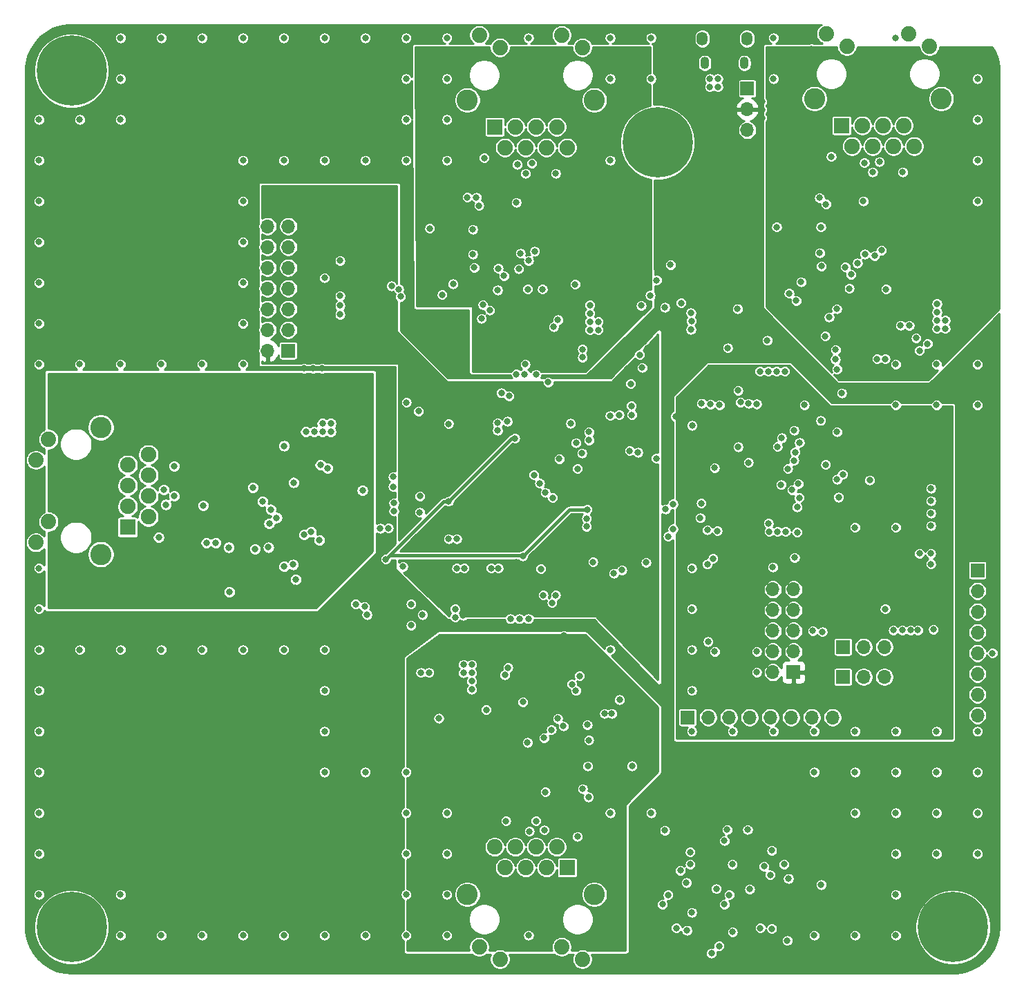
<source format=gbr>
G04 #@! TF.GenerationSoftware,KiCad,Pcbnew,(5.1.6)-1*
G04 #@! TF.CreationDate,2020-06-16T21:04:05+02:00*
G04 #@! TF.ProjectId,ethernet-sniffer,65746865-726e-4657-942d-736e69666665,rev?*
G04 #@! TF.SameCoordinates,Original*
G04 #@! TF.FileFunction,Copper,L3,Inr*
G04 #@! TF.FilePolarity,Positive*
%FSLAX46Y46*%
G04 Gerber Fmt 4.6, Leading zero omitted, Abs format (unit mm)*
G04 Created by KiCad (PCBNEW (5.1.6)-1) date 2020-06-16 21:04:05*
%MOMM*%
%LPD*%
G01*
G04 APERTURE LIST*
G04 #@! TA.AperFunction,ViaPad*
%ADD10O,1.700000X1.700000*%
G04 #@! TD*
G04 #@! TA.AperFunction,ViaPad*
%ADD11R,1.700000X1.700000*%
G04 #@! TD*
G04 #@! TA.AperFunction,ViaPad*
%ADD12C,8.600000*%
G04 #@! TD*
G04 #@! TA.AperFunction,ViaPad*
%ADD13C,0.900000*%
G04 #@! TD*
G04 #@! TA.AperFunction,ViaPad*
%ADD14C,2.600000*%
G04 #@! TD*
G04 #@! TA.AperFunction,ViaPad*
%ADD15C,1.890000*%
G04 #@! TD*
G04 #@! TA.AperFunction,ViaPad*
%ADD16C,1.900000*%
G04 #@! TD*
G04 #@! TA.AperFunction,ViaPad*
%ADD17R,1.900000X1.900000*%
G04 #@! TD*
G04 #@! TA.AperFunction,ViaPad*
%ADD18O,1.100000X1.500000*%
G04 #@! TD*
G04 #@! TA.AperFunction,ViaPad*
%ADD19O,1.350000X1.700000*%
G04 #@! TD*
G04 #@! TA.AperFunction,ViaPad*
%ADD20C,0.800000*%
G04 #@! TD*
G04 #@! TA.AperFunction,Conductor*
%ADD21C,0.400000*%
G04 #@! TD*
G04 #@! TA.AperFunction,Conductor*
%ADD22C,0.200000*%
G04 #@! TD*
G04 #@! TA.AperFunction,Conductor*
%ADD23C,0.254000*%
G04 #@! TD*
G04 APERTURE END LIST*
D10*
X210000000Y-118030000D03*
X210000000Y-115490000D03*
X210000000Y-112950000D03*
X210000000Y-110410000D03*
X210000000Y-107870000D03*
X210000000Y-105330000D03*
X210000000Y-102790000D03*
D11*
X210000000Y-100250000D03*
D10*
X181800000Y-46280000D03*
X181800000Y-43740000D03*
D11*
X181800000Y-41200000D03*
D10*
X198585000Y-109647000D03*
X196045000Y-109647000D03*
D11*
X193505000Y-109647000D03*
D12*
X170800000Y-47800000D03*
D13*
X174025000Y-47800000D03*
X173080419Y-50080419D03*
X170800000Y-51025000D03*
X168519581Y-50080419D03*
X167575000Y-47800000D03*
X168519581Y-45519581D03*
X170800000Y-44575000D03*
X173080419Y-45519581D03*
X209280419Y-141719581D03*
X207000000Y-140775000D03*
X204719581Y-141719581D03*
X203775000Y-144000000D03*
X204719581Y-146280419D03*
X207000000Y-147225000D03*
X209280419Y-146280419D03*
X210225000Y-144000000D03*
D12*
X207000000Y-144000000D03*
X99000000Y-144000000D03*
D13*
X102225000Y-144000000D03*
X101280419Y-146280419D03*
X99000000Y-147225000D03*
X96719581Y-146280419D03*
X95775000Y-144000000D03*
X96719581Y-141719581D03*
X99000000Y-140775000D03*
X101280419Y-141719581D03*
X101280419Y-36719581D03*
X99000000Y-35775000D03*
X96719581Y-36719581D03*
X95775000Y-39000000D03*
X96719581Y-41280419D03*
X99000000Y-42225000D03*
X101280419Y-41280419D03*
X102225000Y-39000000D03*
D12*
X99000000Y-39000000D03*
D14*
X205575000Y-42437000D03*
X190025000Y-42437000D03*
D15*
X191475000Y-34487000D03*
X194015000Y-36007000D03*
X201585000Y-34487000D03*
X204125000Y-36007000D03*
D16*
X202245000Y-48267000D03*
X200975000Y-45727000D03*
X199705000Y-48267000D03*
X198435000Y-45727000D03*
X197165000Y-48267000D03*
X195895000Y-45727000D03*
X194625000Y-48267000D03*
D17*
X193355000Y-45727000D03*
D10*
X123020000Y-58085000D03*
X125560000Y-58085000D03*
X123020000Y-60625000D03*
X125560000Y-60625000D03*
X123020000Y-63165000D03*
X125560000Y-63165000D03*
X123020000Y-65705000D03*
X125560000Y-65705000D03*
X123020000Y-68245000D03*
X125560000Y-68245000D03*
X123020000Y-70785000D03*
X125560000Y-70785000D03*
X123020000Y-73325000D03*
D11*
X125560000Y-73325000D03*
D10*
X198585000Y-113330000D03*
X196045000Y-113330000D03*
D11*
X193505000Y-113330000D03*
D10*
X184932500Y-102598500D03*
X187472500Y-102598500D03*
X184932500Y-105138500D03*
X187472500Y-105138500D03*
X184932500Y-107678500D03*
X187472500Y-107678500D03*
X184932500Y-110218500D03*
X187472500Y-110218500D03*
X184932500Y-112758500D03*
D11*
X187472500Y-112758500D03*
D10*
X192235000Y-118283000D03*
X189695000Y-118283000D03*
X187155000Y-118283000D03*
X184615000Y-118283000D03*
X182075000Y-118283000D03*
X179535000Y-118283000D03*
X176995000Y-118283000D03*
D11*
X174455000Y-118283000D03*
D14*
X163053000Y-42603000D03*
X147503000Y-42603000D03*
D15*
X148953000Y-34653000D03*
X151493000Y-36173000D03*
X159063000Y-34653000D03*
X161603000Y-36173000D03*
D16*
X159723000Y-48433000D03*
X158453000Y-45893000D03*
X157183000Y-48433000D03*
X155913000Y-45893000D03*
X154643000Y-48433000D03*
X153373000Y-45893000D03*
X152103000Y-48433000D03*
D17*
X150833000Y-45893000D03*
D14*
X147503000Y-139988000D03*
X163053000Y-139988000D03*
D15*
X161603000Y-147938000D03*
X159063000Y-146418000D03*
X151493000Y-147938000D03*
X148953000Y-146418000D03*
D16*
X150833000Y-134158000D03*
X152103000Y-136698000D03*
X153373000Y-134158000D03*
X154643000Y-136698000D03*
X155913000Y-134158000D03*
X157183000Y-136698000D03*
X158453000Y-134158000D03*
D17*
X159723000Y-136698000D03*
D14*
X102579000Y-82743000D03*
X102579000Y-98293000D03*
D15*
X94629000Y-96843000D03*
X96149000Y-94303000D03*
X94629000Y-86733000D03*
X96149000Y-84193000D03*
D16*
X108409000Y-86073000D03*
X105869000Y-87343000D03*
X108409000Y-88613000D03*
X105869000Y-89883000D03*
X108409000Y-91153000D03*
X105869000Y-92423000D03*
X108409000Y-93693000D03*
D17*
X105869000Y-94963000D03*
D18*
X181445000Y-38085000D03*
X176605000Y-38085000D03*
D19*
X181755000Y-35085000D03*
X176295000Y-35085000D03*
D20*
X129491000Y-87350000D03*
X128354000Y-95550000D03*
X125050000Y-99800000D03*
X118250000Y-97455000D03*
X115521000Y-96868000D03*
X127713000Y-83279000D03*
X128729000Y-83279000D03*
X129745000Y-83279000D03*
X130761000Y-83279000D03*
X130761000Y-82263000D03*
X129745000Y-82263000D03*
X126150000Y-99550000D03*
X129370000Y-96566000D03*
X130380000Y-87724000D03*
X115140000Y-92296000D03*
X110300000Y-90350000D03*
X110550000Y-92200000D03*
X152100000Y-113076000D03*
X160310000Y-114213000D03*
X164317000Y-117821000D03*
X162263000Y-124252000D03*
X161628000Y-127046000D03*
X162350000Y-128050000D03*
X148039000Y-114854000D03*
X148039000Y-113838000D03*
X148039000Y-112822000D03*
X148039000Y-111806000D03*
X147023000Y-111806000D03*
X147023000Y-112822000D03*
X165206000Y-117821000D03*
X161247000Y-113197000D03*
X152484000Y-112187000D03*
X157056000Y-127427000D03*
X155100000Y-132250000D03*
X156929000Y-132100000D03*
X158600000Y-69550000D03*
X150246000Y-68378000D03*
X145750000Y-65150000D03*
X148166000Y-58466000D03*
X148928000Y-55545000D03*
X147500000Y-54529000D03*
X148600000Y-54550000D03*
X162517000Y-67737000D03*
X162517000Y-68753000D03*
X162517000Y-69769000D03*
X162517000Y-70785000D03*
X163533000Y-70785000D03*
X163533000Y-69769000D03*
X149230000Y-69394000D03*
X158072000Y-70404000D03*
X153500000Y-55164000D03*
X155400000Y-50350000D03*
X153627000Y-50500000D03*
X116670000Y-96868000D03*
X125052000Y-85009000D03*
X201650000Y-70250000D03*
X192768000Y-68212000D03*
X190815000Y-58173000D03*
X191450000Y-55379000D03*
X190650000Y-54600000D03*
X205039000Y-67571000D03*
X205039000Y-68587000D03*
X205039000Y-69603000D03*
X205039000Y-70619000D03*
X206055000Y-70619000D03*
X206055000Y-69603000D03*
X188400000Y-64900000D03*
X191831000Y-69228000D03*
X200594000Y-70238000D03*
X196022000Y-54998000D03*
X198000000Y-50172000D03*
X196149000Y-50300000D03*
X134650000Y-90450000D03*
X174800000Y-136300000D03*
X184800000Y-144200000D03*
X184800000Y-134600000D03*
X186300000Y-136300000D03*
X184600000Y-137600000D03*
X178000000Y-139300000D03*
X174400000Y-144400000D03*
X175000000Y-142200000D03*
X171400000Y-141200000D03*
X174800000Y-134800000D03*
X179000000Y-141200000D03*
X177400000Y-147200000D03*
X180000000Y-144600000D03*
X179000000Y-133400000D03*
X149800000Y-117350000D03*
X154600000Y-75000000D03*
X160700000Y-65200000D03*
X177800000Y-87700000D03*
X177000000Y-109000000D03*
X191400000Y-87300000D03*
X191000000Y-107800000D03*
X138500000Y-93000000D03*
X138500000Y-92000000D03*
X193500000Y-88500000D03*
X192800000Y-89100000D03*
X187300000Y-90400000D03*
X169400000Y-99300000D03*
X168400000Y-85800000D03*
X167400000Y-85600000D03*
X146000000Y-105000000D03*
X146000000Y-106000000D03*
X167600000Y-80100000D03*
X167500000Y-77400000D03*
X156500000Y-100080000D03*
X141650000Y-93150000D03*
X138400000Y-90000000D03*
X138400000Y-88800000D03*
X139600000Y-99800000D03*
X152800000Y-106200000D03*
X153900000Y-106200000D03*
X155000000Y-106200000D03*
X162100000Y-93900000D03*
X165000000Y-81300000D03*
X151200000Y-82200000D03*
X151200000Y-83100000D03*
X145200000Y-82300000D03*
X126200000Y-89500000D03*
X121199500Y-90100500D03*
X127500000Y-95900000D03*
X154864000Y-121364000D03*
X154300000Y-116400000D03*
X160800000Y-115000000D03*
X176900000Y-95300000D03*
X187600000Y-98700000D03*
X187900000Y-95600000D03*
X185500000Y-85100000D03*
X188200000Y-84600000D03*
X188800000Y-80000000D03*
X175050000Y-82500000D03*
X172100000Y-96100000D03*
X172700000Y-95200000D03*
X172400000Y-62800000D03*
X170700000Y-64700000D03*
X198237500Y-61037500D03*
X197400000Y-61700000D03*
X194300004Y-65700000D03*
X198800000Y-65800000D03*
X131900000Y-66600000D03*
X131900000Y-67800000D03*
X131900000Y-68900000D03*
X130000000Y-64400000D03*
X131900000Y-62300000D03*
X149400000Y-67700000D03*
X151200000Y-65900000D03*
X156700000Y-65800000D03*
X154900000Y-65800000D03*
X155758000Y-61161000D03*
X154000000Y-61400000D03*
X198700000Y-105000000D03*
X200800000Y-107600000D03*
X199700000Y-107600000D03*
X201800000Y-107600000D03*
X202700000Y-107600000D03*
X204600000Y-107500000D03*
X204300000Y-99500000D03*
X202900000Y-98200000D03*
X204300000Y-98200000D03*
X139300000Y-66700000D03*
X138200000Y-65400000D03*
X139100000Y-65800000D03*
X142800000Y-112800000D03*
X141800000Y-112800000D03*
X144000000Y-118400000D03*
X135200000Y-105700000D03*
X133800000Y-104400000D03*
X134900000Y-104700000D03*
X142000000Y-105700000D03*
X140600000Y-104400000D03*
X140600000Y-107000000D03*
X152400000Y-82000000D03*
X157400000Y-77200000D03*
X154500000Y-76200000D03*
X153500000Y-76200000D03*
X162100000Y-94900000D03*
X145200000Y-96400000D03*
X146200000Y-96400000D03*
X146200000Y-100000000D03*
X147100000Y-100000000D03*
X151300000Y-100000000D03*
X150400000Y-100000000D03*
X162400000Y-84300000D03*
X162400000Y-83300000D03*
X161600000Y-74150000D03*
X161600000Y-73150000D03*
X168800000Y-67800000D03*
X169900000Y-66550000D03*
X174950000Y-69700000D03*
X174900000Y-68700000D03*
X174900000Y-70750000D03*
X160150000Y-82250000D03*
X177200000Y-40000000D03*
X178200000Y-40000000D03*
X178200000Y-41000000D03*
X177200000Y-41000000D03*
X105000000Y-35000000D03*
X110000000Y-35000000D03*
X115000000Y-35000000D03*
X120000000Y-35000000D03*
X125000000Y-35000000D03*
X130000000Y-35000000D03*
X135000000Y-35000000D03*
X140000000Y-35000000D03*
X145000000Y-35000000D03*
X155000000Y-35000000D03*
X165000000Y-35000000D03*
X170000000Y-35000000D03*
X185000000Y-35000000D03*
X200000000Y-35000000D03*
X105000000Y-40000000D03*
X105000000Y-45000000D03*
X100000000Y-45000000D03*
X95000000Y-45000000D03*
X95000000Y-50000000D03*
X95000000Y-55000000D03*
X95000000Y-60000000D03*
X95000000Y-65000000D03*
X95000000Y-70000000D03*
X95000000Y-75000000D03*
X95000000Y-100000000D03*
X95000000Y-105000000D03*
X95000000Y-110000000D03*
X95000000Y-115000000D03*
X95000000Y-120000000D03*
X95000000Y-125000000D03*
X95000000Y-130000000D03*
X95000000Y-135000000D03*
X95000000Y-140000000D03*
X105000000Y-140000000D03*
X105000000Y-145000000D03*
X110000000Y-145000000D03*
X115000000Y-145000000D03*
X120000000Y-145000000D03*
X125000000Y-145000000D03*
X130000000Y-145000000D03*
X135000000Y-145000000D03*
X135000000Y-125000000D03*
X130000000Y-125000000D03*
X130000000Y-120000000D03*
X130000000Y-115000000D03*
X130000000Y-110000000D03*
X125000000Y-110000000D03*
X115000000Y-110000000D03*
X110000000Y-110000000D03*
X120000000Y-110000000D03*
X105000000Y-110000000D03*
X100000000Y-110000000D03*
X100000000Y-75000000D03*
X105000000Y-75000000D03*
X110000000Y-75000000D03*
X115000000Y-75000000D03*
X120000000Y-75000000D03*
X120000000Y-70000000D03*
X120000000Y-65000000D03*
X120000000Y-60000000D03*
X120000000Y-55000000D03*
X120000000Y-50000000D03*
X125000000Y-50000000D03*
X135000000Y-50000000D03*
X130000000Y-50000000D03*
X140000000Y-50000000D03*
X140000000Y-45000000D03*
X140000000Y-40000000D03*
X210000000Y-135000000D03*
X210000000Y-130000000D03*
X210000000Y-125000000D03*
X210000000Y-120000000D03*
X205000000Y-125000000D03*
X200000000Y-125000000D03*
X195000000Y-125000000D03*
X190000000Y-125000000D03*
X200000000Y-145000000D03*
X195000000Y-145000000D03*
X190000000Y-145000000D03*
X200000000Y-140000000D03*
X200000000Y-135000000D03*
X205000000Y-135000000D03*
X205000000Y-130000000D03*
X200000000Y-130000000D03*
X195000000Y-130000000D03*
X145000000Y-50000000D03*
X145000000Y-45000000D03*
X145000000Y-40000000D03*
X165000000Y-40000000D03*
X165000000Y-50000000D03*
X170000000Y-40000000D03*
X185000000Y-40000000D03*
X210000000Y-40000000D03*
X210000000Y-45000000D03*
X210000000Y-50000000D03*
X210000000Y-55000000D03*
X210000000Y-75000000D03*
X210000000Y-80000000D03*
X205000000Y-80000000D03*
X200000000Y-80000000D03*
X205000000Y-75000000D03*
X200000000Y-75000000D03*
X200000000Y-95000000D03*
X195000000Y-95000000D03*
X205000000Y-120000000D03*
X200000000Y-120000000D03*
X195000000Y-120000000D03*
X190000000Y-120000000D03*
X185000000Y-120000000D03*
X180000000Y-120000000D03*
X175000000Y-120000000D03*
X175000000Y-115000000D03*
X175000000Y-110000000D03*
X175000000Y-105000000D03*
X175000000Y-100000000D03*
X165000000Y-110000000D03*
X170000000Y-130000000D03*
X165000000Y-130000000D03*
X140000000Y-145000000D03*
X140000000Y-130000000D03*
X140000000Y-125000000D03*
X145000000Y-130000000D03*
X145000000Y-135000000D03*
X145000000Y-140000000D03*
X145000000Y-145000000D03*
X155000000Y-145000000D03*
X140000000Y-135000000D03*
X140000000Y-140000000D03*
X212200000Y-70400000D03*
X212200000Y-71600000D03*
X211200000Y-71000000D03*
X134200000Y-107200000D03*
X134200000Y-108400000D03*
X134200000Y-109700000D03*
X132800000Y-109700000D03*
X128600000Y-75500000D03*
X129700000Y-75500000D03*
X127500000Y-75500000D03*
X140600000Y-67800000D03*
X140600000Y-66900000D03*
X140600000Y-65900000D03*
X139200000Y-114000000D03*
X139200000Y-113000000D03*
X139200000Y-115000000D03*
X173600000Y-57650000D03*
X174600000Y-57650000D03*
X170850000Y-63600000D03*
X170850000Y-62600000D03*
X170850000Y-61650000D03*
X183600000Y-43800000D03*
X183600000Y-42800000D03*
X183600000Y-44800000D03*
X180400000Y-42600000D03*
X180400000Y-44800000D03*
X207749978Y-100500000D03*
X207749978Y-99600410D03*
X207883375Y-98583257D03*
X184932500Y-99868000D03*
X185498436Y-95513022D03*
X192362000Y-101138000D03*
X194521000Y-99487000D03*
X196553000Y-102789000D03*
X194521000Y-105964000D03*
X192489000Y-105964000D03*
X196553000Y-105964000D03*
X196426000Y-99487000D03*
X192362000Y-99487000D03*
X192362000Y-102789000D03*
X192362000Y-104440000D03*
X202800000Y-109700000D03*
X174000000Y-81400000D03*
X173000000Y-81400000D03*
X174200000Y-97400000D03*
X174200000Y-98200000D03*
X190200000Y-97400000D03*
X191000000Y-97400000D03*
X186000000Y-99600000D03*
X191900000Y-91300000D03*
X191900000Y-94350000D03*
X192950000Y-94400000D03*
X200000000Y-85500000D03*
X188800000Y-78150000D03*
X196800000Y-89200000D03*
X188059258Y-89650000D03*
X137500000Y-98900000D03*
X145200000Y-91800000D03*
X154300000Y-98500000D03*
X162173000Y-92800000D03*
X153330000Y-84070000D03*
X209103000Y-70238000D03*
X189672000Y-36329000D03*
X205928000Y-37853000D03*
X206309000Y-57411000D03*
X207325000Y-57411000D03*
X208468000Y-57411000D03*
X209611000Y-57411000D03*
X200213000Y-68460000D03*
X200213000Y-67571000D03*
X189672000Y-65412000D03*
X192593000Y-52966000D03*
X191831000Y-53474000D03*
X194752000Y-60713000D03*
X187942000Y-57163000D03*
X190498197Y-65376499D03*
X202400000Y-61000000D03*
X191600000Y-72600000D03*
X191600000Y-70400000D03*
X185800000Y-66400000D03*
X195800000Y-76100000D03*
X197165000Y-51442000D03*
X200848000Y-51442000D03*
X192085000Y-49537000D03*
X143975000Y-112187000D03*
X163406000Y-146096000D03*
X147150000Y-144572000D03*
X146769000Y-125014000D03*
X145753000Y-125014000D03*
X144610000Y-125014000D03*
X143467000Y-125014000D03*
X152865000Y-113965000D03*
X152865000Y-114854000D03*
X163406000Y-117013000D03*
X160485000Y-129459000D03*
X161247000Y-128951000D03*
X158326000Y-121712000D03*
X165136000Y-125262000D03*
X162579803Y-117048501D03*
X168200000Y-117200000D03*
X149600000Y-120600000D03*
X161200000Y-111600000D03*
X160700000Y-109050000D03*
X159350000Y-108250000D03*
X155913000Y-130983000D03*
X152230000Y-130983000D03*
X160993000Y-132888000D03*
X130380000Y-79215000D03*
X96471000Y-98646000D03*
X97995000Y-82390000D03*
X117553000Y-82009000D03*
X117553000Y-80993000D03*
X117553000Y-79850000D03*
X117553000Y-78707000D03*
X128602000Y-88105000D03*
X127713000Y-88105000D03*
X126700000Y-98100000D03*
X113108000Y-95725000D03*
X113616000Y-96487000D03*
X120855000Y-93566000D03*
X117305000Y-100376000D03*
X133500000Y-95300000D03*
X134650000Y-92450000D03*
X130900000Y-96500000D03*
X126400000Y-102400000D03*
X121100000Y-85900000D03*
X125550008Y-98049992D03*
X111584000Y-91153000D03*
X111584000Y-87470000D03*
X109679000Y-96233000D03*
X147150000Y-36495000D03*
X163406000Y-38019000D03*
X163787000Y-57577000D03*
X164803000Y-57577000D03*
X165946000Y-57577000D03*
X167089000Y-57577000D03*
X157691000Y-68626000D03*
X157691000Y-67737000D03*
X147150000Y-65578000D03*
X150071000Y-53132000D03*
X149309000Y-53640000D03*
X145420000Y-57329000D03*
X147976197Y-65542499D03*
X166462817Y-70285818D03*
X159900000Y-61100000D03*
X153400000Y-74950000D03*
X149350000Y-70900000D03*
X150400000Y-73500000D03*
X142550000Y-65450000D03*
X152000006Y-60950000D03*
X154643000Y-51608000D03*
X158326000Y-51608000D03*
X149563000Y-49703000D03*
X178344000Y-146301000D03*
X186695225Y-145652225D03*
X179968980Y-136301000D03*
X186844000Y-138051000D03*
X174344000Y-138551000D03*
X182094000Y-139351000D03*
X172094000Y-140051000D03*
X171693105Y-132150106D03*
X179344000Y-132051000D03*
X181844000Y-132051000D03*
X183400000Y-144100000D03*
X173100000Y-144100000D03*
X173594000Y-137051000D03*
X183844000Y-136551000D03*
X179594000Y-140051000D03*
X190844000Y-138801000D03*
X204300000Y-94788000D03*
X178138000Y-95423000D03*
X204300000Y-93264000D03*
X187917000Y-92502000D03*
X204300000Y-90216000D03*
X193000000Y-91300000D03*
X204300000Y-91740000D03*
X188171000Y-91359000D03*
X195300000Y-62600000D03*
X190688000Y-61348000D03*
X185402000Y-58179000D03*
X157800000Y-119800000D03*
X167676000Y-124246000D03*
X162389978Y-121077000D03*
X123400000Y-92800000D03*
X121490000Y-97630000D03*
X118321000Y-102916000D03*
X153800000Y-63300000D03*
X148166000Y-61514000D03*
X142880000Y-58345000D03*
X176892892Y-99507108D03*
X177600000Y-98800000D03*
X190800000Y-81900000D03*
X192800000Y-83279990D03*
X211850001Y-110400000D03*
X184498519Y-95499981D03*
X184398437Y-94499981D03*
X182964000Y-112758500D03*
X176042500Y-93835500D03*
X182964000Y-110218500D03*
X177820500Y-110218500D03*
X189822000Y-107678500D03*
X185948500Y-89771500D03*
X182945461Y-79873247D03*
X186498340Y-95498340D03*
X187663000Y-85771000D03*
X197696000Y-74341000D03*
X187536000Y-86787000D03*
X198696003Y-74341000D03*
X180678000Y-85127000D03*
X180958048Y-79660579D03*
X184253188Y-72074188D03*
X191346000Y-71547000D03*
X190875252Y-62979954D03*
X186926000Y-66307000D03*
X166152000Y-116118000D03*
X162200000Y-119200000D03*
X126449000Y-101392000D03*
X123121954Y-97442748D03*
X144404000Y-66473000D03*
X148353252Y-63150021D03*
X173693000Y-67483000D03*
X160993000Y-87803000D03*
X171697340Y-68027340D03*
X158767948Y-86603268D03*
X194506285Y-64000693D03*
X186774000Y-87803000D03*
X192621020Y-73219016D03*
X193378000Y-78532000D03*
X192800010Y-75624586D03*
X196200000Y-61500000D03*
X193806285Y-63075624D03*
X192591115Y-74396663D03*
X177297347Y-79904970D03*
X202484990Y-71779426D03*
X187536000Y-83104000D03*
X202903000Y-73325000D03*
X186012000Y-84027000D03*
X203884990Y-72479426D03*
X181948000Y-79802000D03*
X181948000Y-87041008D03*
X155913000Y-76246000D03*
X155000000Y-62300000D03*
X151284285Y-63241624D03*
X152601993Y-78898615D03*
X151984285Y-64166693D03*
X151678897Y-78514043D03*
X159271715Y-119349376D03*
X157871715Y-104225479D03*
X158571715Y-118424307D03*
X158326000Y-103297000D03*
X156802000Y-103297000D03*
X156900000Y-120800000D03*
X141689000Y-91162000D03*
X122385000Y-91800000D03*
X123217624Y-94511715D03*
X136809522Y-95115524D03*
X124142693Y-93811715D03*
X137833843Y-95081153D03*
X153500000Y-100250000D03*
X153500000Y-99250000D03*
X155250000Y-100250000D03*
X155250000Y-99250000D03*
X160000000Y-100250000D03*
X160000000Y-99250000D03*
X163750000Y-101000000D03*
X163000000Y-100250000D03*
X162200000Y-97400000D03*
X161200000Y-97400000D03*
X166200000Y-85800000D03*
X166400000Y-84800000D03*
X167200000Y-83000000D03*
X147600000Y-82200000D03*
X147600000Y-83200000D03*
X145000000Y-88600000D03*
X146000000Y-88600000D03*
X145200000Y-95200000D03*
X146200000Y-95200000D03*
X169800000Y-89400000D03*
X162200000Y-91600000D03*
X161200000Y-91600000D03*
X165000000Y-104000000D03*
X167400000Y-102600000D03*
X147000000Y-104800000D03*
X147000000Y-105800000D03*
X135600000Y-70400000D03*
X135600000Y-71400000D03*
X135600000Y-72400000D03*
X168600000Y-80200000D03*
X169600000Y-73000000D03*
X176200000Y-79800000D03*
X178400000Y-80000000D03*
X180600000Y-68200000D03*
X187800000Y-67200000D03*
X179400000Y-73000002D03*
X145000000Y-89800000D03*
X146000000Y-89800000D03*
X145226149Y-92799670D03*
X146300000Y-92800000D03*
X153130000Y-83010000D03*
X154750000Y-83890000D03*
X157400000Y-78400000D03*
X160200000Y-83600000D03*
X176157602Y-92029272D03*
X166449583Y-100227367D03*
X140038000Y-79675000D03*
X141511518Y-80756012D03*
X162898000Y-99233000D03*
X180678000Y-78212990D03*
X167662000Y-81199000D03*
X171788000Y-92756000D03*
X170645000Y-86533000D03*
X166100000Y-81200000D03*
X172707147Y-92127000D03*
X165438000Y-100630000D03*
X186393000Y-75865000D03*
X155656000Y-88565000D03*
X185377000Y-75865000D03*
X156356000Y-89581000D03*
X184361000Y-75865000D03*
X157056000Y-90724000D03*
X183345000Y-75865000D03*
X157945000Y-91359000D03*
X161538000Y-85898000D03*
X168917660Y-75407660D03*
X168613000Y-73833000D03*
X160813000Y-84628000D03*
D21*
X202800000Y-109700000D02*
X202000000Y-109700000D01*
D22*
X186000000Y-99600000D02*
X185400000Y-99000000D01*
D21*
X144600000Y-91800000D02*
X145200000Y-91800000D01*
X137500000Y-98900000D02*
X144600000Y-91800000D01*
X154249999Y-98449999D02*
X154300000Y-98500000D01*
X137500000Y-98900000D02*
X137950001Y-98449999D01*
X137950001Y-98449999D02*
X154249999Y-98449999D01*
X154300000Y-98500000D02*
X160000000Y-92800000D01*
X160000000Y-92800000D02*
X162173000Y-92800000D01*
X152930000Y-84070000D02*
X153330000Y-84070000D01*
X145200000Y-91800000D02*
X152930000Y-84070000D01*
D23*
G36*
X127131952Y-76188569D02*
G01*
X127273357Y-76247141D01*
X127423472Y-76277000D01*
X127576528Y-76277000D01*
X127726643Y-76247141D01*
X127868048Y-76188569D01*
X127960193Y-76127000D01*
X128139807Y-76127000D01*
X128231952Y-76188569D01*
X128373357Y-76247141D01*
X128523472Y-76277000D01*
X128676528Y-76277000D01*
X128826643Y-76247141D01*
X128968048Y-76188569D01*
X129060193Y-76127000D01*
X129239807Y-76127000D01*
X129331952Y-76188569D01*
X129473357Y-76247141D01*
X129623472Y-76277000D01*
X129776528Y-76277000D01*
X129926643Y-76247141D01*
X130068048Y-76188569D01*
X130160193Y-76127000D01*
X135873000Y-76127000D01*
X135873000Y-97947394D01*
X128947394Y-104873000D01*
X96127000Y-104873000D01*
X96127000Y-102839472D01*
X117544000Y-102839472D01*
X117544000Y-102992528D01*
X117573859Y-103142643D01*
X117632431Y-103284048D01*
X117717464Y-103411309D01*
X117825691Y-103519536D01*
X117952952Y-103604569D01*
X118094357Y-103663141D01*
X118244472Y-103693000D01*
X118397528Y-103693000D01*
X118547643Y-103663141D01*
X118689048Y-103604569D01*
X118816309Y-103519536D01*
X118924536Y-103411309D01*
X119009569Y-103284048D01*
X119068141Y-103142643D01*
X119098000Y-102992528D01*
X119098000Y-102839472D01*
X119068141Y-102689357D01*
X119009569Y-102547952D01*
X118924536Y-102420691D01*
X118816309Y-102312464D01*
X118689048Y-102227431D01*
X118547643Y-102168859D01*
X118397528Y-102139000D01*
X118244472Y-102139000D01*
X118094357Y-102168859D01*
X117952952Y-102227431D01*
X117825691Y-102312464D01*
X117717464Y-102420691D01*
X117632431Y-102547952D01*
X117573859Y-102689357D01*
X117544000Y-102839472D01*
X96127000Y-102839472D01*
X96127000Y-101315472D01*
X125672000Y-101315472D01*
X125672000Y-101468528D01*
X125701859Y-101618643D01*
X125760431Y-101760048D01*
X125845464Y-101887309D01*
X125953691Y-101995536D01*
X126080952Y-102080569D01*
X126222357Y-102139141D01*
X126372472Y-102169000D01*
X126525528Y-102169000D01*
X126675643Y-102139141D01*
X126817048Y-102080569D01*
X126944309Y-101995536D01*
X127052536Y-101887309D01*
X127137569Y-101760048D01*
X127196141Y-101618643D01*
X127226000Y-101468528D01*
X127226000Y-101315472D01*
X127196141Y-101165357D01*
X127137569Y-101023952D01*
X127052536Y-100896691D01*
X126944309Y-100788464D01*
X126817048Y-100703431D01*
X126675643Y-100644859D01*
X126525528Y-100615000D01*
X126372472Y-100615000D01*
X126222357Y-100644859D01*
X126080952Y-100703431D01*
X125953691Y-100788464D01*
X125845464Y-100896691D01*
X125760431Y-101023952D01*
X125701859Y-101165357D01*
X125672000Y-101315472D01*
X96127000Y-101315472D01*
X96127000Y-96035820D01*
X97527000Y-96035820D01*
X97527000Y-96430180D01*
X97603936Y-96816962D01*
X97754850Y-97181303D01*
X97973945Y-97509201D01*
X98252799Y-97788055D01*
X98580697Y-98007150D01*
X98945038Y-98158064D01*
X99331820Y-98235000D01*
X99726180Y-98235000D01*
X100112962Y-98158064D01*
X100185953Y-98127830D01*
X100902000Y-98127830D01*
X100902000Y-98458170D01*
X100966446Y-98782163D01*
X101092862Y-99087357D01*
X101276389Y-99362025D01*
X101509975Y-99595611D01*
X101784643Y-99779138D01*
X102089837Y-99905554D01*
X102413830Y-99970000D01*
X102744170Y-99970000D01*
X103068163Y-99905554D01*
X103373357Y-99779138D01*
X103456667Y-99723472D01*
X124273000Y-99723472D01*
X124273000Y-99876528D01*
X124302859Y-100026643D01*
X124361431Y-100168048D01*
X124446464Y-100295309D01*
X124554691Y-100403536D01*
X124681952Y-100488569D01*
X124823357Y-100547141D01*
X124973472Y-100577000D01*
X125126528Y-100577000D01*
X125276643Y-100547141D01*
X125418048Y-100488569D01*
X125545309Y-100403536D01*
X125653536Y-100295309D01*
X125719383Y-100196762D01*
X125781952Y-100238569D01*
X125923357Y-100297141D01*
X126073472Y-100327000D01*
X126226528Y-100327000D01*
X126376643Y-100297141D01*
X126518048Y-100238569D01*
X126645309Y-100153536D01*
X126753536Y-100045309D01*
X126838569Y-99918048D01*
X126897141Y-99776643D01*
X126927000Y-99626528D01*
X126927000Y-99473472D01*
X126897141Y-99323357D01*
X126838569Y-99181952D01*
X126753536Y-99054691D01*
X126645309Y-98946464D01*
X126518048Y-98861431D01*
X126376643Y-98802859D01*
X126226528Y-98773000D01*
X126073472Y-98773000D01*
X125923357Y-98802859D01*
X125781952Y-98861431D01*
X125654691Y-98946464D01*
X125546464Y-99054691D01*
X125480617Y-99153238D01*
X125418048Y-99111431D01*
X125276643Y-99052859D01*
X125126528Y-99023000D01*
X124973472Y-99023000D01*
X124823357Y-99052859D01*
X124681952Y-99111431D01*
X124554691Y-99196464D01*
X124446464Y-99304691D01*
X124361431Y-99431952D01*
X124302859Y-99573357D01*
X124273000Y-99723472D01*
X103456667Y-99723472D01*
X103648025Y-99595611D01*
X103881611Y-99362025D01*
X104065138Y-99087357D01*
X104191554Y-98782163D01*
X104256000Y-98458170D01*
X104256000Y-98127830D01*
X104191554Y-97803837D01*
X104065138Y-97498643D01*
X103881611Y-97223975D01*
X103648025Y-96990389D01*
X103373357Y-96806862D01*
X103068163Y-96680446D01*
X102744170Y-96616000D01*
X102413830Y-96616000D01*
X102089837Y-96680446D01*
X101784643Y-96806862D01*
X101509975Y-96990389D01*
X101276389Y-97223975D01*
X101092862Y-97498643D01*
X100966446Y-97803837D01*
X100902000Y-98127830D01*
X100185953Y-98127830D01*
X100477303Y-98007150D01*
X100805201Y-97788055D01*
X101084055Y-97509201D01*
X101303150Y-97181303D01*
X101454064Y-96816962D01*
X101531000Y-96430180D01*
X101531000Y-96035820D01*
X101454064Y-95649038D01*
X101303150Y-95284697D01*
X101084055Y-94956799D01*
X100805201Y-94677945D01*
X100477303Y-94458850D01*
X100112962Y-94307936D01*
X99726180Y-94231000D01*
X99331820Y-94231000D01*
X98945038Y-94307936D01*
X98580697Y-94458850D01*
X98252799Y-94677945D01*
X97973945Y-94956799D01*
X97754850Y-95284697D01*
X97603936Y-95649038D01*
X97527000Y-96035820D01*
X96127000Y-96035820D01*
X96127000Y-95625000D01*
X96279206Y-95625000D01*
X96534613Y-95574197D01*
X96775202Y-95474542D01*
X96991726Y-95329865D01*
X97175865Y-95145726D01*
X97320542Y-94929202D01*
X97420197Y-94688613D01*
X97471000Y-94433206D01*
X97471000Y-94172794D01*
X97439216Y-94013000D01*
X104540176Y-94013000D01*
X104540176Y-95913000D01*
X104547455Y-95986905D01*
X104569012Y-96057970D01*
X104604019Y-96123463D01*
X104651131Y-96180869D01*
X104708537Y-96227981D01*
X104774030Y-96262988D01*
X104845095Y-96284545D01*
X104919000Y-96291824D01*
X106819000Y-96291824D01*
X106892905Y-96284545D01*
X106963970Y-96262988D01*
X107029463Y-96227981D01*
X107086869Y-96180869D01*
X107106891Y-96156472D01*
X108902000Y-96156472D01*
X108902000Y-96309528D01*
X108931859Y-96459643D01*
X108990431Y-96601048D01*
X109075464Y-96728309D01*
X109183691Y-96836536D01*
X109310952Y-96921569D01*
X109452357Y-96980141D01*
X109602472Y-97010000D01*
X109755528Y-97010000D01*
X109905643Y-96980141D01*
X110047048Y-96921569D01*
X110174309Y-96836536D01*
X110219373Y-96791472D01*
X114744000Y-96791472D01*
X114744000Y-96944528D01*
X114773859Y-97094643D01*
X114832431Y-97236048D01*
X114917464Y-97363309D01*
X115025691Y-97471536D01*
X115152952Y-97556569D01*
X115294357Y-97615141D01*
X115444472Y-97645000D01*
X115597528Y-97645000D01*
X115747643Y-97615141D01*
X115889048Y-97556569D01*
X116016309Y-97471536D01*
X116095500Y-97392345D01*
X116174691Y-97471536D01*
X116301952Y-97556569D01*
X116443357Y-97615141D01*
X116593472Y-97645000D01*
X116746528Y-97645000D01*
X116896643Y-97615141D01*
X117038048Y-97556569D01*
X117165309Y-97471536D01*
X117258373Y-97378472D01*
X117473000Y-97378472D01*
X117473000Y-97531528D01*
X117502859Y-97681643D01*
X117561431Y-97823048D01*
X117646464Y-97950309D01*
X117754691Y-98058536D01*
X117881952Y-98143569D01*
X118023357Y-98202141D01*
X118173472Y-98232000D01*
X118326528Y-98232000D01*
X118476643Y-98202141D01*
X118618048Y-98143569D01*
X118745309Y-98058536D01*
X118853536Y-97950309D01*
X118938569Y-97823048D01*
X118997141Y-97681643D01*
X119022635Y-97553472D01*
X120713000Y-97553472D01*
X120713000Y-97706528D01*
X120742859Y-97856643D01*
X120801431Y-97998048D01*
X120886464Y-98125309D01*
X120994691Y-98233536D01*
X121121952Y-98318569D01*
X121263357Y-98377141D01*
X121413472Y-98407000D01*
X121566528Y-98407000D01*
X121716643Y-98377141D01*
X121858048Y-98318569D01*
X121985309Y-98233536D01*
X122093536Y-98125309D01*
X122178569Y-97998048D01*
X122237141Y-97856643D01*
X122267000Y-97706528D01*
X122267000Y-97553472D01*
X122237141Y-97403357D01*
X122221759Y-97366220D01*
X122344954Y-97366220D01*
X122344954Y-97519276D01*
X122374813Y-97669391D01*
X122433385Y-97810796D01*
X122518418Y-97938057D01*
X122626645Y-98046284D01*
X122753906Y-98131317D01*
X122895311Y-98189889D01*
X123045426Y-98219748D01*
X123198482Y-98219748D01*
X123348597Y-98189889D01*
X123490002Y-98131317D01*
X123617263Y-98046284D01*
X123725490Y-97938057D01*
X123810523Y-97810796D01*
X123869095Y-97669391D01*
X123898954Y-97519276D01*
X123898954Y-97366220D01*
X123869095Y-97216105D01*
X123810523Y-97074700D01*
X123725490Y-96947439D01*
X123617263Y-96839212D01*
X123490002Y-96754179D01*
X123348597Y-96695607D01*
X123198482Y-96665748D01*
X123045426Y-96665748D01*
X122895311Y-96695607D01*
X122753906Y-96754179D01*
X122626645Y-96839212D01*
X122518418Y-96947439D01*
X122433385Y-97074700D01*
X122374813Y-97216105D01*
X122344954Y-97366220D01*
X122221759Y-97366220D01*
X122178569Y-97261952D01*
X122093536Y-97134691D01*
X121985309Y-97026464D01*
X121858048Y-96941431D01*
X121716643Y-96882859D01*
X121566528Y-96853000D01*
X121413472Y-96853000D01*
X121263357Y-96882859D01*
X121121952Y-96941431D01*
X120994691Y-97026464D01*
X120886464Y-97134691D01*
X120801431Y-97261952D01*
X120742859Y-97403357D01*
X120713000Y-97553472D01*
X119022635Y-97553472D01*
X119027000Y-97531528D01*
X119027000Y-97378472D01*
X118997141Y-97228357D01*
X118938569Y-97086952D01*
X118853536Y-96959691D01*
X118745309Y-96851464D01*
X118618048Y-96766431D01*
X118476643Y-96707859D01*
X118326528Y-96678000D01*
X118173472Y-96678000D01*
X118023357Y-96707859D01*
X117881952Y-96766431D01*
X117754691Y-96851464D01*
X117646464Y-96959691D01*
X117561431Y-97086952D01*
X117502859Y-97228357D01*
X117473000Y-97378472D01*
X117258373Y-97378472D01*
X117273536Y-97363309D01*
X117358569Y-97236048D01*
X117417141Y-97094643D01*
X117447000Y-96944528D01*
X117447000Y-96791472D01*
X117417141Y-96641357D01*
X117358569Y-96499952D01*
X117273536Y-96372691D01*
X117165309Y-96264464D01*
X117038048Y-96179431D01*
X116896643Y-96120859D01*
X116746528Y-96091000D01*
X116593472Y-96091000D01*
X116443357Y-96120859D01*
X116301952Y-96179431D01*
X116174691Y-96264464D01*
X116095500Y-96343655D01*
X116016309Y-96264464D01*
X115889048Y-96179431D01*
X115747643Y-96120859D01*
X115597528Y-96091000D01*
X115444472Y-96091000D01*
X115294357Y-96120859D01*
X115152952Y-96179431D01*
X115025691Y-96264464D01*
X114917464Y-96372691D01*
X114832431Y-96499952D01*
X114773859Y-96641357D01*
X114744000Y-96791472D01*
X110219373Y-96791472D01*
X110282536Y-96728309D01*
X110367569Y-96601048D01*
X110426141Y-96459643D01*
X110456000Y-96309528D01*
X110456000Y-96156472D01*
X110426141Y-96006357D01*
X110367569Y-95864952D01*
X110339853Y-95823472D01*
X126723000Y-95823472D01*
X126723000Y-95976528D01*
X126752859Y-96126643D01*
X126811431Y-96268048D01*
X126896464Y-96395309D01*
X127004691Y-96503536D01*
X127131952Y-96588569D01*
X127273357Y-96647141D01*
X127423472Y-96677000D01*
X127576528Y-96677000D01*
X127726643Y-96647141D01*
X127868048Y-96588569D01*
X127995309Y-96503536D01*
X128103536Y-96395309D01*
X128164229Y-96304475D01*
X128277472Y-96327000D01*
X128430528Y-96327000D01*
X128580643Y-96297141D01*
X128652710Y-96267290D01*
X128622859Y-96339357D01*
X128593000Y-96489472D01*
X128593000Y-96642528D01*
X128622859Y-96792643D01*
X128681431Y-96934048D01*
X128766464Y-97061309D01*
X128874691Y-97169536D01*
X129001952Y-97254569D01*
X129143357Y-97313141D01*
X129293472Y-97343000D01*
X129446528Y-97343000D01*
X129596643Y-97313141D01*
X129738048Y-97254569D01*
X129865309Y-97169536D01*
X129973536Y-97061309D01*
X130058569Y-96934048D01*
X130117141Y-96792643D01*
X130147000Y-96642528D01*
X130147000Y-96489472D01*
X130117141Y-96339357D01*
X130058569Y-96197952D01*
X129973536Y-96070691D01*
X129865309Y-95962464D01*
X129738048Y-95877431D01*
X129596643Y-95818859D01*
X129446528Y-95789000D01*
X129293472Y-95789000D01*
X129143357Y-95818859D01*
X129071290Y-95848710D01*
X129101141Y-95776643D01*
X129131000Y-95626528D01*
X129131000Y-95473472D01*
X129101141Y-95323357D01*
X129042569Y-95181952D01*
X128957536Y-95054691D01*
X128849309Y-94946464D01*
X128722048Y-94861431D01*
X128580643Y-94802859D01*
X128430528Y-94773000D01*
X128277472Y-94773000D01*
X128127357Y-94802859D01*
X127985952Y-94861431D01*
X127858691Y-94946464D01*
X127750464Y-95054691D01*
X127689771Y-95145525D01*
X127576528Y-95123000D01*
X127423472Y-95123000D01*
X127273357Y-95152859D01*
X127131952Y-95211431D01*
X127004691Y-95296464D01*
X126896464Y-95404691D01*
X126811431Y-95531952D01*
X126752859Y-95673357D01*
X126723000Y-95823472D01*
X110339853Y-95823472D01*
X110282536Y-95737691D01*
X110174309Y-95629464D01*
X110047048Y-95544431D01*
X109905643Y-95485859D01*
X109755528Y-95456000D01*
X109602472Y-95456000D01*
X109452357Y-95485859D01*
X109310952Y-95544431D01*
X109183691Y-95629464D01*
X109075464Y-95737691D01*
X108990431Y-95864952D01*
X108931859Y-96006357D01*
X108902000Y-96156472D01*
X107106891Y-96156472D01*
X107133981Y-96123463D01*
X107168988Y-96057970D01*
X107190545Y-95986905D01*
X107197824Y-95913000D01*
X107197824Y-94236580D01*
X107233028Y-94321570D01*
X107378252Y-94538913D01*
X107563087Y-94723748D01*
X107780430Y-94868972D01*
X108021928Y-94969004D01*
X108278302Y-95020000D01*
X108539698Y-95020000D01*
X108796072Y-94969004D01*
X109037570Y-94868972D01*
X109254913Y-94723748D01*
X109439748Y-94538913D01*
X109584972Y-94321570D01*
X109685004Y-94080072D01*
X109736000Y-93823698D01*
X109736000Y-93562302D01*
X109685004Y-93305928D01*
X109584972Y-93064430D01*
X109439748Y-92847087D01*
X109254913Y-92662252D01*
X109037570Y-92517028D01*
X108810567Y-92423000D01*
X109037570Y-92328972D01*
X109254913Y-92183748D01*
X109439748Y-91998913D01*
X109584972Y-91781570D01*
X109685004Y-91540072D01*
X109736000Y-91283698D01*
X109736000Y-91022302D01*
X109701869Y-90850714D01*
X109804691Y-90953536D01*
X109931952Y-91038569D01*
X110073357Y-91097141D01*
X110223472Y-91127000D01*
X110376528Y-91127000D01*
X110526643Y-91097141D01*
X110668048Y-91038569D01*
X110795309Y-90953536D01*
X110847021Y-90901824D01*
X110836859Y-90926357D01*
X110807000Y-91076472D01*
X110807000Y-91229528D01*
X110836859Y-91379643D01*
X110885938Y-91498131D01*
X110776643Y-91452859D01*
X110626528Y-91423000D01*
X110473472Y-91423000D01*
X110323357Y-91452859D01*
X110181952Y-91511431D01*
X110054691Y-91596464D01*
X109946464Y-91704691D01*
X109861431Y-91831952D01*
X109802859Y-91973357D01*
X109773000Y-92123472D01*
X109773000Y-92276528D01*
X109802859Y-92426643D01*
X109861431Y-92568048D01*
X109946464Y-92695309D01*
X110054691Y-92803536D01*
X110181952Y-92888569D01*
X110323357Y-92947141D01*
X110473472Y-92977000D01*
X110626528Y-92977000D01*
X110776643Y-92947141D01*
X110918048Y-92888569D01*
X111045309Y-92803536D01*
X111153536Y-92695309D01*
X111238569Y-92568048D01*
X111297141Y-92426643D01*
X111327000Y-92276528D01*
X111327000Y-92219472D01*
X114363000Y-92219472D01*
X114363000Y-92372528D01*
X114392859Y-92522643D01*
X114451431Y-92664048D01*
X114536464Y-92791309D01*
X114644691Y-92899536D01*
X114771952Y-92984569D01*
X114913357Y-93043141D01*
X115063472Y-93073000D01*
X115216528Y-93073000D01*
X115366643Y-93043141D01*
X115508048Y-92984569D01*
X115635309Y-92899536D01*
X115743536Y-92791309D01*
X115828569Y-92664048D01*
X115887141Y-92522643D01*
X115917000Y-92372528D01*
X115917000Y-92219472D01*
X115887141Y-92069357D01*
X115828569Y-91927952D01*
X115743536Y-91800691D01*
X115666317Y-91723472D01*
X121608000Y-91723472D01*
X121608000Y-91876528D01*
X121637859Y-92026643D01*
X121696431Y-92168048D01*
X121781464Y-92295309D01*
X121889691Y-92403536D01*
X122016952Y-92488569D01*
X122158357Y-92547141D01*
X122308472Y-92577000D01*
X122461528Y-92577000D01*
X122611643Y-92547141D01*
X122674503Y-92521103D01*
X122652859Y-92573357D01*
X122623000Y-92723472D01*
X122623000Y-92876528D01*
X122652859Y-93026643D01*
X122711431Y-93168048D01*
X122796464Y-93295309D01*
X122904691Y-93403536D01*
X123031952Y-93488569D01*
X123173357Y-93547141D01*
X123323472Y-93577000D01*
X123398896Y-93577000D01*
X123395552Y-93585072D01*
X123365693Y-93735187D01*
X123365693Y-93748945D01*
X123294152Y-93734715D01*
X123141096Y-93734715D01*
X122990981Y-93764574D01*
X122849576Y-93823146D01*
X122722315Y-93908179D01*
X122614088Y-94016406D01*
X122529055Y-94143667D01*
X122470483Y-94285072D01*
X122440624Y-94435187D01*
X122440624Y-94588243D01*
X122470483Y-94738358D01*
X122529055Y-94879763D01*
X122614088Y-95007024D01*
X122722315Y-95115251D01*
X122849576Y-95200284D01*
X122990981Y-95258856D01*
X123141096Y-95288715D01*
X123294152Y-95288715D01*
X123444267Y-95258856D01*
X123585672Y-95200284D01*
X123712933Y-95115251D01*
X123821160Y-95007024D01*
X123906193Y-94879763D01*
X123964765Y-94738358D01*
X123994624Y-94588243D01*
X123994624Y-94574485D01*
X124066165Y-94588715D01*
X124219221Y-94588715D01*
X124369336Y-94558856D01*
X124510741Y-94500284D01*
X124638002Y-94415251D01*
X124746229Y-94307024D01*
X124831262Y-94179763D01*
X124889834Y-94038358D01*
X124919693Y-93888243D01*
X124919693Y-93735187D01*
X124889834Y-93585072D01*
X124831262Y-93443667D01*
X124746229Y-93316406D01*
X124638002Y-93208179D01*
X124510741Y-93123146D01*
X124369336Y-93064574D01*
X124219221Y-93034715D01*
X124143797Y-93034715D01*
X124147141Y-93026643D01*
X124177000Y-92876528D01*
X124177000Y-92723472D01*
X124147141Y-92573357D01*
X124088569Y-92431952D01*
X124003536Y-92304691D01*
X123895309Y-92196464D01*
X123768048Y-92111431D01*
X123626643Y-92052859D01*
X123476528Y-92023000D01*
X123323472Y-92023000D01*
X123173357Y-92052859D01*
X123110497Y-92078897D01*
X123132141Y-92026643D01*
X123162000Y-91876528D01*
X123162000Y-91723472D01*
X123132141Y-91573357D01*
X123073569Y-91431952D01*
X122988536Y-91304691D01*
X122880309Y-91196464D01*
X122753048Y-91111431D01*
X122611643Y-91052859D01*
X122461528Y-91023000D01*
X122308472Y-91023000D01*
X122158357Y-91052859D01*
X122016952Y-91111431D01*
X121889691Y-91196464D01*
X121781464Y-91304691D01*
X121696431Y-91431952D01*
X121637859Y-91573357D01*
X121608000Y-91723472D01*
X115666317Y-91723472D01*
X115635309Y-91692464D01*
X115508048Y-91607431D01*
X115366643Y-91548859D01*
X115216528Y-91519000D01*
X115063472Y-91519000D01*
X114913357Y-91548859D01*
X114771952Y-91607431D01*
X114644691Y-91692464D01*
X114536464Y-91800691D01*
X114451431Y-91927952D01*
X114392859Y-92069357D01*
X114363000Y-92219472D01*
X111327000Y-92219472D01*
X111327000Y-92123472D01*
X111297141Y-91973357D01*
X111248062Y-91854869D01*
X111357357Y-91900141D01*
X111507472Y-91930000D01*
X111660528Y-91930000D01*
X111810643Y-91900141D01*
X111952048Y-91841569D01*
X112079309Y-91756536D01*
X112187536Y-91648309D01*
X112272569Y-91521048D01*
X112331141Y-91379643D01*
X112361000Y-91229528D01*
X112361000Y-91076472D01*
X112331141Y-90926357D01*
X112272569Y-90784952D01*
X112187536Y-90657691D01*
X112079309Y-90549464D01*
X111952048Y-90464431D01*
X111810643Y-90405859D01*
X111660528Y-90376000D01*
X111507472Y-90376000D01*
X111357357Y-90405859D01*
X111215952Y-90464431D01*
X111088691Y-90549464D01*
X111036979Y-90601176D01*
X111047141Y-90576643D01*
X111077000Y-90426528D01*
X111077000Y-90273472D01*
X111047141Y-90123357D01*
X111005975Y-90023972D01*
X120422500Y-90023972D01*
X120422500Y-90177028D01*
X120452359Y-90327143D01*
X120510931Y-90468548D01*
X120595964Y-90595809D01*
X120704191Y-90704036D01*
X120831452Y-90789069D01*
X120972857Y-90847641D01*
X121122972Y-90877500D01*
X121276028Y-90877500D01*
X121426143Y-90847641D01*
X121567548Y-90789069D01*
X121694809Y-90704036D01*
X121803036Y-90595809D01*
X121888069Y-90468548D01*
X121927450Y-90373472D01*
X133873000Y-90373472D01*
X133873000Y-90526528D01*
X133902859Y-90676643D01*
X133961431Y-90818048D01*
X134046464Y-90945309D01*
X134154691Y-91053536D01*
X134281952Y-91138569D01*
X134423357Y-91197141D01*
X134573472Y-91227000D01*
X134726528Y-91227000D01*
X134876643Y-91197141D01*
X135018048Y-91138569D01*
X135145309Y-91053536D01*
X135253536Y-90945309D01*
X135338569Y-90818048D01*
X135397141Y-90676643D01*
X135427000Y-90526528D01*
X135427000Y-90373472D01*
X135397141Y-90223357D01*
X135338569Y-90081952D01*
X135253536Y-89954691D01*
X135145309Y-89846464D01*
X135018048Y-89761431D01*
X134876643Y-89702859D01*
X134726528Y-89673000D01*
X134573472Y-89673000D01*
X134423357Y-89702859D01*
X134281952Y-89761431D01*
X134154691Y-89846464D01*
X134046464Y-89954691D01*
X133961431Y-90081952D01*
X133902859Y-90223357D01*
X133873000Y-90373472D01*
X121927450Y-90373472D01*
X121946641Y-90327143D01*
X121976500Y-90177028D01*
X121976500Y-90023972D01*
X121946641Y-89873857D01*
X121888069Y-89732452D01*
X121803036Y-89605191D01*
X121694809Y-89496964D01*
X121584821Y-89423472D01*
X125423000Y-89423472D01*
X125423000Y-89576528D01*
X125452859Y-89726643D01*
X125511431Y-89868048D01*
X125596464Y-89995309D01*
X125704691Y-90103536D01*
X125831952Y-90188569D01*
X125973357Y-90247141D01*
X126123472Y-90277000D01*
X126276528Y-90277000D01*
X126426643Y-90247141D01*
X126568048Y-90188569D01*
X126695309Y-90103536D01*
X126803536Y-89995309D01*
X126888569Y-89868048D01*
X126947141Y-89726643D01*
X126977000Y-89576528D01*
X126977000Y-89423472D01*
X126947141Y-89273357D01*
X126888569Y-89131952D01*
X126803536Y-89004691D01*
X126695309Y-88896464D01*
X126568048Y-88811431D01*
X126426643Y-88752859D01*
X126276528Y-88723000D01*
X126123472Y-88723000D01*
X125973357Y-88752859D01*
X125831952Y-88811431D01*
X125704691Y-88896464D01*
X125596464Y-89004691D01*
X125511431Y-89131952D01*
X125452859Y-89273357D01*
X125423000Y-89423472D01*
X121584821Y-89423472D01*
X121567548Y-89411931D01*
X121426143Y-89353359D01*
X121276028Y-89323500D01*
X121122972Y-89323500D01*
X120972857Y-89353359D01*
X120831452Y-89411931D01*
X120704191Y-89496964D01*
X120595964Y-89605191D01*
X120510931Y-89732452D01*
X120452359Y-89873857D01*
X120422500Y-90023972D01*
X111005975Y-90023972D01*
X110988569Y-89981952D01*
X110903536Y-89854691D01*
X110795309Y-89746464D01*
X110668048Y-89661431D01*
X110526643Y-89602859D01*
X110376528Y-89573000D01*
X110223472Y-89573000D01*
X110073357Y-89602859D01*
X109931952Y-89661431D01*
X109804691Y-89746464D01*
X109696464Y-89854691D01*
X109611431Y-89981952D01*
X109552859Y-90123357D01*
X109523000Y-90273472D01*
X109523000Y-90426528D01*
X109524460Y-90433867D01*
X109439748Y-90307087D01*
X109254913Y-90122252D01*
X109037570Y-89977028D01*
X108810567Y-89883000D01*
X109037570Y-89788972D01*
X109254913Y-89643748D01*
X109439748Y-89458913D01*
X109584972Y-89241570D01*
X109685004Y-89000072D01*
X109736000Y-88743698D01*
X109736000Y-88482302D01*
X109685004Y-88225928D01*
X109584972Y-87984430D01*
X109439748Y-87767087D01*
X109254913Y-87582252D01*
X109037570Y-87437028D01*
X108932417Y-87393472D01*
X110807000Y-87393472D01*
X110807000Y-87546528D01*
X110836859Y-87696643D01*
X110895431Y-87838048D01*
X110980464Y-87965309D01*
X111088691Y-88073536D01*
X111215952Y-88158569D01*
X111357357Y-88217141D01*
X111507472Y-88247000D01*
X111660528Y-88247000D01*
X111810643Y-88217141D01*
X111952048Y-88158569D01*
X112079309Y-88073536D01*
X112187536Y-87965309D01*
X112272569Y-87838048D01*
X112331141Y-87696643D01*
X112361000Y-87546528D01*
X112361000Y-87393472D01*
X112337132Y-87273472D01*
X128714000Y-87273472D01*
X128714000Y-87426528D01*
X128743859Y-87576643D01*
X128802431Y-87718048D01*
X128887464Y-87845309D01*
X128995691Y-87953536D01*
X129122952Y-88038569D01*
X129264357Y-88097141D01*
X129414472Y-88127000D01*
X129567528Y-88127000D01*
X129697510Y-88101146D01*
X129776464Y-88219309D01*
X129884691Y-88327536D01*
X130011952Y-88412569D01*
X130153357Y-88471141D01*
X130303472Y-88501000D01*
X130456528Y-88501000D01*
X130606643Y-88471141D01*
X130748048Y-88412569D01*
X130875309Y-88327536D01*
X130983536Y-88219309D01*
X131068569Y-88092048D01*
X131127141Y-87950643D01*
X131157000Y-87800528D01*
X131157000Y-87647472D01*
X131127141Y-87497357D01*
X131068569Y-87355952D01*
X130983536Y-87228691D01*
X130875309Y-87120464D01*
X130748048Y-87035431D01*
X130606643Y-86976859D01*
X130456528Y-86947000D01*
X130303472Y-86947000D01*
X130173490Y-86972854D01*
X130094536Y-86854691D01*
X129986309Y-86746464D01*
X129859048Y-86661431D01*
X129717643Y-86602859D01*
X129567528Y-86573000D01*
X129414472Y-86573000D01*
X129264357Y-86602859D01*
X129122952Y-86661431D01*
X128995691Y-86746464D01*
X128887464Y-86854691D01*
X128802431Y-86981952D01*
X128743859Y-87123357D01*
X128714000Y-87273472D01*
X112337132Y-87273472D01*
X112331141Y-87243357D01*
X112272569Y-87101952D01*
X112187536Y-86974691D01*
X112079309Y-86866464D01*
X111952048Y-86781431D01*
X111810643Y-86722859D01*
X111660528Y-86693000D01*
X111507472Y-86693000D01*
X111357357Y-86722859D01*
X111215952Y-86781431D01*
X111088691Y-86866464D01*
X110980464Y-86974691D01*
X110895431Y-87101952D01*
X110836859Y-87243357D01*
X110807000Y-87393472D01*
X108932417Y-87393472D01*
X108810567Y-87343000D01*
X109037570Y-87248972D01*
X109254913Y-87103748D01*
X109439748Y-86918913D01*
X109584972Y-86701570D01*
X109685004Y-86460072D01*
X109736000Y-86203698D01*
X109736000Y-85942302D01*
X109685004Y-85685928D01*
X109584972Y-85444430D01*
X109439748Y-85227087D01*
X109254913Y-85042252D01*
X109090616Y-84932472D01*
X124275000Y-84932472D01*
X124275000Y-85085528D01*
X124304859Y-85235643D01*
X124363431Y-85377048D01*
X124448464Y-85504309D01*
X124556691Y-85612536D01*
X124683952Y-85697569D01*
X124825357Y-85756141D01*
X124975472Y-85786000D01*
X125128528Y-85786000D01*
X125278643Y-85756141D01*
X125420048Y-85697569D01*
X125547309Y-85612536D01*
X125655536Y-85504309D01*
X125740569Y-85377048D01*
X125799141Y-85235643D01*
X125829000Y-85085528D01*
X125829000Y-84932472D01*
X125799141Y-84782357D01*
X125740569Y-84640952D01*
X125655536Y-84513691D01*
X125547309Y-84405464D01*
X125420048Y-84320431D01*
X125278643Y-84261859D01*
X125128528Y-84232000D01*
X124975472Y-84232000D01*
X124825357Y-84261859D01*
X124683952Y-84320431D01*
X124556691Y-84405464D01*
X124448464Y-84513691D01*
X124363431Y-84640952D01*
X124304859Y-84782357D01*
X124275000Y-84932472D01*
X109090616Y-84932472D01*
X109037570Y-84897028D01*
X108796072Y-84796996D01*
X108539698Y-84746000D01*
X108278302Y-84746000D01*
X108021928Y-84796996D01*
X107780430Y-84897028D01*
X107563087Y-85042252D01*
X107378252Y-85227087D01*
X107233028Y-85444430D01*
X107132996Y-85685928D01*
X107082000Y-85942302D01*
X107082000Y-86203698D01*
X107132996Y-86460072D01*
X107233028Y-86701570D01*
X107378252Y-86918913D01*
X107563087Y-87103748D01*
X107780430Y-87248972D01*
X108007433Y-87343000D01*
X107780430Y-87437028D01*
X107563087Y-87582252D01*
X107378252Y-87767087D01*
X107233028Y-87984430D01*
X107132996Y-88225928D01*
X107082000Y-88482302D01*
X107082000Y-88743698D01*
X107132996Y-89000072D01*
X107233028Y-89241570D01*
X107378252Y-89458913D01*
X107563087Y-89643748D01*
X107780430Y-89788972D01*
X108007433Y-89883000D01*
X107780430Y-89977028D01*
X107563087Y-90122252D01*
X107378252Y-90307087D01*
X107233028Y-90524430D01*
X107132996Y-90765928D01*
X107082000Y-91022302D01*
X107082000Y-91283698D01*
X107132996Y-91540072D01*
X107233028Y-91781570D01*
X107378252Y-91998913D01*
X107563087Y-92183748D01*
X107780430Y-92328972D01*
X108007433Y-92423000D01*
X107780430Y-92517028D01*
X107563087Y-92662252D01*
X107378252Y-92847087D01*
X107233028Y-93064430D01*
X107132996Y-93305928D01*
X107082000Y-93562302D01*
X107082000Y-93741135D01*
X107029463Y-93698019D01*
X106963970Y-93663012D01*
X106892905Y-93641455D01*
X106819000Y-93634176D01*
X106412580Y-93634176D01*
X106497570Y-93598972D01*
X106714913Y-93453748D01*
X106899748Y-93268913D01*
X107044972Y-93051570D01*
X107145004Y-92810072D01*
X107196000Y-92553698D01*
X107196000Y-92292302D01*
X107145004Y-92035928D01*
X107044972Y-91794430D01*
X106899748Y-91577087D01*
X106714913Y-91392252D01*
X106497570Y-91247028D01*
X106270567Y-91153000D01*
X106497570Y-91058972D01*
X106714913Y-90913748D01*
X106899748Y-90728913D01*
X107044972Y-90511570D01*
X107145004Y-90270072D01*
X107196000Y-90013698D01*
X107196000Y-89752302D01*
X107145004Y-89495928D01*
X107044972Y-89254430D01*
X106899748Y-89037087D01*
X106714913Y-88852252D01*
X106497570Y-88707028D01*
X106270567Y-88613000D01*
X106497570Y-88518972D01*
X106714913Y-88373748D01*
X106899748Y-88188913D01*
X107044972Y-87971570D01*
X107145004Y-87730072D01*
X107196000Y-87473698D01*
X107196000Y-87212302D01*
X107145004Y-86955928D01*
X107044972Y-86714430D01*
X106899748Y-86497087D01*
X106714913Y-86312252D01*
X106497570Y-86167028D01*
X106256072Y-86066996D01*
X105999698Y-86016000D01*
X105738302Y-86016000D01*
X105481928Y-86066996D01*
X105240430Y-86167028D01*
X105023087Y-86312252D01*
X104838252Y-86497087D01*
X104693028Y-86714430D01*
X104592996Y-86955928D01*
X104542000Y-87212302D01*
X104542000Y-87473698D01*
X104592996Y-87730072D01*
X104693028Y-87971570D01*
X104838252Y-88188913D01*
X105023087Y-88373748D01*
X105240430Y-88518972D01*
X105467433Y-88613000D01*
X105240430Y-88707028D01*
X105023087Y-88852252D01*
X104838252Y-89037087D01*
X104693028Y-89254430D01*
X104592996Y-89495928D01*
X104542000Y-89752302D01*
X104542000Y-90013698D01*
X104592996Y-90270072D01*
X104693028Y-90511570D01*
X104838252Y-90728913D01*
X105023087Y-90913748D01*
X105240430Y-91058972D01*
X105467433Y-91153000D01*
X105240430Y-91247028D01*
X105023087Y-91392252D01*
X104838252Y-91577087D01*
X104693028Y-91794430D01*
X104592996Y-92035928D01*
X104542000Y-92292302D01*
X104542000Y-92553698D01*
X104592996Y-92810072D01*
X104693028Y-93051570D01*
X104838252Y-93268913D01*
X105023087Y-93453748D01*
X105240430Y-93598972D01*
X105325420Y-93634176D01*
X104919000Y-93634176D01*
X104845095Y-93641455D01*
X104774030Y-93663012D01*
X104708537Y-93698019D01*
X104651131Y-93745131D01*
X104604019Y-93802537D01*
X104569012Y-93868030D01*
X104547455Y-93939095D01*
X104540176Y-94013000D01*
X97439216Y-94013000D01*
X97420197Y-93917387D01*
X97320542Y-93676798D01*
X97175865Y-93460274D01*
X96991726Y-93276135D01*
X96775202Y-93131458D01*
X96534613Y-93031803D01*
X96279206Y-92981000D01*
X96127000Y-92981000D01*
X96127000Y-85515000D01*
X96279206Y-85515000D01*
X96534613Y-85464197D01*
X96775202Y-85364542D01*
X96991726Y-85219865D01*
X97175865Y-85035726D01*
X97320542Y-84819202D01*
X97408927Y-84605820D01*
X97527000Y-84605820D01*
X97527000Y-85000180D01*
X97603936Y-85386962D01*
X97754850Y-85751303D01*
X97973945Y-86079201D01*
X98252799Y-86358055D01*
X98580697Y-86577150D01*
X98945038Y-86728064D01*
X99331820Y-86805000D01*
X99726180Y-86805000D01*
X100112962Y-86728064D01*
X100477303Y-86577150D01*
X100805201Y-86358055D01*
X101084055Y-86079201D01*
X101303150Y-85751303D01*
X101454064Y-85386962D01*
X101531000Y-85000180D01*
X101531000Y-84605820D01*
X101454064Y-84219038D01*
X101303150Y-83854697D01*
X101084055Y-83526799D01*
X100805201Y-83247945D01*
X100477303Y-83028850D01*
X100112962Y-82877936D01*
X99726180Y-82801000D01*
X99331820Y-82801000D01*
X98945038Y-82877936D01*
X98580697Y-83028850D01*
X98252799Y-83247945D01*
X97973945Y-83526799D01*
X97754850Y-83854697D01*
X97603936Y-84219038D01*
X97527000Y-84605820D01*
X97408927Y-84605820D01*
X97420197Y-84578613D01*
X97471000Y-84323206D01*
X97471000Y-84062794D01*
X97420197Y-83807387D01*
X97320542Y-83566798D01*
X97175865Y-83350274D01*
X96991726Y-83166135D01*
X96775202Y-83021458D01*
X96534613Y-82921803D01*
X96279206Y-82871000D01*
X96127000Y-82871000D01*
X96127000Y-82577830D01*
X100902000Y-82577830D01*
X100902000Y-82908170D01*
X100966446Y-83232163D01*
X101092862Y-83537357D01*
X101276389Y-83812025D01*
X101509975Y-84045611D01*
X101784643Y-84229138D01*
X102089837Y-84355554D01*
X102413830Y-84420000D01*
X102744170Y-84420000D01*
X103068163Y-84355554D01*
X103373357Y-84229138D01*
X103648025Y-84045611D01*
X103881611Y-83812025D01*
X104065138Y-83537357D01*
X104191554Y-83232163D01*
X104197459Y-83202472D01*
X126936000Y-83202472D01*
X126936000Y-83355528D01*
X126965859Y-83505643D01*
X127024431Y-83647048D01*
X127109464Y-83774309D01*
X127217691Y-83882536D01*
X127344952Y-83967569D01*
X127486357Y-84026141D01*
X127636472Y-84056000D01*
X127789528Y-84056000D01*
X127939643Y-84026141D01*
X128081048Y-83967569D01*
X128208309Y-83882536D01*
X128221000Y-83869845D01*
X128233691Y-83882536D01*
X128360952Y-83967569D01*
X128502357Y-84026141D01*
X128652472Y-84056000D01*
X128805528Y-84056000D01*
X128955643Y-84026141D01*
X129097048Y-83967569D01*
X129224309Y-83882536D01*
X129237000Y-83869845D01*
X129249691Y-83882536D01*
X129376952Y-83967569D01*
X129518357Y-84026141D01*
X129668472Y-84056000D01*
X129821528Y-84056000D01*
X129971643Y-84026141D01*
X130113048Y-83967569D01*
X130240309Y-83882536D01*
X130253000Y-83869845D01*
X130265691Y-83882536D01*
X130392952Y-83967569D01*
X130534357Y-84026141D01*
X130684472Y-84056000D01*
X130837528Y-84056000D01*
X130987643Y-84026141D01*
X131129048Y-83967569D01*
X131256309Y-83882536D01*
X131364536Y-83774309D01*
X131449569Y-83647048D01*
X131508141Y-83505643D01*
X131538000Y-83355528D01*
X131538000Y-83202472D01*
X131508141Y-83052357D01*
X131449569Y-82910952D01*
X131364536Y-82783691D01*
X131351845Y-82771000D01*
X131364536Y-82758309D01*
X131449569Y-82631048D01*
X131508141Y-82489643D01*
X131538000Y-82339528D01*
X131538000Y-82186472D01*
X131508141Y-82036357D01*
X131449569Y-81894952D01*
X131364536Y-81767691D01*
X131256309Y-81659464D01*
X131129048Y-81574431D01*
X130987643Y-81515859D01*
X130837528Y-81486000D01*
X130684472Y-81486000D01*
X130534357Y-81515859D01*
X130392952Y-81574431D01*
X130265691Y-81659464D01*
X130253000Y-81672155D01*
X130240309Y-81659464D01*
X130113048Y-81574431D01*
X129971643Y-81515859D01*
X129821528Y-81486000D01*
X129668472Y-81486000D01*
X129518357Y-81515859D01*
X129376952Y-81574431D01*
X129249691Y-81659464D01*
X129141464Y-81767691D01*
X129056431Y-81894952D01*
X128997859Y-82036357D01*
X128968000Y-82186472D01*
X128968000Y-82339528D01*
X128997859Y-82489643D01*
X129027710Y-82561710D01*
X128955643Y-82531859D01*
X128805528Y-82502000D01*
X128652472Y-82502000D01*
X128502357Y-82531859D01*
X128360952Y-82590431D01*
X128233691Y-82675464D01*
X128221000Y-82688155D01*
X128208309Y-82675464D01*
X128081048Y-82590431D01*
X127939643Y-82531859D01*
X127789528Y-82502000D01*
X127636472Y-82502000D01*
X127486357Y-82531859D01*
X127344952Y-82590431D01*
X127217691Y-82675464D01*
X127109464Y-82783691D01*
X127024431Y-82910952D01*
X126965859Y-83052357D01*
X126936000Y-83202472D01*
X104197459Y-83202472D01*
X104256000Y-82908170D01*
X104256000Y-82577830D01*
X104191554Y-82253837D01*
X104065138Y-81948643D01*
X103881611Y-81673975D01*
X103648025Y-81440389D01*
X103373357Y-81256862D01*
X103068163Y-81130446D01*
X102744170Y-81066000D01*
X102413830Y-81066000D01*
X102089837Y-81130446D01*
X101784643Y-81256862D01*
X101509975Y-81440389D01*
X101276389Y-81673975D01*
X101092862Y-81948643D01*
X100966446Y-82253837D01*
X100902000Y-82577830D01*
X96127000Y-82577830D01*
X96127000Y-76127000D01*
X127039807Y-76127000D01*
X127131952Y-76188569D01*
G37*
X127131952Y-76188569D02*
X127273357Y-76247141D01*
X127423472Y-76277000D01*
X127576528Y-76277000D01*
X127726643Y-76247141D01*
X127868048Y-76188569D01*
X127960193Y-76127000D01*
X128139807Y-76127000D01*
X128231952Y-76188569D01*
X128373357Y-76247141D01*
X128523472Y-76277000D01*
X128676528Y-76277000D01*
X128826643Y-76247141D01*
X128968048Y-76188569D01*
X129060193Y-76127000D01*
X129239807Y-76127000D01*
X129331952Y-76188569D01*
X129473357Y-76247141D01*
X129623472Y-76277000D01*
X129776528Y-76277000D01*
X129926643Y-76247141D01*
X130068048Y-76188569D01*
X130160193Y-76127000D01*
X135873000Y-76127000D01*
X135873000Y-97947394D01*
X128947394Y-104873000D01*
X96127000Y-104873000D01*
X96127000Y-102839472D01*
X117544000Y-102839472D01*
X117544000Y-102992528D01*
X117573859Y-103142643D01*
X117632431Y-103284048D01*
X117717464Y-103411309D01*
X117825691Y-103519536D01*
X117952952Y-103604569D01*
X118094357Y-103663141D01*
X118244472Y-103693000D01*
X118397528Y-103693000D01*
X118547643Y-103663141D01*
X118689048Y-103604569D01*
X118816309Y-103519536D01*
X118924536Y-103411309D01*
X119009569Y-103284048D01*
X119068141Y-103142643D01*
X119098000Y-102992528D01*
X119098000Y-102839472D01*
X119068141Y-102689357D01*
X119009569Y-102547952D01*
X118924536Y-102420691D01*
X118816309Y-102312464D01*
X118689048Y-102227431D01*
X118547643Y-102168859D01*
X118397528Y-102139000D01*
X118244472Y-102139000D01*
X118094357Y-102168859D01*
X117952952Y-102227431D01*
X117825691Y-102312464D01*
X117717464Y-102420691D01*
X117632431Y-102547952D01*
X117573859Y-102689357D01*
X117544000Y-102839472D01*
X96127000Y-102839472D01*
X96127000Y-101315472D01*
X125672000Y-101315472D01*
X125672000Y-101468528D01*
X125701859Y-101618643D01*
X125760431Y-101760048D01*
X125845464Y-101887309D01*
X125953691Y-101995536D01*
X126080952Y-102080569D01*
X126222357Y-102139141D01*
X126372472Y-102169000D01*
X126525528Y-102169000D01*
X126675643Y-102139141D01*
X126817048Y-102080569D01*
X126944309Y-101995536D01*
X127052536Y-101887309D01*
X127137569Y-101760048D01*
X127196141Y-101618643D01*
X127226000Y-101468528D01*
X127226000Y-101315472D01*
X127196141Y-101165357D01*
X127137569Y-101023952D01*
X127052536Y-100896691D01*
X126944309Y-100788464D01*
X126817048Y-100703431D01*
X126675643Y-100644859D01*
X126525528Y-100615000D01*
X126372472Y-100615000D01*
X126222357Y-100644859D01*
X126080952Y-100703431D01*
X125953691Y-100788464D01*
X125845464Y-100896691D01*
X125760431Y-101023952D01*
X125701859Y-101165357D01*
X125672000Y-101315472D01*
X96127000Y-101315472D01*
X96127000Y-96035820D01*
X97527000Y-96035820D01*
X97527000Y-96430180D01*
X97603936Y-96816962D01*
X97754850Y-97181303D01*
X97973945Y-97509201D01*
X98252799Y-97788055D01*
X98580697Y-98007150D01*
X98945038Y-98158064D01*
X99331820Y-98235000D01*
X99726180Y-98235000D01*
X100112962Y-98158064D01*
X100185953Y-98127830D01*
X100902000Y-98127830D01*
X100902000Y-98458170D01*
X100966446Y-98782163D01*
X101092862Y-99087357D01*
X101276389Y-99362025D01*
X101509975Y-99595611D01*
X101784643Y-99779138D01*
X102089837Y-99905554D01*
X102413830Y-99970000D01*
X102744170Y-99970000D01*
X103068163Y-99905554D01*
X103373357Y-99779138D01*
X103456667Y-99723472D01*
X124273000Y-99723472D01*
X124273000Y-99876528D01*
X124302859Y-100026643D01*
X124361431Y-100168048D01*
X124446464Y-100295309D01*
X124554691Y-100403536D01*
X124681952Y-100488569D01*
X124823357Y-100547141D01*
X124973472Y-100577000D01*
X125126528Y-100577000D01*
X125276643Y-100547141D01*
X125418048Y-100488569D01*
X125545309Y-100403536D01*
X125653536Y-100295309D01*
X125719383Y-100196762D01*
X125781952Y-100238569D01*
X125923357Y-100297141D01*
X126073472Y-100327000D01*
X126226528Y-100327000D01*
X126376643Y-100297141D01*
X126518048Y-100238569D01*
X126645309Y-100153536D01*
X126753536Y-100045309D01*
X126838569Y-99918048D01*
X126897141Y-99776643D01*
X126927000Y-99626528D01*
X126927000Y-99473472D01*
X126897141Y-99323357D01*
X126838569Y-99181952D01*
X126753536Y-99054691D01*
X126645309Y-98946464D01*
X126518048Y-98861431D01*
X126376643Y-98802859D01*
X126226528Y-98773000D01*
X126073472Y-98773000D01*
X125923357Y-98802859D01*
X125781952Y-98861431D01*
X125654691Y-98946464D01*
X125546464Y-99054691D01*
X125480617Y-99153238D01*
X125418048Y-99111431D01*
X125276643Y-99052859D01*
X125126528Y-99023000D01*
X124973472Y-99023000D01*
X124823357Y-99052859D01*
X124681952Y-99111431D01*
X124554691Y-99196464D01*
X124446464Y-99304691D01*
X124361431Y-99431952D01*
X124302859Y-99573357D01*
X124273000Y-99723472D01*
X103456667Y-99723472D01*
X103648025Y-99595611D01*
X103881611Y-99362025D01*
X104065138Y-99087357D01*
X104191554Y-98782163D01*
X104256000Y-98458170D01*
X104256000Y-98127830D01*
X104191554Y-97803837D01*
X104065138Y-97498643D01*
X103881611Y-97223975D01*
X103648025Y-96990389D01*
X103373357Y-96806862D01*
X103068163Y-96680446D01*
X102744170Y-96616000D01*
X102413830Y-96616000D01*
X102089837Y-96680446D01*
X101784643Y-96806862D01*
X101509975Y-96990389D01*
X101276389Y-97223975D01*
X101092862Y-97498643D01*
X100966446Y-97803837D01*
X100902000Y-98127830D01*
X100185953Y-98127830D01*
X100477303Y-98007150D01*
X100805201Y-97788055D01*
X101084055Y-97509201D01*
X101303150Y-97181303D01*
X101454064Y-96816962D01*
X101531000Y-96430180D01*
X101531000Y-96035820D01*
X101454064Y-95649038D01*
X101303150Y-95284697D01*
X101084055Y-94956799D01*
X100805201Y-94677945D01*
X100477303Y-94458850D01*
X100112962Y-94307936D01*
X99726180Y-94231000D01*
X99331820Y-94231000D01*
X98945038Y-94307936D01*
X98580697Y-94458850D01*
X98252799Y-94677945D01*
X97973945Y-94956799D01*
X97754850Y-95284697D01*
X97603936Y-95649038D01*
X97527000Y-96035820D01*
X96127000Y-96035820D01*
X96127000Y-95625000D01*
X96279206Y-95625000D01*
X96534613Y-95574197D01*
X96775202Y-95474542D01*
X96991726Y-95329865D01*
X97175865Y-95145726D01*
X97320542Y-94929202D01*
X97420197Y-94688613D01*
X97471000Y-94433206D01*
X97471000Y-94172794D01*
X97439216Y-94013000D01*
X104540176Y-94013000D01*
X104540176Y-95913000D01*
X104547455Y-95986905D01*
X104569012Y-96057970D01*
X104604019Y-96123463D01*
X104651131Y-96180869D01*
X104708537Y-96227981D01*
X104774030Y-96262988D01*
X104845095Y-96284545D01*
X104919000Y-96291824D01*
X106819000Y-96291824D01*
X106892905Y-96284545D01*
X106963970Y-96262988D01*
X107029463Y-96227981D01*
X107086869Y-96180869D01*
X107106891Y-96156472D01*
X108902000Y-96156472D01*
X108902000Y-96309528D01*
X108931859Y-96459643D01*
X108990431Y-96601048D01*
X109075464Y-96728309D01*
X109183691Y-96836536D01*
X109310952Y-96921569D01*
X109452357Y-96980141D01*
X109602472Y-97010000D01*
X109755528Y-97010000D01*
X109905643Y-96980141D01*
X110047048Y-96921569D01*
X110174309Y-96836536D01*
X110219373Y-96791472D01*
X114744000Y-96791472D01*
X114744000Y-96944528D01*
X114773859Y-97094643D01*
X114832431Y-97236048D01*
X114917464Y-97363309D01*
X115025691Y-97471536D01*
X115152952Y-97556569D01*
X115294357Y-97615141D01*
X115444472Y-97645000D01*
X115597528Y-97645000D01*
X115747643Y-97615141D01*
X115889048Y-97556569D01*
X116016309Y-97471536D01*
X116095500Y-97392345D01*
X116174691Y-97471536D01*
X116301952Y-97556569D01*
X116443357Y-97615141D01*
X116593472Y-97645000D01*
X116746528Y-97645000D01*
X116896643Y-97615141D01*
X117038048Y-97556569D01*
X117165309Y-97471536D01*
X117258373Y-97378472D01*
X117473000Y-97378472D01*
X117473000Y-97531528D01*
X117502859Y-97681643D01*
X117561431Y-97823048D01*
X117646464Y-97950309D01*
X117754691Y-98058536D01*
X117881952Y-98143569D01*
X118023357Y-98202141D01*
X118173472Y-98232000D01*
X118326528Y-98232000D01*
X118476643Y-98202141D01*
X118618048Y-98143569D01*
X118745309Y-98058536D01*
X118853536Y-97950309D01*
X118938569Y-97823048D01*
X118997141Y-97681643D01*
X119022635Y-97553472D01*
X120713000Y-97553472D01*
X120713000Y-97706528D01*
X120742859Y-97856643D01*
X120801431Y-97998048D01*
X120886464Y-98125309D01*
X120994691Y-98233536D01*
X121121952Y-98318569D01*
X121263357Y-98377141D01*
X121413472Y-98407000D01*
X121566528Y-98407000D01*
X121716643Y-98377141D01*
X121858048Y-98318569D01*
X121985309Y-98233536D01*
X122093536Y-98125309D01*
X122178569Y-97998048D01*
X122237141Y-97856643D01*
X122267000Y-97706528D01*
X122267000Y-97553472D01*
X122237141Y-97403357D01*
X122221759Y-97366220D01*
X122344954Y-97366220D01*
X122344954Y-97519276D01*
X122374813Y-97669391D01*
X122433385Y-97810796D01*
X122518418Y-97938057D01*
X122626645Y-98046284D01*
X122753906Y-98131317D01*
X122895311Y-98189889D01*
X123045426Y-98219748D01*
X123198482Y-98219748D01*
X123348597Y-98189889D01*
X123490002Y-98131317D01*
X123617263Y-98046284D01*
X123725490Y-97938057D01*
X123810523Y-97810796D01*
X123869095Y-97669391D01*
X123898954Y-97519276D01*
X123898954Y-97366220D01*
X123869095Y-97216105D01*
X123810523Y-97074700D01*
X123725490Y-96947439D01*
X123617263Y-96839212D01*
X123490002Y-96754179D01*
X123348597Y-96695607D01*
X123198482Y-96665748D01*
X123045426Y-96665748D01*
X122895311Y-96695607D01*
X122753906Y-96754179D01*
X122626645Y-96839212D01*
X122518418Y-96947439D01*
X122433385Y-97074700D01*
X122374813Y-97216105D01*
X122344954Y-97366220D01*
X122221759Y-97366220D01*
X122178569Y-97261952D01*
X122093536Y-97134691D01*
X121985309Y-97026464D01*
X121858048Y-96941431D01*
X121716643Y-96882859D01*
X121566528Y-96853000D01*
X121413472Y-96853000D01*
X121263357Y-96882859D01*
X121121952Y-96941431D01*
X120994691Y-97026464D01*
X120886464Y-97134691D01*
X120801431Y-97261952D01*
X120742859Y-97403357D01*
X120713000Y-97553472D01*
X119022635Y-97553472D01*
X119027000Y-97531528D01*
X119027000Y-97378472D01*
X118997141Y-97228357D01*
X118938569Y-97086952D01*
X118853536Y-96959691D01*
X118745309Y-96851464D01*
X118618048Y-96766431D01*
X118476643Y-96707859D01*
X118326528Y-96678000D01*
X118173472Y-96678000D01*
X118023357Y-96707859D01*
X117881952Y-96766431D01*
X117754691Y-96851464D01*
X117646464Y-96959691D01*
X117561431Y-97086952D01*
X117502859Y-97228357D01*
X117473000Y-97378472D01*
X117258373Y-97378472D01*
X117273536Y-97363309D01*
X117358569Y-97236048D01*
X117417141Y-97094643D01*
X117447000Y-96944528D01*
X117447000Y-96791472D01*
X117417141Y-96641357D01*
X117358569Y-96499952D01*
X117273536Y-96372691D01*
X117165309Y-96264464D01*
X117038048Y-96179431D01*
X116896643Y-96120859D01*
X116746528Y-96091000D01*
X116593472Y-96091000D01*
X116443357Y-96120859D01*
X116301952Y-96179431D01*
X116174691Y-96264464D01*
X116095500Y-96343655D01*
X116016309Y-96264464D01*
X115889048Y-96179431D01*
X115747643Y-96120859D01*
X115597528Y-96091000D01*
X115444472Y-96091000D01*
X115294357Y-96120859D01*
X115152952Y-96179431D01*
X115025691Y-96264464D01*
X114917464Y-96372691D01*
X114832431Y-96499952D01*
X114773859Y-96641357D01*
X114744000Y-96791472D01*
X110219373Y-96791472D01*
X110282536Y-96728309D01*
X110367569Y-96601048D01*
X110426141Y-96459643D01*
X110456000Y-96309528D01*
X110456000Y-96156472D01*
X110426141Y-96006357D01*
X110367569Y-95864952D01*
X110339853Y-95823472D01*
X126723000Y-95823472D01*
X126723000Y-95976528D01*
X126752859Y-96126643D01*
X126811431Y-96268048D01*
X126896464Y-96395309D01*
X127004691Y-96503536D01*
X127131952Y-96588569D01*
X127273357Y-96647141D01*
X127423472Y-96677000D01*
X127576528Y-96677000D01*
X127726643Y-96647141D01*
X127868048Y-96588569D01*
X127995309Y-96503536D01*
X128103536Y-96395309D01*
X128164229Y-96304475D01*
X128277472Y-96327000D01*
X128430528Y-96327000D01*
X128580643Y-96297141D01*
X128652710Y-96267290D01*
X128622859Y-96339357D01*
X128593000Y-96489472D01*
X128593000Y-96642528D01*
X128622859Y-96792643D01*
X128681431Y-96934048D01*
X128766464Y-97061309D01*
X128874691Y-97169536D01*
X129001952Y-97254569D01*
X129143357Y-97313141D01*
X129293472Y-97343000D01*
X129446528Y-97343000D01*
X129596643Y-97313141D01*
X129738048Y-97254569D01*
X129865309Y-97169536D01*
X129973536Y-97061309D01*
X130058569Y-96934048D01*
X130117141Y-96792643D01*
X130147000Y-96642528D01*
X130147000Y-96489472D01*
X130117141Y-96339357D01*
X130058569Y-96197952D01*
X129973536Y-96070691D01*
X129865309Y-95962464D01*
X129738048Y-95877431D01*
X129596643Y-95818859D01*
X129446528Y-95789000D01*
X129293472Y-95789000D01*
X129143357Y-95818859D01*
X129071290Y-95848710D01*
X129101141Y-95776643D01*
X129131000Y-95626528D01*
X129131000Y-95473472D01*
X129101141Y-95323357D01*
X129042569Y-95181952D01*
X128957536Y-95054691D01*
X128849309Y-94946464D01*
X128722048Y-94861431D01*
X128580643Y-94802859D01*
X128430528Y-94773000D01*
X128277472Y-94773000D01*
X128127357Y-94802859D01*
X127985952Y-94861431D01*
X127858691Y-94946464D01*
X127750464Y-95054691D01*
X127689771Y-95145525D01*
X127576528Y-95123000D01*
X127423472Y-95123000D01*
X127273357Y-95152859D01*
X127131952Y-95211431D01*
X127004691Y-95296464D01*
X126896464Y-95404691D01*
X126811431Y-95531952D01*
X126752859Y-95673357D01*
X126723000Y-95823472D01*
X110339853Y-95823472D01*
X110282536Y-95737691D01*
X110174309Y-95629464D01*
X110047048Y-95544431D01*
X109905643Y-95485859D01*
X109755528Y-95456000D01*
X109602472Y-95456000D01*
X109452357Y-95485859D01*
X109310952Y-95544431D01*
X109183691Y-95629464D01*
X109075464Y-95737691D01*
X108990431Y-95864952D01*
X108931859Y-96006357D01*
X108902000Y-96156472D01*
X107106891Y-96156472D01*
X107133981Y-96123463D01*
X107168988Y-96057970D01*
X107190545Y-95986905D01*
X107197824Y-95913000D01*
X107197824Y-94236580D01*
X107233028Y-94321570D01*
X107378252Y-94538913D01*
X107563087Y-94723748D01*
X107780430Y-94868972D01*
X108021928Y-94969004D01*
X108278302Y-95020000D01*
X108539698Y-95020000D01*
X108796072Y-94969004D01*
X109037570Y-94868972D01*
X109254913Y-94723748D01*
X109439748Y-94538913D01*
X109584972Y-94321570D01*
X109685004Y-94080072D01*
X109736000Y-93823698D01*
X109736000Y-93562302D01*
X109685004Y-93305928D01*
X109584972Y-93064430D01*
X109439748Y-92847087D01*
X109254913Y-92662252D01*
X109037570Y-92517028D01*
X108810567Y-92423000D01*
X109037570Y-92328972D01*
X109254913Y-92183748D01*
X109439748Y-91998913D01*
X109584972Y-91781570D01*
X109685004Y-91540072D01*
X109736000Y-91283698D01*
X109736000Y-91022302D01*
X109701869Y-90850714D01*
X109804691Y-90953536D01*
X109931952Y-91038569D01*
X110073357Y-91097141D01*
X110223472Y-91127000D01*
X110376528Y-91127000D01*
X110526643Y-91097141D01*
X110668048Y-91038569D01*
X110795309Y-90953536D01*
X110847021Y-90901824D01*
X110836859Y-90926357D01*
X110807000Y-91076472D01*
X110807000Y-91229528D01*
X110836859Y-91379643D01*
X110885938Y-91498131D01*
X110776643Y-91452859D01*
X110626528Y-91423000D01*
X110473472Y-91423000D01*
X110323357Y-91452859D01*
X110181952Y-91511431D01*
X110054691Y-91596464D01*
X109946464Y-91704691D01*
X109861431Y-91831952D01*
X109802859Y-91973357D01*
X109773000Y-92123472D01*
X109773000Y-92276528D01*
X109802859Y-92426643D01*
X109861431Y-92568048D01*
X109946464Y-92695309D01*
X110054691Y-92803536D01*
X110181952Y-92888569D01*
X110323357Y-92947141D01*
X110473472Y-92977000D01*
X110626528Y-92977000D01*
X110776643Y-92947141D01*
X110918048Y-92888569D01*
X111045309Y-92803536D01*
X111153536Y-92695309D01*
X111238569Y-92568048D01*
X111297141Y-92426643D01*
X111327000Y-92276528D01*
X111327000Y-92219472D01*
X114363000Y-92219472D01*
X114363000Y-92372528D01*
X114392859Y-92522643D01*
X114451431Y-92664048D01*
X114536464Y-92791309D01*
X114644691Y-92899536D01*
X114771952Y-92984569D01*
X114913357Y-93043141D01*
X115063472Y-93073000D01*
X115216528Y-93073000D01*
X115366643Y-93043141D01*
X115508048Y-92984569D01*
X115635309Y-92899536D01*
X115743536Y-92791309D01*
X115828569Y-92664048D01*
X115887141Y-92522643D01*
X115917000Y-92372528D01*
X115917000Y-92219472D01*
X115887141Y-92069357D01*
X115828569Y-91927952D01*
X115743536Y-91800691D01*
X115666317Y-91723472D01*
X121608000Y-91723472D01*
X121608000Y-91876528D01*
X121637859Y-92026643D01*
X121696431Y-92168048D01*
X121781464Y-92295309D01*
X121889691Y-92403536D01*
X122016952Y-92488569D01*
X122158357Y-92547141D01*
X122308472Y-92577000D01*
X122461528Y-92577000D01*
X122611643Y-92547141D01*
X122674503Y-92521103D01*
X122652859Y-92573357D01*
X122623000Y-92723472D01*
X122623000Y-92876528D01*
X122652859Y-93026643D01*
X122711431Y-93168048D01*
X122796464Y-93295309D01*
X122904691Y-93403536D01*
X123031952Y-93488569D01*
X123173357Y-93547141D01*
X123323472Y-93577000D01*
X123398896Y-93577000D01*
X123395552Y-93585072D01*
X123365693Y-93735187D01*
X123365693Y-93748945D01*
X123294152Y-93734715D01*
X123141096Y-93734715D01*
X122990981Y-93764574D01*
X122849576Y-93823146D01*
X122722315Y-93908179D01*
X122614088Y-94016406D01*
X122529055Y-94143667D01*
X122470483Y-94285072D01*
X122440624Y-94435187D01*
X122440624Y-94588243D01*
X122470483Y-94738358D01*
X122529055Y-94879763D01*
X122614088Y-95007024D01*
X122722315Y-95115251D01*
X122849576Y-95200284D01*
X122990981Y-95258856D01*
X123141096Y-95288715D01*
X123294152Y-95288715D01*
X123444267Y-95258856D01*
X123585672Y-95200284D01*
X123712933Y-95115251D01*
X123821160Y-95007024D01*
X123906193Y-94879763D01*
X123964765Y-94738358D01*
X123994624Y-94588243D01*
X123994624Y-94574485D01*
X124066165Y-94588715D01*
X124219221Y-94588715D01*
X124369336Y-94558856D01*
X124510741Y-94500284D01*
X124638002Y-94415251D01*
X124746229Y-94307024D01*
X124831262Y-94179763D01*
X124889834Y-94038358D01*
X124919693Y-93888243D01*
X124919693Y-93735187D01*
X124889834Y-93585072D01*
X124831262Y-93443667D01*
X124746229Y-93316406D01*
X124638002Y-93208179D01*
X124510741Y-93123146D01*
X124369336Y-93064574D01*
X124219221Y-93034715D01*
X124143797Y-93034715D01*
X124147141Y-93026643D01*
X124177000Y-92876528D01*
X124177000Y-92723472D01*
X124147141Y-92573357D01*
X124088569Y-92431952D01*
X124003536Y-92304691D01*
X123895309Y-92196464D01*
X123768048Y-92111431D01*
X123626643Y-92052859D01*
X123476528Y-92023000D01*
X123323472Y-92023000D01*
X123173357Y-92052859D01*
X123110497Y-92078897D01*
X123132141Y-92026643D01*
X123162000Y-91876528D01*
X123162000Y-91723472D01*
X123132141Y-91573357D01*
X123073569Y-91431952D01*
X122988536Y-91304691D01*
X122880309Y-91196464D01*
X122753048Y-91111431D01*
X122611643Y-91052859D01*
X122461528Y-91023000D01*
X122308472Y-91023000D01*
X122158357Y-91052859D01*
X122016952Y-91111431D01*
X121889691Y-91196464D01*
X121781464Y-91304691D01*
X121696431Y-91431952D01*
X121637859Y-91573357D01*
X121608000Y-91723472D01*
X115666317Y-91723472D01*
X115635309Y-91692464D01*
X115508048Y-91607431D01*
X115366643Y-91548859D01*
X115216528Y-91519000D01*
X115063472Y-91519000D01*
X114913357Y-91548859D01*
X114771952Y-91607431D01*
X114644691Y-91692464D01*
X114536464Y-91800691D01*
X114451431Y-91927952D01*
X114392859Y-92069357D01*
X114363000Y-92219472D01*
X111327000Y-92219472D01*
X111327000Y-92123472D01*
X111297141Y-91973357D01*
X111248062Y-91854869D01*
X111357357Y-91900141D01*
X111507472Y-91930000D01*
X111660528Y-91930000D01*
X111810643Y-91900141D01*
X111952048Y-91841569D01*
X112079309Y-91756536D01*
X112187536Y-91648309D01*
X112272569Y-91521048D01*
X112331141Y-91379643D01*
X112361000Y-91229528D01*
X112361000Y-91076472D01*
X112331141Y-90926357D01*
X112272569Y-90784952D01*
X112187536Y-90657691D01*
X112079309Y-90549464D01*
X111952048Y-90464431D01*
X111810643Y-90405859D01*
X111660528Y-90376000D01*
X111507472Y-90376000D01*
X111357357Y-90405859D01*
X111215952Y-90464431D01*
X111088691Y-90549464D01*
X111036979Y-90601176D01*
X111047141Y-90576643D01*
X111077000Y-90426528D01*
X111077000Y-90273472D01*
X111047141Y-90123357D01*
X111005975Y-90023972D01*
X120422500Y-90023972D01*
X120422500Y-90177028D01*
X120452359Y-90327143D01*
X120510931Y-90468548D01*
X120595964Y-90595809D01*
X120704191Y-90704036D01*
X120831452Y-90789069D01*
X120972857Y-90847641D01*
X121122972Y-90877500D01*
X121276028Y-90877500D01*
X121426143Y-90847641D01*
X121567548Y-90789069D01*
X121694809Y-90704036D01*
X121803036Y-90595809D01*
X121888069Y-90468548D01*
X121927450Y-90373472D01*
X133873000Y-90373472D01*
X133873000Y-90526528D01*
X133902859Y-90676643D01*
X133961431Y-90818048D01*
X134046464Y-90945309D01*
X134154691Y-91053536D01*
X134281952Y-91138569D01*
X134423357Y-91197141D01*
X134573472Y-91227000D01*
X134726528Y-91227000D01*
X134876643Y-91197141D01*
X135018048Y-91138569D01*
X135145309Y-91053536D01*
X135253536Y-90945309D01*
X135338569Y-90818048D01*
X135397141Y-90676643D01*
X135427000Y-90526528D01*
X135427000Y-90373472D01*
X135397141Y-90223357D01*
X135338569Y-90081952D01*
X135253536Y-89954691D01*
X135145309Y-89846464D01*
X135018048Y-89761431D01*
X134876643Y-89702859D01*
X134726528Y-89673000D01*
X134573472Y-89673000D01*
X134423357Y-89702859D01*
X134281952Y-89761431D01*
X134154691Y-89846464D01*
X134046464Y-89954691D01*
X133961431Y-90081952D01*
X133902859Y-90223357D01*
X133873000Y-90373472D01*
X121927450Y-90373472D01*
X121946641Y-90327143D01*
X121976500Y-90177028D01*
X121976500Y-90023972D01*
X121946641Y-89873857D01*
X121888069Y-89732452D01*
X121803036Y-89605191D01*
X121694809Y-89496964D01*
X121584821Y-89423472D01*
X125423000Y-89423472D01*
X125423000Y-89576528D01*
X125452859Y-89726643D01*
X125511431Y-89868048D01*
X125596464Y-89995309D01*
X125704691Y-90103536D01*
X125831952Y-90188569D01*
X125973357Y-90247141D01*
X126123472Y-90277000D01*
X126276528Y-90277000D01*
X126426643Y-90247141D01*
X126568048Y-90188569D01*
X126695309Y-90103536D01*
X126803536Y-89995309D01*
X126888569Y-89868048D01*
X126947141Y-89726643D01*
X126977000Y-89576528D01*
X126977000Y-89423472D01*
X126947141Y-89273357D01*
X126888569Y-89131952D01*
X126803536Y-89004691D01*
X126695309Y-88896464D01*
X126568048Y-88811431D01*
X126426643Y-88752859D01*
X126276528Y-88723000D01*
X126123472Y-88723000D01*
X125973357Y-88752859D01*
X125831952Y-88811431D01*
X125704691Y-88896464D01*
X125596464Y-89004691D01*
X125511431Y-89131952D01*
X125452859Y-89273357D01*
X125423000Y-89423472D01*
X121584821Y-89423472D01*
X121567548Y-89411931D01*
X121426143Y-89353359D01*
X121276028Y-89323500D01*
X121122972Y-89323500D01*
X120972857Y-89353359D01*
X120831452Y-89411931D01*
X120704191Y-89496964D01*
X120595964Y-89605191D01*
X120510931Y-89732452D01*
X120452359Y-89873857D01*
X120422500Y-90023972D01*
X111005975Y-90023972D01*
X110988569Y-89981952D01*
X110903536Y-89854691D01*
X110795309Y-89746464D01*
X110668048Y-89661431D01*
X110526643Y-89602859D01*
X110376528Y-89573000D01*
X110223472Y-89573000D01*
X110073357Y-89602859D01*
X109931952Y-89661431D01*
X109804691Y-89746464D01*
X109696464Y-89854691D01*
X109611431Y-89981952D01*
X109552859Y-90123357D01*
X109523000Y-90273472D01*
X109523000Y-90426528D01*
X109524460Y-90433867D01*
X109439748Y-90307087D01*
X109254913Y-90122252D01*
X109037570Y-89977028D01*
X108810567Y-89883000D01*
X109037570Y-89788972D01*
X109254913Y-89643748D01*
X109439748Y-89458913D01*
X109584972Y-89241570D01*
X109685004Y-89000072D01*
X109736000Y-88743698D01*
X109736000Y-88482302D01*
X109685004Y-88225928D01*
X109584972Y-87984430D01*
X109439748Y-87767087D01*
X109254913Y-87582252D01*
X109037570Y-87437028D01*
X108932417Y-87393472D01*
X110807000Y-87393472D01*
X110807000Y-87546528D01*
X110836859Y-87696643D01*
X110895431Y-87838048D01*
X110980464Y-87965309D01*
X111088691Y-88073536D01*
X111215952Y-88158569D01*
X111357357Y-88217141D01*
X111507472Y-88247000D01*
X111660528Y-88247000D01*
X111810643Y-88217141D01*
X111952048Y-88158569D01*
X112079309Y-88073536D01*
X112187536Y-87965309D01*
X112272569Y-87838048D01*
X112331141Y-87696643D01*
X112361000Y-87546528D01*
X112361000Y-87393472D01*
X112337132Y-87273472D01*
X128714000Y-87273472D01*
X128714000Y-87426528D01*
X128743859Y-87576643D01*
X128802431Y-87718048D01*
X128887464Y-87845309D01*
X128995691Y-87953536D01*
X129122952Y-88038569D01*
X129264357Y-88097141D01*
X129414472Y-88127000D01*
X129567528Y-88127000D01*
X129697510Y-88101146D01*
X129776464Y-88219309D01*
X129884691Y-88327536D01*
X130011952Y-88412569D01*
X130153357Y-88471141D01*
X130303472Y-88501000D01*
X130456528Y-88501000D01*
X130606643Y-88471141D01*
X130748048Y-88412569D01*
X130875309Y-88327536D01*
X130983536Y-88219309D01*
X131068569Y-88092048D01*
X131127141Y-87950643D01*
X131157000Y-87800528D01*
X131157000Y-87647472D01*
X131127141Y-87497357D01*
X131068569Y-87355952D01*
X130983536Y-87228691D01*
X130875309Y-87120464D01*
X130748048Y-87035431D01*
X130606643Y-86976859D01*
X130456528Y-86947000D01*
X130303472Y-86947000D01*
X130173490Y-86972854D01*
X130094536Y-86854691D01*
X129986309Y-86746464D01*
X129859048Y-86661431D01*
X129717643Y-86602859D01*
X129567528Y-86573000D01*
X129414472Y-86573000D01*
X129264357Y-86602859D01*
X129122952Y-86661431D01*
X128995691Y-86746464D01*
X128887464Y-86854691D01*
X128802431Y-86981952D01*
X128743859Y-87123357D01*
X128714000Y-87273472D01*
X112337132Y-87273472D01*
X112331141Y-87243357D01*
X112272569Y-87101952D01*
X112187536Y-86974691D01*
X112079309Y-86866464D01*
X111952048Y-86781431D01*
X111810643Y-86722859D01*
X111660528Y-86693000D01*
X111507472Y-86693000D01*
X111357357Y-86722859D01*
X111215952Y-86781431D01*
X111088691Y-86866464D01*
X110980464Y-86974691D01*
X110895431Y-87101952D01*
X110836859Y-87243357D01*
X110807000Y-87393472D01*
X108932417Y-87393472D01*
X108810567Y-87343000D01*
X109037570Y-87248972D01*
X109254913Y-87103748D01*
X109439748Y-86918913D01*
X109584972Y-86701570D01*
X109685004Y-86460072D01*
X109736000Y-86203698D01*
X109736000Y-85942302D01*
X109685004Y-85685928D01*
X109584972Y-85444430D01*
X109439748Y-85227087D01*
X109254913Y-85042252D01*
X109090616Y-84932472D01*
X124275000Y-84932472D01*
X124275000Y-85085528D01*
X124304859Y-85235643D01*
X124363431Y-85377048D01*
X124448464Y-85504309D01*
X124556691Y-85612536D01*
X124683952Y-85697569D01*
X124825357Y-85756141D01*
X124975472Y-85786000D01*
X125128528Y-85786000D01*
X125278643Y-85756141D01*
X125420048Y-85697569D01*
X125547309Y-85612536D01*
X125655536Y-85504309D01*
X125740569Y-85377048D01*
X125799141Y-85235643D01*
X125829000Y-85085528D01*
X125829000Y-84932472D01*
X125799141Y-84782357D01*
X125740569Y-84640952D01*
X125655536Y-84513691D01*
X125547309Y-84405464D01*
X125420048Y-84320431D01*
X125278643Y-84261859D01*
X125128528Y-84232000D01*
X124975472Y-84232000D01*
X124825357Y-84261859D01*
X124683952Y-84320431D01*
X124556691Y-84405464D01*
X124448464Y-84513691D01*
X124363431Y-84640952D01*
X124304859Y-84782357D01*
X124275000Y-84932472D01*
X109090616Y-84932472D01*
X109037570Y-84897028D01*
X108796072Y-84796996D01*
X108539698Y-84746000D01*
X108278302Y-84746000D01*
X108021928Y-84796996D01*
X107780430Y-84897028D01*
X107563087Y-85042252D01*
X107378252Y-85227087D01*
X107233028Y-85444430D01*
X107132996Y-85685928D01*
X107082000Y-85942302D01*
X107082000Y-86203698D01*
X107132996Y-86460072D01*
X107233028Y-86701570D01*
X107378252Y-86918913D01*
X107563087Y-87103748D01*
X107780430Y-87248972D01*
X108007433Y-87343000D01*
X107780430Y-87437028D01*
X107563087Y-87582252D01*
X107378252Y-87767087D01*
X107233028Y-87984430D01*
X107132996Y-88225928D01*
X107082000Y-88482302D01*
X107082000Y-88743698D01*
X107132996Y-89000072D01*
X107233028Y-89241570D01*
X107378252Y-89458913D01*
X107563087Y-89643748D01*
X107780430Y-89788972D01*
X108007433Y-89883000D01*
X107780430Y-89977028D01*
X107563087Y-90122252D01*
X107378252Y-90307087D01*
X107233028Y-90524430D01*
X107132996Y-90765928D01*
X107082000Y-91022302D01*
X107082000Y-91283698D01*
X107132996Y-91540072D01*
X107233028Y-91781570D01*
X107378252Y-91998913D01*
X107563087Y-92183748D01*
X107780430Y-92328972D01*
X108007433Y-92423000D01*
X107780430Y-92517028D01*
X107563087Y-92662252D01*
X107378252Y-92847087D01*
X107233028Y-93064430D01*
X107132996Y-93305928D01*
X107082000Y-93562302D01*
X107082000Y-93741135D01*
X107029463Y-93698019D01*
X106963970Y-93663012D01*
X106892905Y-93641455D01*
X106819000Y-93634176D01*
X106412580Y-93634176D01*
X106497570Y-93598972D01*
X106714913Y-93453748D01*
X106899748Y-93268913D01*
X107044972Y-93051570D01*
X107145004Y-92810072D01*
X107196000Y-92553698D01*
X107196000Y-92292302D01*
X107145004Y-92035928D01*
X107044972Y-91794430D01*
X106899748Y-91577087D01*
X106714913Y-91392252D01*
X106497570Y-91247028D01*
X106270567Y-91153000D01*
X106497570Y-91058972D01*
X106714913Y-90913748D01*
X106899748Y-90728913D01*
X107044972Y-90511570D01*
X107145004Y-90270072D01*
X107196000Y-90013698D01*
X107196000Y-89752302D01*
X107145004Y-89495928D01*
X107044972Y-89254430D01*
X106899748Y-89037087D01*
X106714913Y-88852252D01*
X106497570Y-88707028D01*
X106270567Y-88613000D01*
X106497570Y-88518972D01*
X106714913Y-88373748D01*
X106899748Y-88188913D01*
X107044972Y-87971570D01*
X107145004Y-87730072D01*
X107196000Y-87473698D01*
X107196000Y-87212302D01*
X107145004Y-86955928D01*
X107044972Y-86714430D01*
X106899748Y-86497087D01*
X106714913Y-86312252D01*
X106497570Y-86167028D01*
X106256072Y-86066996D01*
X105999698Y-86016000D01*
X105738302Y-86016000D01*
X105481928Y-86066996D01*
X105240430Y-86167028D01*
X105023087Y-86312252D01*
X104838252Y-86497087D01*
X104693028Y-86714430D01*
X104592996Y-86955928D01*
X104542000Y-87212302D01*
X104542000Y-87473698D01*
X104592996Y-87730072D01*
X104693028Y-87971570D01*
X104838252Y-88188913D01*
X105023087Y-88373748D01*
X105240430Y-88518972D01*
X105467433Y-88613000D01*
X105240430Y-88707028D01*
X105023087Y-88852252D01*
X104838252Y-89037087D01*
X104693028Y-89254430D01*
X104592996Y-89495928D01*
X104542000Y-89752302D01*
X104542000Y-90013698D01*
X104592996Y-90270072D01*
X104693028Y-90511570D01*
X104838252Y-90728913D01*
X105023087Y-90913748D01*
X105240430Y-91058972D01*
X105467433Y-91153000D01*
X105240430Y-91247028D01*
X105023087Y-91392252D01*
X104838252Y-91577087D01*
X104693028Y-91794430D01*
X104592996Y-92035928D01*
X104542000Y-92292302D01*
X104542000Y-92553698D01*
X104592996Y-92810072D01*
X104693028Y-93051570D01*
X104838252Y-93268913D01*
X105023087Y-93453748D01*
X105240430Y-93598972D01*
X105325420Y-93634176D01*
X104919000Y-93634176D01*
X104845095Y-93641455D01*
X104774030Y-93663012D01*
X104708537Y-93698019D01*
X104651131Y-93745131D01*
X104604019Y-93802537D01*
X104569012Y-93868030D01*
X104547455Y-93939095D01*
X104540176Y-94013000D01*
X97439216Y-94013000D01*
X97420197Y-93917387D01*
X97320542Y-93676798D01*
X97175865Y-93460274D01*
X96991726Y-93276135D01*
X96775202Y-93131458D01*
X96534613Y-93031803D01*
X96279206Y-92981000D01*
X96127000Y-92981000D01*
X96127000Y-85515000D01*
X96279206Y-85515000D01*
X96534613Y-85464197D01*
X96775202Y-85364542D01*
X96991726Y-85219865D01*
X97175865Y-85035726D01*
X97320542Y-84819202D01*
X97408927Y-84605820D01*
X97527000Y-84605820D01*
X97527000Y-85000180D01*
X97603936Y-85386962D01*
X97754850Y-85751303D01*
X97973945Y-86079201D01*
X98252799Y-86358055D01*
X98580697Y-86577150D01*
X98945038Y-86728064D01*
X99331820Y-86805000D01*
X99726180Y-86805000D01*
X100112962Y-86728064D01*
X100477303Y-86577150D01*
X100805201Y-86358055D01*
X101084055Y-86079201D01*
X101303150Y-85751303D01*
X101454064Y-85386962D01*
X101531000Y-85000180D01*
X101531000Y-84605820D01*
X101454064Y-84219038D01*
X101303150Y-83854697D01*
X101084055Y-83526799D01*
X100805201Y-83247945D01*
X100477303Y-83028850D01*
X100112962Y-82877936D01*
X99726180Y-82801000D01*
X99331820Y-82801000D01*
X98945038Y-82877936D01*
X98580697Y-83028850D01*
X98252799Y-83247945D01*
X97973945Y-83526799D01*
X97754850Y-83854697D01*
X97603936Y-84219038D01*
X97527000Y-84605820D01*
X97408927Y-84605820D01*
X97420197Y-84578613D01*
X97471000Y-84323206D01*
X97471000Y-84062794D01*
X97420197Y-83807387D01*
X97320542Y-83566798D01*
X97175865Y-83350274D01*
X96991726Y-83166135D01*
X96775202Y-83021458D01*
X96534613Y-82921803D01*
X96279206Y-82871000D01*
X96127000Y-82871000D01*
X96127000Y-82577830D01*
X100902000Y-82577830D01*
X100902000Y-82908170D01*
X100966446Y-83232163D01*
X101092862Y-83537357D01*
X101276389Y-83812025D01*
X101509975Y-84045611D01*
X101784643Y-84229138D01*
X102089837Y-84355554D01*
X102413830Y-84420000D01*
X102744170Y-84420000D01*
X103068163Y-84355554D01*
X103373357Y-84229138D01*
X103648025Y-84045611D01*
X103881611Y-83812025D01*
X104065138Y-83537357D01*
X104191554Y-83232163D01*
X104197459Y-83202472D01*
X126936000Y-83202472D01*
X126936000Y-83355528D01*
X126965859Y-83505643D01*
X127024431Y-83647048D01*
X127109464Y-83774309D01*
X127217691Y-83882536D01*
X127344952Y-83967569D01*
X127486357Y-84026141D01*
X127636472Y-84056000D01*
X127789528Y-84056000D01*
X127939643Y-84026141D01*
X128081048Y-83967569D01*
X128208309Y-83882536D01*
X128221000Y-83869845D01*
X128233691Y-83882536D01*
X128360952Y-83967569D01*
X128502357Y-84026141D01*
X128652472Y-84056000D01*
X128805528Y-84056000D01*
X128955643Y-84026141D01*
X129097048Y-83967569D01*
X129224309Y-83882536D01*
X129237000Y-83869845D01*
X129249691Y-83882536D01*
X129376952Y-83967569D01*
X129518357Y-84026141D01*
X129668472Y-84056000D01*
X129821528Y-84056000D01*
X129971643Y-84026141D01*
X130113048Y-83967569D01*
X130240309Y-83882536D01*
X130253000Y-83869845D01*
X130265691Y-83882536D01*
X130392952Y-83967569D01*
X130534357Y-84026141D01*
X130684472Y-84056000D01*
X130837528Y-84056000D01*
X130987643Y-84026141D01*
X131129048Y-83967569D01*
X131256309Y-83882536D01*
X131364536Y-83774309D01*
X131449569Y-83647048D01*
X131508141Y-83505643D01*
X131538000Y-83355528D01*
X131538000Y-83202472D01*
X131508141Y-83052357D01*
X131449569Y-82910952D01*
X131364536Y-82783691D01*
X131351845Y-82771000D01*
X131364536Y-82758309D01*
X131449569Y-82631048D01*
X131508141Y-82489643D01*
X131538000Y-82339528D01*
X131538000Y-82186472D01*
X131508141Y-82036357D01*
X131449569Y-81894952D01*
X131364536Y-81767691D01*
X131256309Y-81659464D01*
X131129048Y-81574431D01*
X130987643Y-81515859D01*
X130837528Y-81486000D01*
X130684472Y-81486000D01*
X130534357Y-81515859D01*
X130392952Y-81574431D01*
X130265691Y-81659464D01*
X130253000Y-81672155D01*
X130240309Y-81659464D01*
X130113048Y-81574431D01*
X129971643Y-81515859D01*
X129821528Y-81486000D01*
X129668472Y-81486000D01*
X129518357Y-81515859D01*
X129376952Y-81574431D01*
X129249691Y-81659464D01*
X129141464Y-81767691D01*
X129056431Y-81894952D01*
X128997859Y-82036357D01*
X128968000Y-82186472D01*
X128968000Y-82339528D01*
X128997859Y-82489643D01*
X129027710Y-82561710D01*
X128955643Y-82531859D01*
X128805528Y-82502000D01*
X128652472Y-82502000D01*
X128502357Y-82531859D01*
X128360952Y-82590431D01*
X128233691Y-82675464D01*
X128221000Y-82688155D01*
X128208309Y-82675464D01*
X128081048Y-82590431D01*
X127939643Y-82531859D01*
X127789528Y-82502000D01*
X127636472Y-82502000D01*
X127486357Y-82531859D01*
X127344952Y-82590431D01*
X127217691Y-82675464D01*
X127109464Y-82783691D01*
X127024431Y-82910952D01*
X126965859Y-83052357D01*
X126936000Y-83202472D01*
X104197459Y-83202472D01*
X104256000Y-82908170D01*
X104256000Y-82577830D01*
X104191554Y-82253837D01*
X104065138Y-81948643D01*
X103881611Y-81673975D01*
X103648025Y-81440389D01*
X103373357Y-81256862D01*
X103068163Y-81130446D01*
X102744170Y-81066000D01*
X102413830Y-81066000D01*
X102089837Y-81130446D01*
X101784643Y-81256862D01*
X101509975Y-81440389D01*
X101276389Y-81673975D01*
X101092862Y-81948643D01*
X100966446Y-82253837D01*
X100902000Y-82577830D01*
X96127000Y-82577830D01*
X96127000Y-76127000D01*
X127039807Y-76127000D01*
X127131952Y-76188569D01*
G36*
X170873000Y-117052606D02*
G01*
X170873000Y-124947394D01*
X166910197Y-128910197D01*
X166894403Y-128929443D01*
X166882667Y-128951399D01*
X166875440Y-128975224D01*
X166873000Y-129000000D01*
X166873000Y-146873000D01*
X162298655Y-146873000D01*
X162205518Y-146810768D01*
X161974029Y-146714882D01*
X161728281Y-146666000D01*
X161477719Y-146666000D01*
X161231971Y-146714882D01*
X161000482Y-146810768D01*
X160907345Y-146873000D01*
X160251336Y-146873000D01*
X160286118Y-146789029D01*
X160335000Y-146543281D01*
X160335000Y-146292719D01*
X160286118Y-146046971D01*
X160190232Y-145815482D01*
X160051027Y-145607147D01*
X159873853Y-145429973D01*
X159665518Y-145290768D01*
X159434029Y-145194882D01*
X159188281Y-145146000D01*
X158937719Y-145146000D01*
X158691971Y-145194882D01*
X158460482Y-145290768D01*
X158252147Y-145429973D01*
X158074973Y-145607147D01*
X157935768Y-145815482D01*
X157839882Y-146046971D01*
X157791000Y-146292719D01*
X157791000Y-146543281D01*
X157839882Y-146789029D01*
X157874664Y-146873000D01*
X152188655Y-146873000D01*
X152095518Y-146810768D01*
X151864029Y-146714882D01*
X151618281Y-146666000D01*
X151367719Y-146666000D01*
X151121971Y-146714882D01*
X150890482Y-146810768D01*
X150797345Y-146873000D01*
X150141336Y-146873000D01*
X150176118Y-146789029D01*
X150225000Y-146543281D01*
X150225000Y-146292719D01*
X150176118Y-146046971D01*
X150080232Y-145815482D01*
X149941027Y-145607147D01*
X149763853Y-145429973D01*
X149555518Y-145290768D01*
X149324029Y-145194882D01*
X149078281Y-145146000D01*
X148827719Y-145146000D01*
X148581971Y-145194882D01*
X148350482Y-145290768D01*
X148142147Y-145429973D01*
X147964973Y-145607147D01*
X147825768Y-145815482D01*
X147729882Y-146046971D01*
X147681000Y-146292719D01*
X147681000Y-146543281D01*
X147729882Y-146789029D01*
X147764664Y-146873000D01*
X140127000Y-146873000D01*
X140127000Y-145715981D01*
X140212058Y-145699062D01*
X140344364Y-145644259D01*
X140463436Y-145564698D01*
X140564698Y-145463436D01*
X140644259Y-145344364D01*
X140699062Y-145212058D01*
X140727000Y-145071603D01*
X140727000Y-144928397D01*
X144273000Y-144928397D01*
X144273000Y-145071603D01*
X144300938Y-145212058D01*
X144355741Y-145344364D01*
X144435302Y-145463436D01*
X144536564Y-145564698D01*
X144655636Y-145644259D01*
X144787942Y-145699062D01*
X144928397Y-145727000D01*
X145071603Y-145727000D01*
X145212058Y-145699062D01*
X145344364Y-145644259D01*
X145463436Y-145564698D01*
X145564698Y-145463436D01*
X145644259Y-145344364D01*
X145699062Y-145212058D01*
X145727000Y-145071603D01*
X145727000Y-144928397D01*
X145699062Y-144787942D01*
X145644259Y-144655636D01*
X145564698Y-144536564D01*
X145463436Y-144435302D01*
X145344364Y-144355741D01*
X145212058Y-144300938D01*
X145071603Y-144273000D01*
X144928397Y-144273000D01*
X144787942Y-144300938D01*
X144655636Y-144355741D01*
X144536564Y-144435302D01*
X144435302Y-144536564D01*
X144355741Y-144655636D01*
X144300938Y-144787942D01*
X144273000Y-144928397D01*
X140727000Y-144928397D01*
X140699062Y-144787942D01*
X140644259Y-144655636D01*
X140564698Y-144536564D01*
X140463436Y-144435302D01*
X140344364Y-144355741D01*
X140212058Y-144300938D01*
X140127000Y-144284019D01*
X140127000Y-142845745D01*
X147611000Y-142845745D01*
X147611000Y-143230255D01*
X147686014Y-143607377D01*
X147833160Y-143962619D01*
X148046783Y-144282328D01*
X148318672Y-144554217D01*
X148638381Y-144767840D01*
X148993623Y-144914986D01*
X149370745Y-144990000D01*
X149755255Y-144990000D01*
X150064955Y-144928397D01*
X154273000Y-144928397D01*
X154273000Y-145071603D01*
X154300938Y-145212058D01*
X154355741Y-145344364D01*
X154435302Y-145463436D01*
X154536564Y-145564698D01*
X154655636Y-145644259D01*
X154787942Y-145699062D01*
X154928397Y-145727000D01*
X155071603Y-145727000D01*
X155212058Y-145699062D01*
X155344364Y-145644259D01*
X155463436Y-145564698D01*
X155564698Y-145463436D01*
X155644259Y-145344364D01*
X155699062Y-145212058D01*
X155727000Y-145071603D01*
X155727000Y-144928397D01*
X155699062Y-144787942D01*
X155644259Y-144655636D01*
X155564698Y-144536564D01*
X155463436Y-144435302D01*
X155344364Y-144355741D01*
X155212058Y-144300938D01*
X155071603Y-144273000D01*
X154928397Y-144273000D01*
X154787942Y-144300938D01*
X154655636Y-144355741D01*
X154536564Y-144435302D01*
X154435302Y-144536564D01*
X154355741Y-144655636D01*
X154300938Y-144787942D01*
X154273000Y-144928397D01*
X150064955Y-144928397D01*
X150132377Y-144914986D01*
X150487619Y-144767840D01*
X150807328Y-144554217D01*
X151079217Y-144282328D01*
X151292840Y-143962619D01*
X151439986Y-143607377D01*
X151515000Y-143230255D01*
X151515000Y-142845745D01*
X159041000Y-142845745D01*
X159041000Y-143230255D01*
X159116014Y-143607377D01*
X159263160Y-143962619D01*
X159476783Y-144282328D01*
X159748672Y-144554217D01*
X160068381Y-144767840D01*
X160423623Y-144914986D01*
X160800745Y-144990000D01*
X161185255Y-144990000D01*
X161562377Y-144914986D01*
X161917619Y-144767840D01*
X162237328Y-144554217D01*
X162509217Y-144282328D01*
X162722840Y-143962619D01*
X162869986Y-143607377D01*
X162945000Y-143230255D01*
X162945000Y-142845745D01*
X162869986Y-142468623D01*
X162722840Y-142113381D01*
X162509217Y-141793672D01*
X162237328Y-141521783D01*
X161917619Y-141308160D01*
X161562377Y-141161014D01*
X161185255Y-141086000D01*
X160800745Y-141086000D01*
X160423623Y-141161014D01*
X160068381Y-141308160D01*
X159748672Y-141521783D01*
X159476783Y-141793672D01*
X159263160Y-142113381D01*
X159116014Y-142468623D01*
X159041000Y-142845745D01*
X151515000Y-142845745D01*
X151439986Y-142468623D01*
X151292840Y-142113381D01*
X151079217Y-141793672D01*
X150807328Y-141521783D01*
X150487619Y-141308160D01*
X150132377Y-141161014D01*
X149755255Y-141086000D01*
X149370745Y-141086000D01*
X148993623Y-141161014D01*
X148638381Y-141308160D01*
X148318672Y-141521783D01*
X148046783Y-141793672D01*
X147833160Y-142113381D01*
X147686014Y-142468623D01*
X147611000Y-142845745D01*
X140127000Y-142845745D01*
X140127000Y-140715981D01*
X140212058Y-140699062D01*
X140344364Y-140644259D01*
X140463436Y-140564698D01*
X140564698Y-140463436D01*
X140644259Y-140344364D01*
X140699062Y-140212058D01*
X140727000Y-140071603D01*
X140727000Y-139928397D01*
X144273000Y-139928397D01*
X144273000Y-140071603D01*
X144300938Y-140212058D01*
X144355741Y-140344364D01*
X144435302Y-140463436D01*
X144536564Y-140564698D01*
X144655636Y-140644259D01*
X144787942Y-140699062D01*
X144928397Y-140727000D01*
X145071603Y-140727000D01*
X145212058Y-140699062D01*
X145344364Y-140644259D01*
X145463436Y-140564698D01*
X145564698Y-140463436D01*
X145644259Y-140344364D01*
X145699062Y-140212058D01*
X145727000Y-140071603D01*
X145727000Y-139928397D01*
X145706982Y-139827755D01*
X145876000Y-139827755D01*
X145876000Y-140148245D01*
X145938525Y-140462578D01*
X146061172Y-140758673D01*
X146239227Y-141025152D01*
X146465848Y-141251773D01*
X146732327Y-141429828D01*
X147028422Y-141552475D01*
X147342755Y-141615000D01*
X147663245Y-141615000D01*
X147977578Y-141552475D01*
X148273673Y-141429828D01*
X148540152Y-141251773D01*
X148766773Y-141025152D01*
X148944828Y-140758673D01*
X149067475Y-140462578D01*
X149130000Y-140148245D01*
X149130000Y-139827755D01*
X161426000Y-139827755D01*
X161426000Y-140148245D01*
X161488525Y-140462578D01*
X161611172Y-140758673D01*
X161789227Y-141025152D01*
X162015848Y-141251773D01*
X162282327Y-141429828D01*
X162578422Y-141552475D01*
X162892755Y-141615000D01*
X163213245Y-141615000D01*
X163527578Y-141552475D01*
X163823673Y-141429828D01*
X164090152Y-141251773D01*
X164316773Y-141025152D01*
X164494828Y-140758673D01*
X164617475Y-140462578D01*
X164680000Y-140148245D01*
X164680000Y-139827755D01*
X164617475Y-139513422D01*
X164494828Y-139217327D01*
X164316773Y-138950848D01*
X164090152Y-138724227D01*
X163823673Y-138546172D01*
X163527578Y-138423525D01*
X163213245Y-138361000D01*
X162892755Y-138361000D01*
X162578422Y-138423525D01*
X162282327Y-138546172D01*
X162015848Y-138724227D01*
X161789227Y-138950848D01*
X161611172Y-139217327D01*
X161488525Y-139513422D01*
X161426000Y-139827755D01*
X149130000Y-139827755D01*
X149067475Y-139513422D01*
X148944828Y-139217327D01*
X148766773Y-138950848D01*
X148540152Y-138724227D01*
X148273673Y-138546172D01*
X147977578Y-138423525D01*
X147663245Y-138361000D01*
X147342755Y-138361000D01*
X147028422Y-138423525D01*
X146732327Y-138546172D01*
X146465848Y-138724227D01*
X146239227Y-138950848D01*
X146061172Y-139217327D01*
X145938525Y-139513422D01*
X145876000Y-139827755D01*
X145706982Y-139827755D01*
X145699062Y-139787942D01*
X145644259Y-139655636D01*
X145564698Y-139536564D01*
X145463436Y-139435302D01*
X145344364Y-139355741D01*
X145212058Y-139300938D01*
X145071603Y-139273000D01*
X144928397Y-139273000D01*
X144787942Y-139300938D01*
X144655636Y-139355741D01*
X144536564Y-139435302D01*
X144435302Y-139536564D01*
X144355741Y-139655636D01*
X144300938Y-139787942D01*
X144273000Y-139928397D01*
X140727000Y-139928397D01*
X140699062Y-139787942D01*
X140644259Y-139655636D01*
X140564698Y-139536564D01*
X140463436Y-139435302D01*
X140344364Y-139355741D01*
X140212058Y-139300938D01*
X140127000Y-139284019D01*
X140127000Y-136572226D01*
X150826000Y-136572226D01*
X150826000Y-136823774D01*
X150875074Y-137070487D01*
X150971337Y-137302886D01*
X151111089Y-137512040D01*
X151288960Y-137689911D01*
X151498114Y-137829663D01*
X151730513Y-137925926D01*
X151977226Y-137975000D01*
X152228774Y-137975000D01*
X152475487Y-137925926D01*
X152707886Y-137829663D01*
X152917040Y-137689911D01*
X153094911Y-137512040D01*
X153234663Y-137302886D01*
X153330926Y-137070487D01*
X153373000Y-136858966D01*
X153415074Y-137070487D01*
X153511337Y-137302886D01*
X153651089Y-137512040D01*
X153828960Y-137689911D01*
X154038114Y-137829663D01*
X154270513Y-137925926D01*
X154517226Y-137975000D01*
X154768774Y-137975000D01*
X155015487Y-137925926D01*
X155247886Y-137829663D01*
X155457040Y-137689911D01*
X155634911Y-137512040D01*
X155774663Y-137302886D01*
X155870926Y-137070487D01*
X155913000Y-136858966D01*
X155955074Y-137070487D01*
X156051337Y-137302886D01*
X156191089Y-137512040D01*
X156368960Y-137689911D01*
X156578114Y-137829663D01*
X156810513Y-137925926D01*
X157057226Y-137975000D01*
X157308774Y-137975000D01*
X157555487Y-137925926D01*
X157787886Y-137829663D01*
X157997040Y-137689911D01*
X158174911Y-137512040D01*
X158314663Y-137302886D01*
X158410926Y-137070487D01*
X158444418Y-136902110D01*
X158444418Y-137648000D01*
X158450732Y-137712103D01*
X158469430Y-137773743D01*
X158499794Y-137830550D01*
X158540657Y-137880343D01*
X158590450Y-137921206D01*
X158647257Y-137951570D01*
X158708897Y-137970268D01*
X158773000Y-137976582D01*
X160673000Y-137976582D01*
X160737103Y-137970268D01*
X160798743Y-137951570D01*
X160855550Y-137921206D01*
X160905343Y-137880343D01*
X160946206Y-137830550D01*
X160976570Y-137773743D01*
X160995268Y-137712103D01*
X161001582Y-137648000D01*
X161001582Y-135748000D01*
X160995268Y-135683897D01*
X160976570Y-135622257D01*
X160946206Y-135565450D01*
X160905343Y-135515657D01*
X160855550Y-135474794D01*
X160798743Y-135444430D01*
X160737103Y-135425732D01*
X160673000Y-135419418D01*
X158773000Y-135419418D01*
X158708897Y-135425732D01*
X158647257Y-135444430D01*
X158590450Y-135474794D01*
X158540657Y-135515657D01*
X158499794Y-135565450D01*
X158469430Y-135622257D01*
X158450732Y-135683897D01*
X158444418Y-135748000D01*
X158444418Y-136493890D01*
X158410926Y-136325513D01*
X158314663Y-136093114D01*
X158174911Y-135883960D01*
X157997040Y-135706089D01*
X157787886Y-135566337D01*
X157555487Y-135470074D01*
X157308774Y-135421000D01*
X157057226Y-135421000D01*
X156810513Y-135470074D01*
X156578114Y-135566337D01*
X156368960Y-135706089D01*
X156191089Y-135883960D01*
X156051337Y-136093114D01*
X155955074Y-136325513D01*
X155913000Y-136537034D01*
X155870926Y-136325513D01*
X155774663Y-136093114D01*
X155634911Y-135883960D01*
X155457040Y-135706089D01*
X155247886Y-135566337D01*
X155015487Y-135470074D01*
X154768774Y-135421000D01*
X154517226Y-135421000D01*
X154270513Y-135470074D01*
X154038114Y-135566337D01*
X153828960Y-135706089D01*
X153651089Y-135883960D01*
X153511337Y-136093114D01*
X153415074Y-136325513D01*
X153373000Y-136537034D01*
X153330926Y-136325513D01*
X153234663Y-136093114D01*
X153094911Y-135883960D01*
X152917040Y-135706089D01*
X152707886Y-135566337D01*
X152475487Y-135470074D01*
X152228774Y-135421000D01*
X151977226Y-135421000D01*
X151730513Y-135470074D01*
X151498114Y-135566337D01*
X151288960Y-135706089D01*
X151111089Y-135883960D01*
X150971337Y-136093114D01*
X150875074Y-136325513D01*
X150826000Y-136572226D01*
X140127000Y-136572226D01*
X140127000Y-135715981D01*
X140212058Y-135699062D01*
X140344364Y-135644259D01*
X140463436Y-135564698D01*
X140564698Y-135463436D01*
X140644259Y-135344364D01*
X140699062Y-135212058D01*
X140727000Y-135071603D01*
X140727000Y-134928397D01*
X144273000Y-134928397D01*
X144273000Y-135071603D01*
X144300938Y-135212058D01*
X144355741Y-135344364D01*
X144435302Y-135463436D01*
X144536564Y-135564698D01*
X144655636Y-135644259D01*
X144787942Y-135699062D01*
X144928397Y-135727000D01*
X145071603Y-135727000D01*
X145212058Y-135699062D01*
X145344364Y-135644259D01*
X145463436Y-135564698D01*
X145564698Y-135463436D01*
X145644259Y-135344364D01*
X145699062Y-135212058D01*
X145727000Y-135071603D01*
X145727000Y-134928397D01*
X145699062Y-134787942D01*
X145644259Y-134655636D01*
X145564698Y-134536564D01*
X145463436Y-134435302D01*
X145344364Y-134355741D01*
X145212058Y-134300938D01*
X145071603Y-134273000D01*
X144928397Y-134273000D01*
X144787942Y-134300938D01*
X144655636Y-134355741D01*
X144536564Y-134435302D01*
X144435302Y-134536564D01*
X144355741Y-134655636D01*
X144300938Y-134787942D01*
X144273000Y-134928397D01*
X140727000Y-134928397D01*
X140699062Y-134787942D01*
X140644259Y-134655636D01*
X140564698Y-134536564D01*
X140463436Y-134435302D01*
X140344364Y-134355741D01*
X140212058Y-134300938D01*
X140127000Y-134284019D01*
X140127000Y-134032226D01*
X149556000Y-134032226D01*
X149556000Y-134283774D01*
X149605074Y-134530487D01*
X149701337Y-134762886D01*
X149841089Y-134972040D01*
X150018960Y-135149911D01*
X150228114Y-135289663D01*
X150460513Y-135385926D01*
X150707226Y-135435000D01*
X150958774Y-135435000D01*
X151205487Y-135385926D01*
X151437886Y-135289663D01*
X151647040Y-135149911D01*
X151824911Y-134972040D01*
X151964663Y-134762886D01*
X152060926Y-134530487D01*
X152103000Y-134318966D01*
X152145074Y-134530487D01*
X152241337Y-134762886D01*
X152381089Y-134972040D01*
X152558960Y-135149911D01*
X152768114Y-135289663D01*
X153000513Y-135385926D01*
X153247226Y-135435000D01*
X153498774Y-135435000D01*
X153745487Y-135385926D01*
X153977886Y-135289663D01*
X154187040Y-135149911D01*
X154364911Y-134972040D01*
X154504663Y-134762886D01*
X154600926Y-134530487D01*
X154643000Y-134318966D01*
X154685074Y-134530487D01*
X154781337Y-134762886D01*
X154921089Y-134972040D01*
X155098960Y-135149911D01*
X155308114Y-135289663D01*
X155540513Y-135385926D01*
X155787226Y-135435000D01*
X156038774Y-135435000D01*
X156285487Y-135385926D01*
X156517886Y-135289663D01*
X156727040Y-135149911D01*
X156904911Y-134972040D01*
X157044663Y-134762886D01*
X157140926Y-134530487D01*
X157183000Y-134318966D01*
X157225074Y-134530487D01*
X157321337Y-134762886D01*
X157461089Y-134972040D01*
X157638960Y-135149911D01*
X157848114Y-135289663D01*
X158080513Y-135385926D01*
X158327226Y-135435000D01*
X158578774Y-135435000D01*
X158825487Y-135385926D01*
X159057886Y-135289663D01*
X159267040Y-135149911D01*
X159444911Y-134972040D01*
X159584663Y-134762886D01*
X159680926Y-134530487D01*
X159730000Y-134283774D01*
X159730000Y-134032226D01*
X159680926Y-133785513D01*
X159584663Y-133553114D01*
X159444911Y-133343960D01*
X159267040Y-133166089D01*
X159057886Y-133026337D01*
X158825487Y-132930074D01*
X158578774Y-132881000D01*
X158327226Y-132881000D01*
X158080513Y-132930074D01*
X157848114Y-133026337D01*
X157638960Y-133166089D01*
X157461089Y-133343960D01*
X157321337Y-133553114D01*
X157225074Y-133785513D01*
X157183000Y-133997034D01*
X157140926Y-133785513D01*
X157044663Y-133553114D01*
X156904911Y-133343960D01*
X156727040Y-133166089D01*
X156517886Y-133026337D01*
X156285487Y-132930074D01*
X156038774Y-132881000D01*
X155787226Y-132881000D01*
X155540513Y-132930074D01*
X155308114Y-133026337D01*
X155098960Y-133166089D01*
X154921089Y-133343960D01*
X154781337Y-133553114D01*
X154685074Y-133785513D01*
X154643000Y-133997034D01*
X154600926Y-133785513D01*
X154504663Y-133553114D01*
X154364911Y-133343960D01*
X154187040Y-133166089D01*
X153977886Y-133026337D01*
X153745487Y-132930074D01*
X153498774Y-132881000D01*
X153247226Y-132881000D01*
X153000513Y-132930074D01*
X152768114Y-133026337D01*
X152558960Y-133166089D01*
X152381089Y-133343960D01*
X152241337Y-133553114D01*
X152145074Y-133785513D01*
X152103000Y-133997034D01*
X152060926Y-133785513D01*
X151964663Y-133553114D01*
X151824911Y-133343960D01*
X151647040Y-133166089D01*
X151437886Y-133026337D01*
X151205487Y-132930074D01*
X150958774Y-132881000D01*
X150707226Y-132881000D01*
X150460513Y-132930074D01*
X150228114Y-133026337D01*
X150018960Y-133166089D01*
X149841089Y-133343960D01*
X149701337Y-133553114D01*
X149605074Y-133785513D01*
X149556000Y-134032226D01*
X140127000Y-134032226D01*
X140127000Y-132178397D01*
X154373000Y-132178397D01*
X154373000Y-132321603D01*
X154400938Y-132462058D01*
X154455741Y-132594364D01*
X154535302Y-132713436D01*
X154636564Y-132814698D01*
X154755636Y-132894259D01*
X154887942Y-132949062D01*
X155028397Y-132977000D01*
X155171603Y-132977000D01*
X155312058Y-132949062D01*
X155444364Y-132894259D01*
X155563436Y-132814698D01*
X155664698Y-132713436D01*
X155744259Y-132594364D01*
X155799062Y-132462058D01*
X155827000Y-132321603D01*
X155827000Y-132178397D01*
X155799062Y-132037942D01*
X155795109Y-132028397D01*
X156202000Y-132028397D01*
X156202000Y-132171603D01*
X156229938Y-132312058D01*
X156284741Y-132444364D01*
X156364302Y-132563436D01*
X156465564Y-132664698D01*
X156584636Y-132744259D01*
X156716942Y-132799062D01*
X156857397Y-132827000D01*
X157000603Y-132827000D01*
X157053908Y-132816397D01*
X160266000Y-132816397D01*
X160266000Y-132959603D01*
X160293938Y-133100058D01*
X160348741Y-133232364D01*
X160428302Y-133351436D01*
X160529564Y-133452698D01*
X160648636Y-133532259D01*
X160780942Y-133587062D01*
X160921397Y-133615000D01*
X161064603Y-133615000D01*
X161205058Y-133587062D01*
X161337364Y-133532259D01*
X161456436Y-133452698D01*
X161557698Y-133351436D01*
X161637259Y-133232364D01*
X161692062Y-133100058D01*
X161720000Y-132959603D01*
X161720000Y-132816397D01*
X161692062Y-132675942D01*
X161637259Y-132543636D01*
X161557698Y-132424564D01*
X161456436Y-132323302D01*
X161337364Y-132243741D01*
X161205058Y-132188938D01*
X161064603Y-132161000D01*
X160921397Y-132161000D01*
X160780942Y-132188938D01*
X160648636Y-132243741D01*
X160529564Y-132323302D01*
X160428302Y-132424564D01*
X160348741Y-132543636D01*
X160293938Y-132675942D01*
X160266000Y-132816397D01*
X157053908Y-132816397D01*
X157141058Y-132799062D01*
X157273364Y-132744259D01*
X157392436Y-132664698D01*
X157493698Y-132563436D01*
X157573259Y-132444364D01*
X157628062Y-132312058D01*
X157656000Y-132171603D01*
X157656000Y-132028397D01*
X157628062Y-131887942D01*
X157573259Y-131755636D01*
X157493698Y-131636564D01*
X157392436Y-131535302D01*
X157273364Y-131455741D01*
X157141058Y-131400938D01*
X157000603Y-131373000D01*
X156857397Y-131373000D01*
X156716942Y-131400938D01*
X156584636Y-131455741D01*
X156465564Y-131535302D01*
X156364302Y-131636564D01*
X156284741Y-131755636D01*
X156229938Y-131887942D01*
X156202000Y-132028397D01*
X155795109Y-132028397D01*
X155744259Y-131905636D01*
X155664698Y-131786564D01*
X155563436Y-131685302D01*
X155444364Y-131605741D01*
X155312058Y-131550938D01*
X155171603Y-131523000D01*
X155028397Y-131523000D01*
X154887942Y-131550938D01*
X154755636Y-131605741D01*
X154636564Y-131685302D01*
X154535302Y-131786564D01*
X154455741Y-131905636D01*
X154400938Y-132037942D01*
X154373000Y-132178397D01*
X140127000Y-132178397D01*
X140127000Y-130911397D01*
X151503000Y-130911397D01*
X151503000Y-131054603D01*
X151530938Y-131195058D01*
X151585741Y-131327364D01*
X151665302Y-131446436D01*
X151766564Y-131547698D01*
X151885636Y-131627259D01*
X152017942Y-131682062D01*
X152158397Y-131710000D01*
X152301603Y-131710000D01*
X152442058Y-131682062D01*
X152574364Y-131627259D01*
X152693436Y-131547698D01*
X152794698Y-131446436D01*
X152874259Y-131327364D01*
X152929062Y-131195058D01*
X152957000Y-131054603D01*
X152957000Y-130911397D01*
X155186000Y-130911397D01*
X155186000Y-131054603D01*
X155213938Y-131195058D01*
X155268741Y-131327364D01*
X155348302Y-131446436D01*
X155449564Y-131547698D01*
X155568636Y-131627259D01*
X155700942Y-131682062D01*
X155841397Y-131710000D01*
X155984603Y-131710000D01*
X156125058Y-131682062D01*
X156257364Y-131627259D01*
X156376436Y-131547698D01*
X156477698Y-131446436D01*
X156557259Y-131327364D01*
X156612062Y-131195058D01*
X156640000Y-131054603D01*
X156640000Y-130911397D01*
X156612062Y-130770942D01*
X156557259Y-130638636D01*
X156477698Y-130519564D01*
X156376436Y-130418302D01*
X156257364Y-130338741D01*
X156125058Y-130283938D01*
X155984603Y-130256000D01*
X155841397Y-130256000D01*
X155700942Y-130283938D01*
X155568636Y-130338741D01*
X155449564Y-130418302D01*
X155348302Y-130519564D01*
X155268741Y-130638636D01*
X155213938Y-130770942D01*
X155186000Y-130911397D01*
X152957000Y-130911397D01*
X152929062Y-130770942D01*
X152874259Y-130638636D01*
X152794698Y-130519564D01*
X152693436Y-130418302D01*
X152574364Y-130338741D01*
X152442058Y-130283938D01*
X152301603Y-130256000D01*
X152158397Y-130256000D01*
X152017942Y-130283938D01*
X151885636Y-130338741D01*
X151766564Y-130418302D01*
X151665302Y-130519564D01*
X151585741Y-130638636D01*
X151530938Y-130770942D01*
X151503000Y-130911397D01*
X140127000Y-130911397D01*
X140127000Y-130715981D01*
X140212058Y-130699062D01*
X140344364Y-130644259D01*
X140463436Y-130564698D01*
X140564698Y-130463436D01*
X140644259Y-130344364D01*
X140699062Y-130212058D01*
X140727000Y-130071603D01*
X140727000Y-129928397D01*
X144273000Y-129928397D01*
X144273000Y-130071603D01*
X144300938Y-130212058D01*
X144355741Y-130344364D01*
X144435302Y-130463436D01*
X144536564Y-130564698D01*
X144655636Y-130644259D01*
X144787942Y-130699062D01*
X144928397Y-130727000D01*
X145071603Y-130727000D01*
X145212058Y-130699062D01*
X145344364Y-130644259D01*
X145463436Y-130564698D01*
X145564698Y-130463436D01*
X145644259Y-130344364D01*
X145699062Y-130212058D01*
X145727000Y-130071603D01*
X145727000Y-129928397D01*
X164273000Y-129928397D01*
X164273000Y-130071603D01*
X164300938Y-130212058D01*
X164355741Y-130344364D01*
X164435302Y-130463436D01*
X164536564Y-130564698D01*
X164655636Y-130644259D01*
X164787942Y-130699062D01*
X164928397Y-130727000D01*
X165071603Y-130727000D01*
X165212058Y-130699062D01*
X165344364Y-130644259D01*
X165463436Y-130564698D01*
X165564698Y-130463436D01*
X165644259Y-130344364D01*
X165699062Y-130212058D01*
X165727000Y-130071603D01*
X165727000Y-129928397D01*
X165699062Y-129787942D01*
X165644259Y-129655636D01*
X165564698Y-129536564D01*
X165463436Y-129435302D01*
X165344364Y-129355741D01*
X165212058Y-129300938D01*
X165071603Y-129273000D01*
X164928397Y-129273000D01*
X164787942Y-129300938D01*
X164655636Y-129355741D01*
X164536564Y-129435302D01*
X164435302Y-129536564D01*
X164355741Y-129655636D01*
X164300938Y-129787942D01*
X164273000Y-129928397D01*
X145727000Y-129928397D01*
X145699062Y-129787942D01*
X145644259Y-129655636D01*
X145564698Y-129536564D01*
X145463436Y-129435302D01*
X145344364Y-129355741D01*
X145212058Y-129300938D01*
X145071603Y-129273000D01*
X144928397Y-129273000D01*
X144787942Y-129300938D01*
X144655636Y-129355741D01*
X144536564Y-129435302D01*
X144435302Y-129536564D01*
X144355741Y-129655636D01*
X144300938Y-129787942D01*
X144273000Y-129928397D01*
X140727000Y-129928397D01*
X140699062Y-129787942D01*
X140644259Y-129655636D01*
X140564698Y-129536564D01*
X140463436Y-129435302D01*
X140344364Y-129355741D01*
X140212058Y-129300938D01*
X140127000Y-129284019D01*
X140127000Y-127355397D01*
X156329000Y-127355397D01*
X156329000Y-127498603D01*
X156356938Y-127639058D01*
X156411741Y-127771364D01*
X156491302Y-127890436D01*
X156592564Y-127991698D01*
X156711636Y-128071259D01*
X156843942Y-128126062D01*
X156984397Y-128154000D01*
X157127603Y-128154000D01*
X157268058Y-128126062D01*
X157400364Y-128071259D01*
X157519436Y-127991698D01*
X157620698Y-127890436D01*
X157700259Y-127771364D01*
X157755062Y-127639058D01*
X157783000Y-127498603D01*
X157783000Y-127355397D01*
X157755062Y-127214942D01*
X157700259Y-127082636D01*
X157627937Y-126974397D01*
X160901000Y-126974397D01*
X160901000Y-127117603D01*
X160928938Y-127258058D01*
X160983741Y-127390364D01*
X161063302Y-127509436D01*
X161164564Y-127610698D01*
X161283636Y-127690259D01*
X161415942Y-127745062D01*
X161556397Y-127773000D01*
X161677838Y-127773000D01*
X161650938Y-127837942D01*
X161623000Y-127978397D01*
X161623000Y-128121603D01*
X161650938Y-128262058D01*
X161705741Y-128394364D01*
X161785302Y-128513436D01*
X161886564Y-128614698D01*
X162005636Y-128694259D01*
X162137942Y-128749062D01*
X162278397Y-128777000D01*
X162421603Y-128777000D01*
X162562058Y-128749062D01*
X162694364Y-128694259D01*
X162813436Y-128614698D01*
X162914698Y-128513436D01*
X162994259Y-128394364D01*
X163049062Y-128262058D01*
X163077000Y-128121603D01*
X163077000Y-127978397D01*
X163049062Y-127837942D01*
X162994259Y-127705636D01*
X162914698Y-127586564D01*
X162813436Y-127485302D01*
X162694364Y-127405741D01*
X162562058Y-127350938D01*
X162421603Y-127323000D01*
X162300162Y-127323000D01*
X162327062Y-127258058D01*
X162355000Y-127117603D01*
X162355000Y-126974397D01*
X162327062Y-126833942D01*
X162272259Y-126701636D01*
X162192698Y-126582564D01*
X162091436Y-126481302D01*
X161972364Y-126401741D01*
X161840058Y-126346938D01*
X161699603Y-126319000D01*
X161556397Y-126319000D01*
X161415942Y-126346938D01*
X161283636Y-126401741D01*
X161164564Y-126481302D01*
X161063302Y-126582564D01*
X160983741Y-126701636D01*
X160928938Y-126833942D01*
X160901000Y-126974397D01*
X157627937Y-126974397D01*
X157620698Y-126963564D01*
X157519436Y-126862302D01*
X157400364Y-126782741D01*
X157268058Y-126727938D01*
X157127603Y-126700000D01*
X156984397Y-126700000D01*
X156843942Y-126727938D01*
X156711636Y-126782741D01*
X156592564Y-126862302D01*
X156491302Y-126963564D01*
X156411741Y-127082636D01*
X156356938Y-127214942D01*
X156329000Y-127355397D01*
X140127000Y-127355397D01*
X140127000Y-125715981D01*
X140212058Y-125699062D01*
X140344364Y-125644259D01*
X140463436Y-125564698D01*
X140564698Y-125463436D01*
X140644259Y-125344364D01*
X140699062Y-125212058D01*
X140727000Y-125071603D01*
X140727000Y-124928397D01*
X140699062Y-124787942D01*
X140644259Y-124655636D01*
X140564698Y-124536564D01*
X140463436Y-124435302D01*
X140344364Y-124355741D01*
X140212058Y-124300938D01*
X140127000Y-124284019D01*
X140127000Y-124180397D01*
X161536000Y-124180397D01*
X161536000Y-124323603D01*
X161563938Y-124464058D01*
X161618741Y-124596364D01*
X161698302Y-124715436D01*
X161799564Y-124816698D01*
X161918636Y-124896259D01*
X162050942Y-124951062D01*
X162191397Y-124979000D01*
X162334603Y-124979000D01*
X162475058Y-124951062D01*
X162607364Y-124896259D01*
X162726436Y-124816698D01*
X162827698Y-124715436D01*
X162907259Y-124596364D01*
X162962062Y-124464058D01*
X162990000Y-124323603D01*
X162990000Y-124180397D01*
X162988807Y-124174397D01*
X166949000Y-124174397D01*
X166949000Y-124317603D01*
X166976938Y-124458058D01*
X167031741Y-124590364D01*
X167111302Y-124709436D01*
X167212564Y-124810698D01*
X167331636Y-124890259D01*
X167463942Y-124945062D01*
X167604397Y-124973000D01*
X167747603Y-124973000D01*
X167888058Y-124945062D01*
X168020364Y-124890259D01*
X168139436Y-124810698D01*
X168240698Y-124709436D01*
X168320259Y-124590364D01*
X168375062Y-124458058D01*
X168403000Y-124317603D01*
X168403000Y-124174397D01*
X168375062Y-124033942D01*
X168320259Y-123901636D01*
X168240698Y-123782564D01*
X168139436Y-123681302D01*
X168020364Y-123601741D01*
X167888058Y-123546938D01*
X167747603Y-123519000D01*
X167604397Y-123519000D01*
X167463942Y-123546938D01*
X167331636Y-123601741D01*
X167212564Y-123681302D01*
X167111302Y-123782564D01*
X167031741Y-123901636D01*
X166976938Y-124033942D01*
X166949000Y-124174397D01*
X162988807Y-124174397D01*
X162962062Y-124039942D01*
X162907259Y-123907636D01*
X162827698Y-123788564D01*
X162726436Y-123687302D01*
X162607364Y-123607741D01*
X162475058Y-123552938D01*
X162334603Y-123525000D01*
X162191397Y-123525000D01*
X162050942Y-123552938D01*
X161918636Y-123607741D01*
X161799564Y-123687302D01*
X161698302Y-123788564D01*
X161618741Y-123907636D01*
X161563938Y-124039942D01*
X161536000Y-124180397D01*
X140127000Y-124180397D01*
X140127000Y-121292397D01*
X154137000Y-121292397D01*
X154137000Y-121435603D01*
X154164938Y-121576058D01*
X154219741Y-121708364D01*
X154299302Y-121827436D01*
X154400564Y-121928698D01*
X154519636Y-122008259D01*
X154651942Y-122063062D01*
X154792397Y-122091000D01*
X154935603Y-122091000D01*
X155076058Y-122063062D01*
X155208364Y-122008259D01*
X155327436Y-121928698D01*
X155428698Y-121827436D01*
X155508259Y-121708364D01*
X155563062Y-121576058D01*
X155591000Y-121435603D01*
X155591000Y-121292397D01*
X155563062Y-121151942D01*
X155508259Y-121019636D01*
X155428698Y-120900564D01*
X155327436Y-120799302D01*
X155221319Y-120728397D01*
X156173000Y-120728397D01*
X156173000Y-120871603D01*
X156200938Y-121012058D01*
X156255741Y-121144364D01*
X156335302Y-121263436D01*
X156436564Y-121364698D01*
X156555636Y-121444259D01*
X156687942Y-121499062D01*
X156828397Y-121527000D01*
X156971603Y-121527000D01*
X157112058Y-121499062D01*
X157244364Y-121444259D01*
X157363436Y-121364698D01*
X157464698Y-121263436D01*
X157544259Y-121144364D01*
X157599062Y-121012058D01*
X157600386Y-121005397D01*
X161662978Y-121005397D01*
X161662978Y-121148603D01*
X161690916Y-121289058D01*
X161745719Y-121421364D01*
X161825280Y-121540436D01*
X161926542Y-121641698D01*
X162045614Y-121721259D01*
X162177920Y-121776062D01*
X162318375Y-121804000D01*
X162461581Y-121804000D01*
X162602036Y-121776062D01*
X162734342Y-121721259D01*
X162853414Y-121641698D01*
X162954676Y-121540436D01*
X163034237Y-121421364D01*
X163089040Y-121289058D01*
X163116978Y-121148603D01*
X163116978Y-121005397D01*
X163089040Y-120864942D01*
X163034237Y-120732636D01*
X162954676Y-120613564D01*
X162853414Y-120512302D01*
X162734342Y-120432741D01*
X162602036Y-120377938D01*
X162461581Y-120350000D01*
X162318375Y-120350000D01*
X162177920Y-120377938D01*
X162045614Y-120432741D01*
X161926542Y-120512302D01*
X161825280Y-120613564D01*
X161745719Y-120732636D01*
X161690916Y-120864942D01*
X161662978Y-121005397D01*
X157600386Y-121005397D01*
X157627000Y-120871603D01*
X157627000Y-120728397D01*
X157599062Y-120587942D01*
X157556925Y-120486214D01*
X157587942Y-120499062D01*
X157728397Y-120527000D01*
X157871603Y-120527000D01*
X158012058Y-120499062D01*
X158144364Y-120444259D01*
X158263436Y-120364698D01*
X158364698Y-120263436D01*
X158444259Y-120144364D01*
X158499062Y-120012058D01*
X158527000Y-119871603D01*
X158527000Y-119728397D01*
X158499062Y-119587942D01*
X158444259Y-119455636D01*
X158364698Y-119336564D01*
X158263436Y-119235302D01*
X158144364Y-119155741D01*
X158012058Y-119100938D01*
X157871603Y-119073000D01*
X157728397Y-119073000D01*
X157587942Y-119100938D01*
X157455636Y-119155741D01*
X157336564Y-119235302D01*
X157235302Y-119336564D01*
X157155741Y-119455636D01*
X157100938Y-119587942D01*
X157073000Y-119728397D01*
X157073000Y-119871603D01*
X157100938Y-120012058D01*
X157143075Y-120113786D01*
X157112058Y-120100938D01*
X156971603Y-120073000D01*
X156828397Y-120073000D01*
X156687942Y-120100938D01*
X156555636Y-120155741D01*
X156436564Y-120235302D01*
X156335302Y-120336564D01*
X156255741Y-120455636D01*
X156200938Y-120587942D01*
X156173000Y-120728397D01*
X155221319Y-120728397D01*
X155208364Y-120719741D01*
X155076058Y-120664938D01*
X154935603Y-120637000D01*
X154792397Y-120637000D01*
X154651942Y-120664938D01*
X154519636Y-120719741D01*
X154400564Y-120799302D01*
X154299302Y-120900564D01*
X154219741Y-121019636D01*
X154164938Y-121151942D01*
X154137000Y-121292397D01*
X140127000Y-121292397D01*
X140127000Y-118328397D01*
X143273000Y-118328397D01*
X143273000Y-118471603D01*
X143300938Y-118612058D01*
X143355741Y-118744364D01*
X143435302Y-118863436D01*
X143536564Y-118964698D01*
X143655636Y-119044259D01*
X143787942Y-119099062D01*
X143928397Y-119127000D01*
X144071603Y-119127000D01*
X144212058Y-119099062D01*
X144344364Y-119044259D01*
X144463436Y-118964698D01*
X144564698Y-118863436D01*
X144644259Y-118744364D01*
X144699062Y-118612058D01*
X144727000Y-118471603D01*
X144727000Y-118352704D01*
X157844715Y-118352704D01*
X157844715Y-118495910D01*
X157872653Y-118636365D01*
X157927456Y-118768671D01*
X158007017Y-118887743D01*
X158108279Y-118989005D01*
X158227351Y-119068566D01*
X158359657Y-119123369D01*
X158500112Y-119151307D01*
X158569870Y-119151307D01*
X158544715Y-119277773D01*
X158544715Y-119420979D01*
X158572653Y-119561434D01*
X158627456Y-119693740D01*
X158707017Y-119812812D01*
X158808279Y-119914074D01*
X158927351Y-119993635D01*
X159059657Y-120048438D01*
X159200112Y-120076376D01*
X159343318Y-120076376D01*
X159483773Y-120048438D01*
X159616079Y-119993635D01*
X159735151Y-119914074D01*
X159836413Y-119812812D01*
X159915974Y-119693740D01*
X159970777Y-119561434D01*
X159998715Y-119420979D01*
X159998715Y-119277773D01*
X159970777Y-119137318D01*
X159967082Y-119128397D01*
X161473000Y-119128397D01*
X161473000Y-119271603D01*
X161500938Y-119412058D01*
X161555741Y-119544364D01*
X161635302Y-119663436D01*
X161736564Y-119764698D01*
X161855636Y-119844259D01*
X161987942Y-119899062D01*
X162128397Y-119927000D01*
X162271603Y-119927000D01*
X162412058Y-119899062D01*
X162544364Y-119844259D01*
X162663436Y-119764698D01*
X162764698Y-119663436D01*
X162844259Y-119544364D01*
X162899062Y-119412058D01*
X162927000Y-119271603D01*
X162927000Y-119128397D01*
X162899062Y-118987942D01*
X162844259Y-118855636D01*
X162764698Y-118736564D01*
X162663436Y-118635302D01*
X162544364Y-118555741D01*
X162412058Y-118500938D01*
X162271603Y-118473000D01*
X162128397Y-118473000D01*
X161987942Y-118500938D01*
X161855636Y-118555741D01*
X161736564Y-118635302D01*
X161635302Y-118736564D01*
X161555741Y-118855636D01*
X161500938Y-118987942D01*
X161473000Y-119128397D01*
X159967082Y-119128397D01*
X159915974Y-119005012D01*
X159836413Y-118885940D01*
X159735151Y-118784678D01*
X159616079Y-118705117D01*
X159483773Y-118650314D01*
X159343318Y-118622376D01*
X159273560Y-118622376D01*
X159298715Y-118495910D01*
X159298715Y-118352704D01*
X159270777Y-118212249D01*
X159215974Y-118079943D01*
X159136413Y-117960871D01*
X159035151Y-117859609D01*
X158916079Y-117780048D01*
X158842082Y-117749397D01*
X163590000Y-117749397D01*
X163590000Y-117892603D01*
X163617938Y-118033058D01*
X163672741Y-118165364D01*
X163752302Y-118284436D01*
X163853564Y-118385698D01*
X163972636Y-118465259D01*
X164104942Y-118520062D01*
X164245397Y-118548000D01*
X164388603Y-118548000D01*
X164529058Y-118520062D01*
X164661364Y-118465259D01*
X164761500Y-118398351D01*
X164861636Y-118465259D01*
X164993942Y-118520062D01*
X165134397Y-118548000D01*
X165277603Y-118548000D01*
X165418058Y-118520062D01*
X165550364Y-118465259D01*
X165669436Y-118385698D01*
X165770698Y-118284436D01*
X165850259Y-118165364D01*
X165905062Y-118033058D01*
X165933000Y-117892603D01*
X165933000Y-117749397D01*
X165905062Y-117608942D01*
X165850259Y-117476636D01*
X165770698Y-117357564D01*
X165669436Y-117256302D01*
X165550364Y-117176741D01*
X165418058Y-117121938D01*
X165277603Y-117094000D01*
X165134397Y-117094000D01*
X164993942Y-117121938D01*
X164861636Y-117176741D01*
X164761500Y-117243649D01*
X164661364Y-117176741D01*
X164529058Y-117121938D01*
X164388603Y-117094000D01*
X164245397Y-117094000D01*
X164104942Y-117121938D01*
X163972636Y-117176741D01*
X163853564Y-117256302D01*
X163752302Y-117357564D01*
X163672741Y-117476636D01*
X163617938Y-117608942D01*
X163590000Y-117749397D01*
X158842082Y-117749397D01*
X158783773Y-117725245D01*
X158643318Y-117697307D01*
X158500112Y-117697307D01*
X158359657Y-117725245D01*
X158227351Y-117780048D01*
X158108279Y-117859609D01*
X158007017Y-117960871D01*
X157927456Y-118079943D01*
X157872653Y-118212249D01*
X157844715Y-118352704D01*
X144727000Y-118352704D01*
X144727000Y-118328397D01*
X144699062Y-118187942D01*
X144644259Y-118055636D01*
X144564698Y-117936564D01*
X144463436Y-117835302D01*
X144344364Y-117755741D01*
X144212058Y-117700938D01*
X144071603Y-117673000D01*
X143928397Y-117673000D01*
X143787942Y-117700938D01*
X143655636Y-117755741D01*
X143536564Y-117835302D01*
X143435302Y-117936564D01*
X143355741Y-118055636D01*
X143300938Y-118187942D01*
X143273000Y-118328397D01*
X140127000Y-118328397D01*
X140127000Y-117278397D01*
X149073000Y-117278397D01*
X149073000Y-117421603D01*
X149100938Y-117562058D01*
X149155741Y-117694364D01*
X149235302Y-117813436D01*
X149336564Y-117914698D01*
X149455636Y-117994259D01*
X149587942Y-118049062D01*
X149728397Y-118077000D01*
X149871603Y-118077000D01*
X150012058Y-118049062D01*
X150144364Y-117994259D01*
X150263436Y-117914698D01*
X150364698Y-117813436D01*
X150444259Y-117694364D01*
X150499062Y-117562058D01*
X150527000Y-117421603D01*
X150527000Y-117278397D01*
X150499062Y-117137942D01*
X150444259Y-117005636D01*
X150364698Y-116886564D01*
X150263436Y-116785302D01*
X150144364Y-116705741D01*
X150012058Y-116650938D01*
X149871603Y-116623000D01*
X149728397Y-116623000D01*
X149587942Y-116650938D01*
X149455636Y-116705741D01*
X149336564Y-116785302D01*
X149235302Y-116886564D01*
X149155741Y-117005636D01*
X149100938Y-117137942D01*
X149073000Y-117278397D01*
X140127000Y-117278397D01*
X140127000Y-116328397D01*
X153573000Y-116328397D01*
X153573000Y-116471603D01*
X153600938Y-116612058D01*
X153655741Y-116744364D01*
X153735302Y-116863436D01*
X153836564Y-116964698D01*
X153955636Y-117044259D01*
X154087942Y-117099062D01*
X154228397Y-117127000D01*
X154371603Y-117127000D01*
X154512058Y-117099062D01*
X154644364Y-117044259D01*
X154763436Y-116964698D01*
X154864698Y-116863436D01*
X154944259Y-116744364D01*
X154999062Y-116612058D01*
X155027000Y-116471603D01*
X155027000Y-116328397D01*
X154999062Y-116187942D01*
X154944259Y-116055636D01*
X154938086Y-116046397D01*
X165425000Y-116046397D01*
X165425000Y-116189603D01*
X165452938Y-116330058D01*
X165507741Y-116462364D01*
X165587302Y-116581436D01*
X165688564Y-116682698D01*
X165807636Y-116762259D01*
X165939942Y-116817062D01*
X166080397Y-116845000D01*
X166223603Y-116845000D01*
X166364058Y-116817062D01*
X166496364Y-116762259D01*
X166615436Y-116682698D01*
X166716698Y-116581436D01*
X166796259Y-116462364D01*
X166851062Y-116330058D01*
X166879000Y-116189603D01*
X166879000Y-116046397D01*
X166851062Y-115905942D01*
X166796259Y-115773636D01*
X166716698Y-115654564D01*
X166615436Y-115553302D01*
X166496364Y-115473741D01*
X166364058Y-115418938D01*
X166223603Y-115391000D01*
X166080397Y-115391000D01*
X165939942Y-115418938D01*
X165807636Y-115473741D01*
X165688564Y-115553302D01*
X165587302Y-115654564D01*
X165507741Y-115773636D01*
X165452938Y-115905942D01*
X165425000Y-116046397D01*
X154938086Y-116046397D01*
X154864698Y-115936564D01*
X154763436Y-115835302D01*
X154644364Y-115755741D01*
X154512058Y-115700938D01*
X154371603Y-115673000D01*
X154228397Y-115673000D01*
X154087942Y-115700938D01*
X153955636Y-115755741D01*
X153836564Y-115835302D01*
X153735302Y-115936564D01*
X153655741Y-116055636D01*
X153600938Y-116187942D01*
X153573000Y-116328397D01*
X140127000Y-116328397D01*
X140127000Y-112728397D01*
X141073000Y-112728397D01*
X141073000Y-112871603D01*
X141100938Y-113012058D01*
X141155741Y-113144364D01*
X141235302Y-113263436D01*
X141336564Y-113364698D01*
X141455636Y-113444259D01*
X141587942Y-113499062D01*
X141728397Y-113527000D01*
X141871603Y-113527000D01*
X142012058Y-113499062D01*
X142144364Y-113444259D01*
X142263436Y-113364698D01*
X142300000Y-113328134D01*
X142336564Y-113364698D01*
X142455636Y-113444259D01*
X142587942Y-113499062D01*
X142728397Y-113527000D01*
X142871603Y-113527000D01*
X143012058Y-113499062D01*
X143144364Y-113444259D01*
X143263436Y-113364698D01*
X143364698Y-113263436D01*
X143444259Y-113144364D01*
X143499062Y-113012058D01*
X143527000Y-112871603D01*
X143527000Y-112728397D01*
X143499062Y-112587942D01*
X143444259Y-112455636D01*
X143364698Y-112336564D01*
X143263436Y-112235302D01*
X143144364Y-112155741D01*
X143012058Y-112100938D01*
X142871603Y-112073000D01*
X142728397Y-112073000D01*
X142587942Y-112100938D01*
X142455636Y-112155741D01*
X142336564Y-112235302D01*
X142300000Y-112271866D01*
X142263436Y-112235302D01*
X142144364Y-112155741D01*
X142012058Y-112100938D01*
X141871603Y-112073000D01*
X141728397Y-112073000D01*
X141587942Y-112100938D01*
X141455636Y-112155741D01*
X141336564Y-112235302D01*
X141235302Y-112336564D01*
X141155741Y-112455636D01*
X141100938Y-112587942D01*
X141073000Y-112728397D01*
X140127000Y-112728397D01*
X140127000Y-111734397D01*
X146296000Y-111734397D01*
X146296000Y-111877603D01*
X146323938Y-112018058D01*
X146378741Y-112150364D01*
X146458302Y-112269436D01*
X146502866Y-112314000D01*
X146458302Y-112358564D01*
X146378741Y-112477636D01*
X146323938Y-112609942D01*
X146296000Y-112750397D01*
X146296000Y-112893603D01*
X146323938Y-113034058D01*
X146378741Y-113166364D01*
X146458302Y-113285436D01*
X146559564Y-113386698D01*
X146678636Y-113466259D01*
X146810942Y-113521062D01*
X146951397Y-113549000D01*
X147094603Y-113549000D01*
X147235058Y-113521062D01*
X147367364Y-113466259D01*
X147449868Y-113411132D01*
X147394741Y-113493636D01*
X147339938Y-113625942D01*
X147312000Y-113766397D01*
X147312000Y-113909603D01*
X147339938Y-114050058D01*
X147394741Y-114182364D01*
X147474302Y-114301436D01*
X147518866Y-114346000D01*
X147474302Y-114390564D01*
X147394741Y-114509636D01*
X147339938Y-114641942D01*
X147312000Y-114782397D01*
X147312000Y-114925603D01*
X147339938Y-115066058D01*
X147394741Y-115198364D01*
X147474302Y-115317436D01*
X147575564Y-115418698D01*
X147694636Y-115498259D01*
X147826942Y-115553062D01*
X147967397Y-115581000D01*
X148110603Y-115581000D01*
X148251058Y-115553062D01*
X148383364Y-115498259D01*
X148502436Y-115418698D01*
X148603698Y-115317436D01*
X148683259Y-115198364D01*
X148738062Y-115066058D01*
X148766000Y-114925603D01*
X148766000Y-114782397D01*
X148738062Y-114641942D01*
X148683259Y-114509636D01*
X148603698Y-114390564D01*
X148559134Y-114346000D01*
X148603698Y-114301436D01*
X148683259Y-114182364D01*
X148700228Y-114141397D01*
X159583000Y-114141397D01*
X159583000Y-114284603D01*
X159610938Y-114425058D01*
X159665741Y-114557364D01*
X159745302Y-114676436D01*
X159846564Y-114777698D01*
X159965636Y-114857259D01*
X160077900Y-114903761D01*
X160073000Y-114928397D01*
X160073000Y-115071603D01*
X160100938Y-115212058D01*
X160155741Y-115344364D01*
X160235302Y-115463436D01*
X160336564Y-115564698D01*
X160455636Y-115644259D01*
X160587942Y-115699062D01*
X160728397Y-115727000D01*
X160871603Y-115727000D01*
X161012058Y-115699062D01*
X161144364Y-115644259D01*
X161263436Y-115564698D01*
X161364698Y-115463436D01*
X161444259Y-115344364D01*
X161499062Y-115212058D01*
X161527000Y-115071603D01*
X161527000Y-114928397D01*
X161499062Y-114787942D01*
X161444259Y-114655636D01*
X161364698Y-114536564D01*
X161263436Y-114435302D01*
X161144364Y-114355741D01*
X161032100Y-114309239D01*
X161037000Y-114284603D01*
X161037000Y-114141397D01*
X161009062Y-114000942D01*
X160954259Y-113868636D01*
X160948721Y-113860348D01*
X161034942Y-113896062D01*
X161175397Y-113924000D01*
X161318603Y-113924000D01*
X161459058Y-113896062D01*
X161591364Y-113841259D01*
X161710436Y-113761698D01*
X161811698Y-113660436D01*
X161891259Y-113541364D01*
X161946062Y-113409058D01*
X161974000Y-113268603D01*
X161974000Y-113125397D01*
X161946062Y-112984942D01*
X161891259Y-112852636D01*
X161811698Y-112733564D01*
X161710436Y-112632302D01*
X161591364Y-112552741D01*
X161459058Y-112497938D01*
X161318603Y-112470000D01*
X161175397Y-112470000D01*
X161034942Y-112497938D01*
X160902636Y-112552741D01*
X160783564Y-112632302D01*
X160682302Y-112733564D01*
X160602741Y-112852636D01*
X160547938Y-112984942D01*
X160520000Y-113125397D01*
X160520000Y-113268603D01*
X160547938Y-113409058D01*
X160602741Y-113541364D01*
X160608279Y-113549652D01*
X160522058Y-113513938D01*
X160381603Y-113486000D01*
X160238397Y-113486000D01*
X160097942Y-113513938D01*
X159965636Y-113568741D01*
X159846564Y-113648302D01*
X159745302Y-113749564D01*
X159665741Y-113868636D01*
X159610938Y-114000942D01*
X159583000Y-114141397D01*
X148700228Y-114141397D01*
X148738062Y-114050058D01*
X148766000Y-113909603D01*
X148766000Y-113766397D01*
X148738062Y-113625942D01*
X148683259Y-113493636D01*
X148603698Y-113374564D01*
X148559134Y-113330000D01*
X148603698Y-113285436D01*
X148683259Y-113166364D01*
X148738062Y-113034058D01*
X148743961Y-113004397D01*
X151373000Y-113004397D01*
X151373000Y-113147603D01*
X151400938Y-113288058D01*
X151455741Y-113420364D01*
X151535302Y-113539436D01*
X151636564Y-113640698D01*
X151755636Y-113720259D01*
X151887942Y-113775062D01*
X152028397Y-113803000D01*
X152171603Y-113803000D01*
X152312058Y-113775062D01*
X152444364Y-113720259D01*
X152563436Y-113640698D01*
X152664698Y-113539436D01*
X152744259Y-113420364D01*
X152799062Y-113288058D01*
X152827000Y-113147603D01*
X152827000Y-113004397D01*
X152799062Y-112863942D01*
X152791798Y-112846405D01*
X152828364Y-112831259D01*
X152947436Y-112751698D01*
X153048698Y-112650436D01*
X153128259Y-112531364D01*
X153183062Y-112399058D01*
X153211000Y-112258603D01*
X153211000Y-112115397D01*
X153183062Y-111974942D01*
X153128259Y-111842636D01*
X153048698Y-111723564D01*
X152947436Y-111622302D01*
X152828364Y-111542741D01*
X152696058Y-111487938D01*
X152555603Y-111460000D01*
X152412397Y-111460000D01*
X152271942Y-111487938D01*
X152139636Y-111542741D01*
X152020564Y-111622302D01*
X151919302Y-111723564D01*
X151839741Y-111842636D01*
X151784938Y-111974942D01*
X151757000Y-112115397D01*
X151757000Y-112258603D01*
X151784938Y-112399058D01*
X151792202Y-112416595D01*
X151755636Y-112431741D01*
X151636564Y-112511302D01*
X151535302Y-112612564D01*
X151455741Y-112731636D01*
X151400938Y-112863942D01*
X151373000Y-113004397D01*
X148743961Y-113004397D01*
X148766000Y-112893603D01*
X148766000Y-112750397D01*
X148738062Y-112609942D01*
X148683259Y-112477636D01*
X148603698Y-112358564D01*
X148559134Y-112314000D01*
X148603698Y-112269436D01*
X148683259Y-112150364D01*
X148738062Y-112018058D01*
X148766000Y-111877603D01*
X148766000Y-111734397D01*
X148738062Y-111593942D01*
X148683259Y-111461636D01*
X148603698Y-111342564D01*
X148502436Y-111241302D01*
X148383364Y-111161741D01*
X148251058Y-111106938D01*
X148110603Y-111079000D01*
X147967397Y-111079000D01*
X147826942Y-111106938D01*
X147694636Y-111161741D01*
X147575564Y-111241302D01*
X147531000Y-111285866D01*
X147486436Y-111241302D01*
X147367364Y-111161741D01*
X147235058Y-111106938D01*
X147094603Y-111079000D01*
X146951397Y-111079000D01*
X146810942Y-111106938D01*
X146678636Y-111161741D01*
X146559564Y-111241302D01*
X146458302Y-111342564D01*
X146378741Y-111461636D01*
X146323938Y-111593942D01*
X146296000Y-111734397D01*
X140127000Y-111734397D01*
X140127000Y-111063500D01*
X144042333Y-108127000D01*
X161947394Y-108127000D01*
X170873000Y-117052606D01*
G37*
X170873000Y-117052606D02*
X170873000Y-124947394D01*
X166910197Y-128910197D01*
X166894403Y-128929443D01*
X166882667Y-128951399D01*
X166875440Y-128975224D01*
X166873000Y-129000000D01*
X166873000Y-146873000D01*
X162298655Y-146873000D01*
X162205518Y-146810768D01*
X161974029Y-146714882D01*
X161728281Y-146666000D01*
X161477719Y-146666000D01*
X161231971Y-146714882D01*
X161000482Y-146810768D01*
X160907345Y-146873000D01*
X160251336Y-146873000D01*
X160286118Y-146789029D01*
X160335000Y-146543281D01*
X160335000Y-146292719D01*
X160286118Y-146046971D01*
X160190232Y-145815482D01*
X160051027Y-145607147D01*
X159873853Y-145429973D01*
X159665518Y-145290768D01*
X159434029Y-145194882D01*
X159188281Y-145146000D01*
X158937719Y-145146000D01*
X158691971Y-145194882D01*
X158460482Y-145290768D01*
X158252147Y-145429973D01*
X158074973Y-145607147D01*
X157935768Y-145815482D01*
X157839882Y-146046971D01*
X157791000Y-146292719D01*
X157791000Y-146543281D01*
X157839882Y-146789029D01*
X157874664Y-146873000D01*
X152188655Y-146873000D01*
X152095518Y-146810768D01*
X151864029Y-146714882D01*
X151618281Y-146666000D01*
X151367719Y-146666000D01*
X151121971Y-146714882D01*
X150890482Y-146810768D01*
X150797345Y-146873000D01*
X150141336Y-146873000D01*
X150176118Y-146789029D01*
X150225000Y-146543281D01*
X150225000Y-146292719D01*
X150176118Y-146046971D01*
X150080232Y-145815482D01*
X149941027Y-145607147D01*
X149763853Y-145429973D01*
X149555518Y-145290768D01*
X149324029Y-145194882D01*
X149078281Y-145146000D01*
X148827719Y-145146000D01*
X148581971Y-145194882D01*
X148350482Y-145290768D01*
X148142147Y-145429973D01*
X147964973Y-145607147D01*
X147825768Y-145815482D01*
X147729882Y-146046971D01*
X147681000Y-146292719D01*
X147681000Y-146543281D01*
X147729882Y-146789029D01*
X147764664Y-146873000D01*
X140127000Y-146873000D01*
X140127000Y-145715981D01*
X140212058Y-145699062D01*
X140344364Y-145644259D01*
X140463436Y-145564698D01*
X140564698Y-145463436D01*
X140644259Y-145344364D01*
X140699062Y-145212058D01*
X140727000Y-145071603D01*
X140727000Y-144928397D01*
X144273000Y-144928397D01*
X144273000Y-145071603D01*
X144300938Y-145212058D01*
X144355741Y-145344364D01*
X144435302Y-145463436D01*
X144536564Y-145564698D01*
X144655636Y-145644259D01*
X144787942Y-145699062D01*
X144928397Y-145727000D01*
X145071603Y-145727000D01*
X145212058Y-145699062D01*
X145344364Y-145644259D01*
X145463436Y-145564698D01*
X145564698Y-145463436D01*
X145644259Y-145344364D01*
X145699062Y-145212058D01*
X145727000Y-145071603D01*
X145727000Y-144928397D01*
X145699062Y-144787942D01*
X145644259Y-144655636D01*
X145564698Y-144536564D01*
X145463436Y-144435302D01*
X145344364Y-144355741D01*
X145212058Y-144300938D01*
X145071603Y-144273000D01*
X144928397Y-144273000D01*
X144787942Y-144300938D01*
X144655636Y-144355741D01*
X144536564Y-144435302D01*
X144435302Y-144536564D01*
X144355741Y-144655636D01*
X144300938Y-144787942D01*
X144273000Y-144928397D01*
X140727000Y-144928397D01*
X140699062Y-144787942D01*
X140644259Y-144655636D01*
X140564698Y-144536564D01*
X140463436Y-144435302D01*
X140344364Y-144355741D01*
X140212058Y-144300938D01*
X140127000Y-144284019D01*
X140127000Y-142845745D01*
X147611000Y-142845745D01*
X147611000Y-143230255D01*
X147686014Y-143607377D01*
X147833160Y-143962619D01*
X148046783Y-144282328D01*
X148318672Y-144554217D01*
X148638381Y-144767840D01*
X148993623Y-144914986D01*
X149370745Y-144990000D01*
X149755255Y-144990000D01*
X150064955Y-144928397D01*
X154273000Y-144928397D01*
X154273000Y-145071603D01*
X154300938Y-145212058D01*
X154355741Y-145344364D01*
X154435302Y-145463436D01*
X154536564Y-145564698D01*
X154655636Y-145644259D01*
X154787942Y-145699062D01*
X154928397Y-145727000D01*
X155071603Y-145727000D01*
X155212058Y-145699062D01*
X155344364Y-145644259D01*
X155463436Y-145564698D01*
X155564698Y-145463436D01*
X155644259Y-145344364D01*
X155699062Y-145212058D01*
X155727000Y-145071603D01*
X155727000Y-144928397D01*
X155699062Y-144787942D01*
X155644259Y-144655636D01*
X155564698Y-144536564D01*
X155463436Y-144435302D01*
X155344364Y-144355741D01*
X155212058Y-144300938D01*
X155071603Y-144273000D01*
X154928397Y-144273000D01*
X154787942Y-144300938D01*
X154655636Y-144355741D01*
X154536564Y-144435302D01*
X154435302Y-144536564D01*
X154355741Y-144655636D01*
X154300938Y-144787942D01*
X154273000Y-144928397D01*
X150064955Y-144928397D01*
X150132377Y-144914986D01*
X150487619Y-144767840D01*
X150807328Y-144554217D01*
X151079217Y-144282328D01*
X151292840Y-143962619D01*
X151439986Y-143607377D01*
X151515000Y-143230255D01*
X151515000Y-142845745D01*
X159041000Y-142845745D01*
X159041000Y-143230255D01*
X159116014Y-143607377D01*
X159263160Y-143962619D01*
X159476783Y-144282328D01*
X159748672Y-144554217D01*
X160068381Y-144767840D01*
X160423623Y-144914986D01*
X160800745Y-144990000D01*
X161185255Y-144990000D01*
X161562377Y-144914986D01*
X161917619Y-144767840D01*
X162237328Y-144554217D01*
X162509217Y-144282328D01*
X162722840Y-143962619D01*
X162869986Y-143607377D01*
X162945000Y-143230255D01*
X162945000Y-142845745D01*
X162869986Y-142468623D01*
X162722840Y-142113381D01*
X162509217Y-141793672D01*
X162237328Y-141521783D01*
X161917619Y-141308160D01*
X161562377Y-141161014D01*
X161185255Y-141086000D01*
X160800745Y-141086000D01*
X160423623Y-141161014D01*
X160068381Y-141308160D01*
X159748672Y-141521783D01*
X159476783Y-141793672D01*
X159263160Y-142113381D01*
X159116014Y-142468623D01*
X159041000Y-142845745D01*
X151515000Y-142845745D01*
X151439986Y-142468623D01*
X151292840Y-142113381D01*
X151079217Y-141793672D01*
X150807328Y-141521783D01*
X150487619Y-141308160D01*
X150132377Y-141161014D01*
X149755255Y-141086000D01*
X149370745Y-141086000D01*
X148993623Y-141161014D01*
X148638381Y-141308160D01*
X148318672Y-141521783D01*
X148046783Y-141793672D01*
X147833160Y-142113381D01*
X147686014Y-142468623D01*
X147611000Y-142845745D01*
X140127000Y-142845745D01*
X140127000Y-140715981D01*
X140212058Y-140699062D01*
X140344364Y-140644259D01*
X140463436Y-140564698D01*
X140564698Y-140463436D01*
X140644259Y-140344364D01*
X140699062Y-140212058D01*
X140727000Y-140071603D01*
X140727000Y-139928397D01*
X144273000Y-139928397D01*
X144273000Y-140071603D01*
X144300938Y-140212058D01*
X144355741Y-140344364D01*
X144435302Y-140463436D01*
X144536564Y-140564698D01*
X144655636Y-140644259D01*
X144787942Y-140699062D01*
X144928397Y-140727000D01*
X145071603Y-140727000D01*
X145212058Y-140699062D01*
X145344364Y-140644259D01*
X145463436Y-140564698D01*
X145564698Y-140463436D01*
X145644259Y-140344364D01*
X145699062Y-140212058D01*
X145727000Y-140071603D01*
X145727000Y-139928397D01*
X145706982Y-139827755D01*
X145876000Y-139827755D01*
X145876000Y-140148245D01*
X145938525Y-140462578D01*
X146061172Y-140758673D01*
X146239227Y-141025152D01*
X146465848Y-141251773D01*
X146732327Y-141429828D01*
X147028422Y-141552475D01*
X147342755Y-141615000D01*
X147663245Y-141615000D01*
X147977578Y-141552475D01*
X148273673Y-141429828D01*
X148540152Y-141251773D01*
X148766773Y-141025152D01*
X148944828Y-140758673D01*
X149067475Y-140462578D01*
X149130000Y-140148245D01*
X149130000Y-139827755D01*
X161426000Y-139827755D01*
X161426000Y-140148245D01*
X161488525Y-140462578D01*
X161611172Y-140758673D01*
X161789227Y-141025152D01*
X162015848Y-141251773D01*
X162282327Y-141429828D01*
X162578422Y-141552475D01*
X162892755Y-141615000D01*
X163213245Y-141615000D01*
X163527578Y-141552475D01*
X163823673Y-141429828D01*
X164090152Y-141251773D01*
X164316773Y-141025152D01*
X164494828Y-140758673D01*
X164617475Y-140462578D01*
X164680000Y-140148245D01*
X164680000Y-139827755D01*
X164617475Y-139513422D01*
X164494828Y-139217327D01*
X164316773Y-138950848D01*
X164090152Y-138724227D01*
X163823673Y-138546172D01*
X163527578Y-138423525D01*
X163213245Y-138361000D01*
X162892755Y-138361000D01*
X162578422Y-138423525D01*
X162282327Y-138546172D01*
X162015848Y-138724227D01*
X161789227Y-138950848D01*
X161611172Y-139217327D01*
X161488525Y-139513422D01*
X161426000Y-139827755D01*
X149130000Y-139827755D01*
X149067475Y-139513422D01*
X148944828Y-139217327D01*
X148766773Y-138950848D01*
X148540152Y-138724227D01*
X148273673Y-138546172D01*
X147977578Y-138423525D01*
X147663245Y-138361000D01*
X147342755Y-138361000D01*
X147028422Y-138423525D01*
X146732327Y-138546172D01*
X146465848Y-138724227D01*
X146239227Y-138950848D01*
X146061172Y-139217327D01*
X145938525Y-139513422D01*
X145876000Y-139827755D01*
X145706982Y-139827755D01*
X145699062Y-139787942D01*
X145644259Y-139655636D01*
X145564698Y-139536564D01*
X145463436Y-139435302D01*
X145344364Y-139355741D01*
X145212058Y-139300938D01*
X145071603Y-139273000D01*
X144928397Y-139273000D01*
X144787942Y-139300938D01*
X144655636Y-139355741D01*
X144536564Y-139435302D01*
X144435302Y-139536564D01*
X144355741Y-139655636D01*
X144300938Y-139787942D01*
X144273000Y-139928397D01*
X140727000Y-139928397D01*
X140699062Y-139787942D01*
X140644259Y-139655636D01*
X140564698Y-139536564D01*
X140463436Y-139435302D01*
X140344364Y-139355741D01*
X140212058Y-139300938D01*
X140127000Y-139284019D01*
X140127000Y-136572226D01*
X150826000Y-136572226D01*
X150826000Y-136823774D01*
X150875074Y-137070487D01*
X150971337Y-137302886D01*
X151111089Y-137512040D01*
X151288960Y-137689911D01*
X151498114Y-137829663D01*
X151730513Y-137925926D01*
X151977226Y-137975000D01*
X152228774Y-137975000D01*
X152475487Y-137925926D01*
X152707886Y-137829663D01*
X152917040Y-137689911D01*
X153094911Y-137512040D01*
X153234663Y-137302886D01*
X153330926Y-137070487D01*
X153373000Y-136858966D01*
X153415074Y-137070487D01*
X153511337Y-137302886D01*
X153651089Y-137512040D01*
X153828960Y-137689911D01*
X154038114Y-137829663D01*
X154270513Y-137925926D01*
X154517226Y-137975000D01*
X154768774Y-137975000D01*
X155015487Y-137925926D01*
X155247886Y-137829663D01*
X155457040Y-137689911D01*
X155634911Y-137512040D01*
X155774663Y-137302886D01*
X155870926Y-137070487D01*
X155913000Y-136858966D01*
X155955074Y-137070487D01*
X156051337Y-137302886D01*
X156191089Y-137512040D01*
X156368960Y-137689911D01*
X156578114Y-137829663D01*
X156810513Y-137925926D01*
X157057226Y-137975000D01*
X157308774Y-137975000D01*
X157555487Y-137925926D01*
X157787886Y-137829663D01*
X157997040Y-137689911D01*
X158174911Y-137512040D01*
X158314663Y-137302886D01*
X158410926Y-137070487D01*
X158444418Y-136902110D01*
X158444418Y-137648000D01*
X158450732Y-137712103D01*
X158469430Y-137773743D01*
X158499794Y-137830550D01*
X158540657Y-137880343D01*
X158590450Y-137921206D01*
X158647257Y-137951570D01*
X158708897Y-137970268D01*
X158773000Y-137976582D01*
X160673000Y-137976582D01*
X160737103Y-137970268D01*
X160798743Y-137951570D01*
X160855550Y-137921206D01*
X160905343Y-137880343D01*
X160946206Y-137830550D01*
X160976570Y-137773743D01*
X160995268Y-137712103D01*
X161001582Y-137648000D01*
X161001582Y-135748000D01*
X160995268Y-135683897D01*
X160976570Y-135622257D01*
X160946206Y-135565450D01*
X160905343Y-135515657D01*
X160855550Y-135474794D01*
X160798743Y-135444430D01*
X160737103Y-135425732D01*
X160673000Y-135419418D01*
X158773000Y-135419418D01*
X158708897Y-135425732D01*
X158647257Y-135444430D01*
X158590450Y-135474794D01*
X158540657Y-135515657D01*
X158499794Y-135565450D01*
X158469430Y-135622257D01*
X158450732Y-135683897D01*
X158444418Y-135748000D01*
X158444418Y-136493890D01*
X158410926Y-136325513D01*
X158314663Y-136093114D01*
X158174911Y-135883960D01*
X157997040Y-135706089D01*
X157787886Y-135566337D01*
X157555487Y-135470074D01*
X157308774Y-135421000D01*
X157057226Y-135421000D01*
X156810513Y-135470074D01*
X156578114Y-135566337D01*
X156368960Y-135706089D01*
X156191089Y-135883960D01*
X156051337Y-136093114D01*
X155955074Y-136325513D01*
X155913000Y-136537034D01*
X155870926Y-136325513D01*
X155774663Y-136093114D01*
X155634911Y-135883960D01*
X155457040Y-135706089D01*
X155247886Y-135566337D01*
X155015487Y-135470074D01*
X154768774Y-135421000D01*
X154517226Y-135421000D01*
X154270513Y-135470074D01*
X154038114Y-135566337D01*
X153828960Y-135706089D01*
X153651089Y-135883960D01*
X153511337Y-136093114D01*
X153415074Y-136325513D01*
X153373000Y-136537034D01*
X153330926Y-136325513D01*
X153234663Y-136093114D01*
X153094911Y-135883960D01*
X152917040Y-135706089D01*
X152707886Y-135566337D01*
X152475487Y-135470074D01*
X152228774Y-135421000D01*
X151977226Y-135421000D01*
X151730513Y-135470074D01*
X151498114Y-135566337D01*
X151288960Y-135706089D01*
X151111089Y-135883960D01*
X150971337Y-136093114D01*
X150875074Y-136325513D01*
X150826000Y-136572226D01*
X140127000Y-136572226D01*
X140127000Y-135715981D01*
X140212058Y-135699062D01*
X140344364Y-135644259D01*
X140463436Y-135564698D01*
X140564698Y-135463436D01*
X140644259Y-135344364D01*
X140699062Y-135212058D01*
X140727000Y-135071603D01*
X140727000Y-134928397D01*
X144273000Y-134928397D01*
X144273000Y-135071603D01*
X144300938Y-135212058D01*
X144355741Y-135344364D01*
X144435302Y-135463436D01*
X144536564Y-135564698D01*
X144655636Y-135644259D01*
X144787942Y-135699062D01*
X144928397Y-135727000D01*
X145071603Y-135727000D01*
X145212058Y-135699062D01*
X145344364Y-135644259D01*
X145463436Y-135564698D01*
X145564698Y-135463436D01*
X145644259Y-135344364D01*
X145699062Y-135212058D01*
X145727000Y-135071603D01*
X145727000Y-134928397D01*
X145699062Y-134787942D01*
X145644259Y-134655636D01*
X145564698Y-134536564D01*
X145463436Y-134435302D01*
X145344364Y-134355741D01*
X145212058Y-134300938D01*
X145071603Y-134273000D01*
X144928397Y-134273000D01*
X144787942Y-134300938D01*
X144655636Y-134355741D01*
X144536564Y-134435302D01*
X144435302Y-134536564D01*
X144355741Y-134655636D01*
X144300938Y-134787942D01*
X144273000Y-134928397D01*
X140727000Y-134928397D01*
X140699062Y-134787942D01*
X140644259Y-134655636D01*
X140564698Y-134536564D01*
X140463436Y-134435302D01*
X140344364Y-134355741D01*
X140212058Y-134300938D01*
X140127000Y-134284019D01*
X140127000Y-134032226D01*
X149556000Y-134032226D01*
X149556000Y-134283774D01*
X149605074Y-134530487D01*
X149701337Y-134762886D01*
X149841089Y-134972040D01*
X150018960Y-135149911D01*
X150228114Y-135289663D01*
X150460513Y-135385926D01*
X150707226Y-135435000D01*
X150958774Y-135435000D01*
X151205487Y-135385926D01*
X151437886Y-135289663D01*
X151647040Y-135149911D01*
X151824911Y-134972040D01*
X151964663Y-134762886D01*
X152060926Y-134530487D01*
X152103000Y-134318966D01*
X152145074Y-134530487D01*
X152241337Y-134762886D01*
X152381089Y-134972040D01*
X152558960Y-135149911D01*
X152768114Y-135289663D01*
X153000513Y-135385926D01*
X153247226Y-135435000D01*
X153498774Y-135435000D01*
X153745487Y-135385926D01*
X153977886Y-135289663D01*
X154187040Y-135149911D01*
X154364911Y-134972040D01*
X154504663Y-134762886D01*
X154600926Y-134530487D01*
X154643000Y-134318966D01*
X154685074Y-134530487D01*
X154781337Y-134762886D01*
X154921089Y-134972040D01*
X155098960Y-135149911D01*
X155308114Y-135289663D01*
X155540513Y-135385926D01*
X155787226Y-135435000D01*
X156038774Y-135435000D01*
X156285487Y-135385926D01*
X156517886Y-135289663D01*
X156727040Y-135149911D01*
X156904911Y-134972040D01*
X157044663Y-134762886D01*
X157140926Y-134530487D01*
X157183000Y-134318966D01*
X157225074Y-134530487D01*
X157321337Y-134762886D01*
X157461089Y-134972040D01*
X157638960Y-135149911D01*
X157848114Y-135289663D01*
X158080513Y-135385926D01*
X158327226Y-135435000D01*
X158578774Y-135435000D01*
X158825487Y-135385926D01*
X159057886Y-135289663D01*
X159267040Y-135149911D01*
X159444911Y-134972040D01*
X159584663Y-134762886D01*
X159680926Y-134530487D01*
X159730000Y-134283774D01*
X159730000Y-134032226D01*
X159680926Y-133785513D01*
X159584663Y-133553114D01*
X159444911Y-133343960D01*
X159267040Y-133166089D01*
X159057886Y-133026337D01*
X158825487Y-132930074D01*
X158578774Y-132881000D01*
X158327226Y-132881000D01*
X158080513Y-132930074D01*
X157848114Y-133026337D01*
X157638960Y-133166089D01*
X157461089Y-133343960D01*
X157321337Y-133553114D01*
X157225074Y-133785513D01*
X157183000Y-133997034D01*
X157140926Y-133785513D01*
X157044663Y-133553114D01*
X156904911Y-133343960D01*
X156727040Y-133166089D01*
X156517886Y-133026337D01*
X156285487Y-132930074D01*
X156038774Y-132881000D01*
X155787226Y-132881000D01*
X155540513Y-132930074D01*
X155308114Y-133026337D01*
X155098960Y-133166089D01*
X154921089Y-133343960D01*
X154781337Y-133553114D01*
X154685074Y-133785513D01*
X154643000Y-133997034D01*
X154600926Y-133785513D01*
X154504663Y-133553114D01*
X154364911Y-133343960D01*
X154187040Y-133166089D01*
X153977886Y-133026337D01*
X153745487Y-132930074D01*
X153498774Y-132881000D01*
X153247226Y-132881000D01*
X153000513Y-132930074D01*
X152768114Y-133026337D01*
X152558960Y-133166089D01*
X152381089Y-133343960D01*
X152241337Y-133553114D01*
X152145074Y-133785513D01*
X152103000Y-133997034D01*
X152060926Y-133785513D01*
X151964663Y-133553114D01*
X151824911Y-133343960D01*
X151647040Y-133166089D01*
X151437886Y-133026337D01*
X151205487Y-132930074D01*
X150958774Y-132881000D01*
X150707226Y-132881000D01*
X150460513Y-132930074D01*
X150228114Y-133026337D01*
X150018960Y-133166089D01*
X149841089Y-133343960D01*
X149701337Y-133553114D01*
X149605074Y-133785513D01*
X149556000Y-134032226D01*
X140127000Y-134032226D01*
X140127000Y-132178397D01*
X154373000Y-132178397D01*
X154373000Y-132321603D01*
X154400938Y-132462058D01*
X154455741Y-132594364D01*
X154535302Y-132713436D01*
X154636564Y-132814698D01*
X154755636Y-132894259D01*
X154887942Y-132949062D01*
X155028397Y-132977000D01*
X155171603Y-132977000D01*
X155312058Y-132949062D01*
X155444364Y-132894259D01*
X155563436Y-132814698D01*
X155664698Y-132713436D01*
X155744259Y-132594364D01*
X155799062Y-132462058D01*
X155827000Y-132321603D01*
X155827000Y-132178397D01*
X155799062Y-132037942D01*
X155795109Y-132028397D01*
X156202000Y-132028397D01*
X156202000Y-132171603D01*
X156229938Y-132312058D01*
X156284741Y-132444364D01*
X156364302Y-132563436D01*
X156465564Y-132664698D01*
X156584636Y-132744259D01*
X156716942Y-132799062D01*
X156857397Y-132827000D01*
X157000603Y-132827000D01*
X157053908Y-132816397D01*
X160266000Y-132816397D01*
X160266000Y-132959603D01*
X160293938Y-133100058D01*
X160348741Y-133232364D01*
X160428302Y-133351436D01*
X160529564Y-133452698D01*
X160648636Y-133532259D01*
X160780942Y-133587062D01*
X160921397Y-133615000D01*
X161064603Y-133615000D01*
X161205058Y-133587062D01*
X161337364Y-133532259D01*
X161456436Y-133452698D01*
X161557698Y-133351436D01*
X161637259Y-133232364D01*
X161692062Y-133100058D01*
X161720000Y-132959603D01*
X161720000Y-132816397D01*
X161692062Y-132675942D01*
X161637259Y-132543636D01*
X161557698Y-132424564D01*
X161456436Y-132323302D01*
X161337364Y-132243741D01*
X161205058Y-132188938D01*
X161064603Y-132161000D01*
X160921397Y-132161000D01*
X160780942Y-132188938D01*
X160648636Y-132243741D01*
X160529564Y-132323302D01*
X160428302Y-132424564D01*
X160348741Y-132543636D01*
X160293938Y-132675942D01*
X160266000Y-132816397D01*
X157053908Y-132816397D01*
X157141058Y-132799062D01*
X157273364Y-132744259D01*
X157392436Y-132664698D01*
X157493698Y-132563436D01*
X157573259Y-132444364D01*
X157628062Y-132312058D01*
X157656000Y-132171603D01*
X157656000Y-132028397D01*
X157628062Y-131887942D01*
X157573259Y-131755636D01*
X157493698Y-131636564D01*
X157392436Y-131535302D01*
X157273364Y-131455741D01*
X157141058Y-131400938D01*
X157000603Y-131373000D01*
X156857397Y-131373000D01*
X156716942Y-131400938D01*
X156584636Y-131455741D01*
X156465564Y-131535302D01*
X156364302Y-131636564D01*
X156284741Y-131755636D01*
X156229938Y-131887942D01*
X156202000Y-132028397D01*
X155795109Y-132028397D01*
X155744259Y-131905636D01*
X155664698Y-131786564D01*
X155563436Y-131685302D01*
X155444364Y-131605741D01*
X155312058Y-131550938D01*
X155171603Y-131523000D01*
X155028397Y-131523000D01*
X154887942Y-131550938D01*
X154755636Y-131605741D01*
X154636564Y-131685302D01*
X154535302Y-131786564D01*
X154455741Y-131905636D01*
X154400938Y-132037942D01*
X154373000Y-132178397D01*
X140127000Y-132178397D01*
X140127000Y-130911397D01*
X151503000Y-130911397D01*
X151503000Y-131054603D01*
X151530938Y-131195058D01*
X151585741Y-131327364D01*
X151665302Y-131446436D01*
X151766564Y-131547698D01*
X151885636Y-131627259D01*
X152017942Y-131682062D01*
X152158397Y-131710000D01*
X152301603Y-131710000D01*
X152442058Y-131682062D01*
X152574364Y-131627259D01*
X152693436Y-131547698D01*
X152794698Y-131446436D01*
X152874259Y-131327364D01*
X152929062Y-131195058D01*
X152957000Y-131054603D01*
X152957000Y-130911397D01*
X155186000Y-130911397D01*
X155186000Y-131054603D01*
X155213938Y-131195058D01*
X155268741Y-131327364D01*
X155348302Y-131446436D01*
X155449564Y-131547698D01*
X155568636Y-131627259D01*
X155700942Y-131682062D01*
X155841397Y-131710000D01*
X155984603Y-131710000D01*
X156125058Y-131682062D01*
X156257364Y-131627259D01*
X156376436Y-131547698D01*
X156477698Y-131446436D01*
X156557259Y-131327364D01*
X156612062Y-131195058D01*
X156640000Y-131054603D01*
X156640000Y-130911397D01*
X156612062Y-130770942D01*
X156557259Y-130638636D01*
X156477698Y-130519564D01*
X156376436Y-130418302D01*
X156257364Y-130338741D01*
X156125058Y-130283938D01*
X155984603Y-130256000D01*
X155841397Y-130256000D01*
X155700942Y-130283938D01*
X155568636Y-130338741D01*
X155449564Y-130418302D01*
X155348302Y-130519564D01*
X155268741Y-130638636D01*
X155213938Y-130770942D01*
X155186000Y-130911397D01*
X152957000Y-130911397D01*
X152929062Y-130770942D01*
X152874259Y-130638636D01*
X152794698Y-130519564D01*
X152693436Y-130418302D01*
X152574364Y-130338741D01*
X152442058Y-130283938D01*
X152301603Y-130256000D01*
X152158397Y-130256000D01*
X152017942Y-130283938D01*
X151885636Y-130338741D01*
X151766564Y-130418302D01*
X151665302Y-130519564D01*
X151585741Y-130638636D01*
X151530938Y-130770942D01*
X151503000Y-130911397D01*
X140127000Y-130911397D01*
X140127000Y-130715981D01*
X140212058Y-130699062D01*
X140344364Y-130644259D01*
X140463436Y-130564698D01*
X140564698Y-130463436D01*
X140644259Y-130344364D01*
X140699062Y-130212058D01*
X140727000Y-130071603D01*
X140727000Y-129928397D01*
X144273000Y-129928397D01*
X144273000Y-130071603D01*
X144300938Y-130212058D01*
X144355741Y-130344364D01*
X144435302Y-130463436D01*
X144536564Y-130564698D01*
X144655636Y-130644259D01*
X144787942Y-130699062D01*
X144928397Y-130727000D01*
X145071603Y-130727000D01*
X145212058Y-130699062D01*
X145344364Y-130644259D01*
X145463436Y-130564698D01*
X145564698Y-130463436D01*
X145644259Y-130344364D01*
X145699062Y-130212058D01*
X145727000Y-130071603D01*
X145727000Y-129928397D01*
X164273000Y-129928397D01*
X164273000Y-130071603D01*
X164300938Y-130212058D01*
X164355741Y-130344364D01*
X164435302Y-130463436D01*
X164536564Y-130564698D01*
X164655636Y-130644259D01*
X164787942Y-130699062D01*
X164928397Y-130727000D01*
X165071603Y-130727000D01*
X165212058Y-130699062D01*
X165344364Y-130644259D01*
X165463436Y-130564698D01*
X165564698Y-130463436D01*
X165644259Y-130344364D01*
X165699062Y-130212058D01*
X165727000Y-130071603D01*
X165727000Y-129928397D01*
X165699062Y-129787942D01*
X165644259Y-129655636D01*
X165564698Y-129536564D01*
X165463436Y-129435302D01*
X165344364Y-129355741D01*
X165212058Y-129300938D01*
X165071603Y-129273000D01*
X164928397Y-129273000D01*
X164787942Y-129300938D01*
X164655636Y-129355741D01*
X164536564Y-129435302D01*
X164435302Y-129536564D01*
X164355741Y-129655636D01*
X164300938Y-129787942D01*
X164273000Y-129928397D01*
X145727000Y-129928397D01*
X145699062Y-129787942D01*
X145644259Y-129655636D01*
X145564698Y-129536564D01*
X145463436Y-129435302D01*
X145344364Y-129355741D01*
X145212058Y-129300938D01*
X145071603Y-129273000D01*
X144928397Y-129273000D01*
X144787942Y-129300938D01*
X144655636Y-129355741D01*
X144536564Y-129435302D01*
X144435302Y-129536564D01*
X144355741Y-129655636D01*
X144300938Y-129787942D01*
X144273000Y-129928397D01*
X140727000Y-129928397D01*
X140699062Y-129787942D01*
X140644259Y-129655636D01*
X140564698Y-129536564D01*
X140463436Y-129435302D01*
X140344364Y-129355741D01*
X140212058Y-129300938D01*
X140127000Y-129284019D01*
X140127000Y-127355397D01*
X156329000Y-127355397D01*
X156329000Y-127498603D01*
X156356938Y-127639058D01*
X156411741Y-127771364D01*
X156491302Y-127890436D01*
X156592564Y-127991698D01*
X156711636Y-128071259D01*
X156843942Y-128126062D01*
X156984397Y-128154000D01*
X157127603Y-128154000D01*
X157268058Y-128126062D01*
X157400364Y-128071259D01*
X157519436Y-127991698D01*
X157620698Y-127890436D01*
X157700259Y-127771364D01*
X157755062Y-127639058D01*
X157783000Y-127498603D01*
X157783000Y-127355397D01*
X157755062Y-127214942D01*
X157700259Y-127082636D01*
X157627937Y-126974397D01*
X160901000Y-126974397D01*
X160901000Y-127117603D01*
X160928938Y-127258058D01*
X160983741Y-127390364D01*
X161063302Y-127509436D01*
X161164564Y-127610698D01*
X161283636Y-127690259D01*
X161415942Y-127745062D01*
X161556397Y-127773000D01*
X161677838Y-127773000D01*
X161650938Y-127837942D01*
X161623000Y-127978397D01*
X161623000Y-128121603D01*
X161650938Y-128262058D01*
X161705741Y-128394364D01*
X161785302Y-128513436D01*
X161886564Y-128614698D01*
X162005636Y-128694259D01*
X162137942Y-128749062D01*
X162278397Y-128777000D01*
X162421603Y-128777000D01*
X162562058Y-128749062D01*
X162694364Y-128694259D01*
X162813436Y-128614698D01*
X162914698Y-128513436D01*
X162994259Y-128394364D01*
X163049062Y-128262058D01*
X163077000Y-128121603D01*
X163077000Y-127978397D01*
X163049062Y-127837942D01*
X162994259Y-127705636D01*
X162914698Y-127586564D01*
X162813436Y-127485302D01*
X162694364Y-127405741D01*
X162562058Y-127350938D01*
X162421603Y-127323000D01*
X162300162Y-127323000D01*
X162327062Y-127258058D01*
X162355000Y-127117603D01*
X162355000Y-126974397D01*
X162327062Y-126833942D01*
X162272259Y-126701636D01*
X162192698Y-126582564D01*
X162091436Y-126481302D01*
X161972364Y-126401741D01*
X161840058Y-126346938D01*
X161699603Y-126319000D01*
X161556397Y-126319000D01*
X161415942Y-126346938D01*
X161283636Y-126401741D01*
X161164564Y-126481302D01*
X161063302Y-126582564D01*
X160983741Y-126701636D01*
X160928938Y-126833942D01*
X160901000Y-126974397D01*
X157627937Y-126974397D01*
X157620698Y-126963564D01*
X157519436Y-126862302D01*
X157400364Y-126782741D01*
X157268058Y-126727938D01*
X157127603Y-126700000D01*
X156984397Y-126700000D01*
X156843942Y-126727938D01*
X156711636Y-126782741D01*
X156592564Y-126862302D01*
X156491302Y-126963564D01*
X156411741Y-127082636D01*
X156356938Y-127214942D01*
X156329000Y-127355397D01*
X140127000Y-127355397D01*
X140127000Y-125715981D01*
X140212058Y-125699062D01*
X140344364Y-125644259D01*
X140463436Y-125564698D01*
X140564698Y-125463436D01*
X140644259Y-125344364D01*
X140699062Y-125212058D01*
X140727000Y-125071603D01*
X140727000Y-124928397D01*
X140699062Y-124787942D01*
X140644259Y-124655636D01*
X140564698Y-124536564D01*
X140463436Y-124435302D01*
X140344364Y-124355741D01*
X140212058Y-124300938D01*
X140127000Y-124284019D01*
X140127000Y-124180397D01*
X161536000Y-124180397D01*
X161536000Y-124323603D01*
X161563938Y-124464058D01*
X161618741Y-124596364D01*
X161698302Y-124715436D01*
X161799564Y-124816698D01*
X161918636Y-124896259D01*
X162050942Y-124951062D01*
X162191397Y-124979000D01*
X162334603Y-124979000D01*
X162475058Y-124951062D01*
X162607364Y-124896259D01*
X162726436Y-124816698D01*
X162827698Y-124715436D01*
X162907259Y-124596364D01*
X162962062Y-124464058D01*
X162990000Y-124323603D01*
X162990000Y-124180397D01*
X162988807Y-124174397D01*
X166949000Y-124174397D01*
X166949000Y-124317603D01*
X166976938Y-124458058D01*
X167031741Y-124590364D01*
X167111302Y-124709436D01*
X167212564Y-124810698D01*
X167331636Y-124890259D01*
X167463942Y-124945062D01*
X167604397Y-124973000D01*
X167747603Y-124973000D01*
X167888058Y-124945062D01*
X168020364Y-124890259D01*
X168139436Y-124810698D01*
X168240698Y-124709436D01*
X168320259Y-124590364D01*
X168375062Y-124458058D01*
X168403000Y-124317603D01*
X168403000Y-124174397D01*
X168375062Y-124033942D01*
X168320259Y-123901636D01*
X168240698Y-123782564D01*
X168139436Y-123681302D01*
X168020364Y-123601741D01*
X167888058Y-123546938D01*
X167747603Y-123519000D01*
X167604397Y-123519000D01*
X167463942Y-123546938D01*
X167331636Y-123601741D01*
X167212564Y-123681302D01*
X167111302Y-123782564D01*
X167031741Y-123901636D01*
X166976938Y-124033942D01*
X166949000Y-124174397D01*
X162988807Y-124174397D01*
X162962062Y-124039942D01*
X162907259Y-123907636D01*
X162827698Y-123788564D01*
X162726436Y-123687302D01*
X162607364Y-123607741D01*
X162475058Y-123552938D01*
X162334603Y-123525000D01*
X162191397Y-123525000D01*
X162050942Y-123552938D01*
X161918636Y-123607741D01*
X161799564Y-123687302D01*
X161698302Y-123788564D01*
X161618741Y-123907636D01*
X161563938Y-124039942D01*
X161536000Y-124180397D01*
X140127000Y-124180397D01*
X140127000Y-121292397D01*
X154137000Y-121292397D01*
X154137000Y-121435603D01*
X154164938Y-121576058D01*
X154219741Y-121708364D01*
X154299302Y-121827436D01*
X154400564Y-121928698D01*
X154519636Y-122008259D01*
X154651942Y-122063062D01*
X154792397Y-122091000D01*
X154935603Y-122091000D01*
X155076058Y-122063062D01*
X155208364Y-122008259D01*
X155327436Y-121928698D01*
X155428698Y-121827436D01*
X155508259Y-121708364D01*
X155563062Y-121576058D01*
X155591000Y-121435603D01*
X155591000Y-121292397D01*
X155563062Y-121151942D01*
X155508259Y-121019636D01*
X155428698Y-120900564D01*
X155327436Y-120799302D01*
X155221319Y-120728397D01*
X156173000Y-120728397D01*
X156173000Y-120871603D01*
X156200938Y-121012058D01*
X156255741Y-121144364D01*
X156335302Y-121263436D01*
X156436564Y-121364698D01*
X156555636Y-121444259D01*
X156687942Y-121499062D01*
X156828397Y-121527000D01*
X156971603Y-121527000D01*
X157112058Y-121499062D01*
X157244364Y-121444259D01*
X157363436Y-121364698D01*
X157464698Y-121263436D01*
X157544259Y-121144364D01*
X157599062Y-121012058D01*
X157600386Y-121005397D01*
X161662978Y-121005397D01*
X161662978Y-121148603D01*
X161690916Y-121289058D01*
X161745719Y-121421364D01*
X161825280Y-121540436D01*
X161926542Y-121641698D01*
X162045614Y-121721259D01*
X162177920Y-121776062D01*
X162318375Y-121804000D01*
X162461581Y-121804000D01*
X162602036Y-121776062D01*
X162734342Y-121721259D01*
X162853414Y-121641698D01*
X162954676Y-121540436D01*
X163034237Y-121421364D01*
X163089040Y-121289058D01*
X163116978Y-121148603D01*
X163116978Y-121005397D01*
X163089040Y-120864942D01*
X163034237Y-120732636D01*
X162954676Y-120613564D01*
X162853414Y-120512302D01*
X162734342Y-120432741D01*
X162602036Y-120377938D01*
X162461581Y-120350000D01*
X162318375Y-120350000D01*
X162177920Y-120377938D01*
X162045614Y-120432741D01*
X161926542Y-120512302D01*
X161825280Y-120613564D01*
X161745719Y-120732636D01*
X161690916Y-120864942D01*
X161662978Y-121005397D01*
X157600386Y-121005397D01*
X157627000Y-120871603D01*
X157627000Y-120728397D01*
X157599062Y-120587942D01*
X157556925Y-120486214D01*
X157587942Y-120499062D01*
X157728397Y-120527000D01*
X157871603Y-120527000D01*
X158012058Y-120499062D01*
X158144364Y-120444259D01*
X158263436Y-120364698D01*
X158364698Y-120263436D01*
X158444259Y-120144364D01*
X158499062Y-120012058D01*
X158527000Y-119871603D01*
X158527000Y-119728397D01*
X158499062Y-119587942D01*
X158444259Y-119455636D01*
X158364698Y-119336564D01*
X158263436Y-119235302D01*
X158144364Y-119155741D01*
X158012058Y-119100938D01*
X157871603Y-119073000D01*
X157728397Y-119073000D01*
X157587942Y-119100938D01*
X157455636Y-119155741D01*
X157336564Y-119235302D01*
X157235302Y-119336564D01*
X157155741Y-119455636D01*
X157100938Y-119587942D01*
X157073000Y-119728397D01*
X157073000Y-119871603D01*
X157100938Y-120012058D01*
X157143075Y-120113786D01*
X157112058Y-120100938D01*
X156971603Y-120073000D01*
X156828397Y-120073000D01*
X156687942Y-120100938D01*
X156555636Y-120155741D01*
X156436564Y-120235302D01*
X156335302Y-120336564D01*
X156255741Y-120455636D01*
X156200938Y-120587942D01*
X156173000Y-120728397D01*
X155221319Y-120728397D01*
X155208364Y-120719741D01*
X155076058Y-120664938D01*
X154935603Y-120637000D01*
X154792397Y-120637000D01*
X154651942Y-120664938D01*
X154519636Y-120719741D01*
X154400564Y-120799302D01*
X154299302Y-120900564D01*
X154219741Y-121019636D01*
X154164938Y-121151942D01*
X154137000Y-121292397D01*
X140127000Y-121292397D01*
X140127000Y-118328397D01*
X143273000Y-118328397D01*
X143273000Y-118471603D01*
X143300938Y-118612058D01*
X143355741Y-118744364D01*
X143435302Y-118863436D01*
X143536564Y-118964698D01*
X143655636Y-119044259D01*
X143787942Y-119099062D01*
X143928397Y-119127000D01*
X144071603Y-119127000D01*
X144212058Y-119099062D01*
X144344364Y-119044259D01*
X144463436Y-118964698D01*
X144564698Y-118863436D01*
X144644259Y-118744364D01*
X144699062Y-118612058D01*
X144727000Y-118471603D01*
X144727000Y-118352704D01*
X157844715Y-118352704D01*
X157844715Y-118495910D01*
X157872653Y-118636365D01*
X157927456Y-118768671D01*
X158007017Y-118887743D01*
X158108279Y-118989005D01*
X158227351Y-119068566D01*
X158359657Y-119123369D01*
X158500112Y-119151307D01*
X158569870Y-119151307D01*
X158544715Y-119277773D01*
X158544715Y-119420979D01*
X158572653Y-119561434D01*
X158627456Y-119693740D01*
X158707017Y-119812812D01*
X158808279Y-119914074D01*
X158927351Y-119993635D01*
X159059657Y-120048438D01*
X159200112Y-120076376D01*
X159343318Y-120076376D01*
X159483773Y-120048438D01*
X159616079Y-119993635D01*
X159735151Y-119914074D01*
X159836413Y-119812812D01*
X159915974Y-119693740D01*
X159970777Y-119561434D01*
X159998715Y-119420979D01*
X159998715Y-119277773D01*
X159970777Y-119137318D01*
X159967082Y-119128397D01*
X161473000Y-119128397D01*
X161473000Y-119271603D01*
X161500938Y-119412058D01*
X161555741Y-119544364D01*
X161635302Y-119663436D01*
X161736564Y-119764698D01*
X161855636Y-119844259D01*
X161987942Y-119899062D01*
X162128397Y-119927000D01*
X162271603Y-119927000D01*
X162412058Y-119899062D01*
X162544364Y-119844259D01*
X162663436Y-119764698D01*
X162764698Y-119663436D01*
X162844259Y-119544364D01*
X162899062Y-119412058D01*
X162927000Y-119271603D01*
X162927000Y-119128397D01*
X162899062Y-118987942D01*
X162844259Y-118855636D01*
X162764698Y-118736564D01*
X162663436Y-118635302D01*
X162544364Y-118555741D01*
X162412058Y-118500938D01*
X162271603Y-118473000D01*
X162128397Y-118473000D01*
X161987942Y-118500938D01*
X161855636Y-118555741D01*
X161736564Y-118635302D01*
X161635302Y-118736564D01*
X161555741Y-118855636D01*
X161500938Y-118987942D01*
X161473000Y-119128397D01*
X159967082Y-119128397D01*
X159915974Y-119005012D01*
X159836413Y-118885940D01*
X159735151Y-118784678D01*
X159616079Y-118705117D01*
X159483773Y-118650314D01*
X159343318Y-118622376D01*
X159273560Y-118622376D01*
X159298715Y-118495910D01*
X159298715Y-118352704D01*
X159270777Y-118212249D01*
X159215974Y-118079943D01*
X159136413Y-117960871D01*
X159035151Y-117859609D01*
X158916079Y-117780048D01*
X158842082Y-117749397D01*
X163590000Y-117749397D01*
X163590000Y-117892603D01*
X163617938Y-118033058D01*
X163672741Y-118165364D01*
X163752302Y-118284436D01*
X163853564Y-118385698D01*
X163972636Y-118465259D01*
X164104942Y-118520062D01*
X164245397Y-118548000D01*
X164388603Y-118548000D01*
X164529058Y-118520062D01*
X164661364Y-118465259D01*
X164761500Y-118398351D01*
X164861636Y-118465259D01*
X164993942Y-118520062D01*
X165134397Y-118548000D01*
X165277603Y-118548000D01*
X165418058Y-118520062D01*
X165550364Y-118465259D01*
X165669436Y-118385698D01*
X165770698Y-118284436D01*
X165850259Y-118165364D01*
X165905062Y-118033058D01*
X165933000Y-117892603D01*
X165933000Y-117749397D01*
X165905062Y-117608942D01*
X165850259Y-117476636D01*
X165770698Y-117357564D01*
X165669436Y-117256302D01*
X165550364Y-117176741D01*
X165418058Y-117121938D01*
X165277603Y-117094000D01*
X165134397Y-117094000D01*
X164993942Y-117121938D01*
X164861636Y-117176741D01*
X164761500Y-117243649D01*
X164661364Y-117176741D01*
X164529058Y-117121938D01*
X164388603Y-117094000D01*
X164245397Y-117094000D01*
X164104942Y-117121938D01*
X163972636Y-117176741D01*
X163853564Y-117256302D01*
X163752302Y-117357564D01*
X163672741Y-117476636D01*
X163617938Y-117608942D01*
X163590000Y-117749397D01*
X158842082Y-117749397D01*
X158783773Y-117725245D01*
X158643318Y-117697307D01*
X158500112Y-117697307D01*
X158359657Y-117725245D01*
X158227351Y-117780048D01*
X158108279Y-117859609D01*
X158007017Y-117960871D01*
X157927456Y-118079943D01*
X157872653Y-118212249D01*
X157844715Y-118352704D01*
X144727000Y-118352704D01*
X144727000Y-118328397D01*
X144699062Y-118187942D01*
X144644259Y-118055636D01*
X144564698Y-117936564D01*
X144463436Y-117835302D01*
X144344364Y-117755741D01*
X144212058Y-117700938D01*
X144071603Y-117673000D01*
X143928397Y-117673000D01*
X143787942Y-117700938D01*
X143655636Y-117755741D01*
X143536564Y-117835302D01*
X143435302Y-117936564D01*
X143355741Y-118055636D01*
X143300938Y-118187942D01*
X143273000Y-118328397D01*
X140127000Y-118328397D01*
X140127000Y-117278397D01*
X149073000Y-117278397D01*
X149073000Y-117421603D01*
X149100938Y-117562058D01*
X149155741Y-117694364D01*
X149235302Y-117813436D01*
X149336564Y-117914698D01*
X149455636Y-117994259D01*
X149587942Y-118049062D01*
X149728397Y-118077000D01*
X149871603Y-118077000D01*
X150012058Y-118049062D01*
X150144364Y-117994259D01*
X150263436Y-117914698D01*
X150364698Y-117813436D01*
X150444259Y-117694364D01*
X150499062Y-117562058D01*
X150527000Y-117421603D01*
X150527000Y-117278397D01*
X150499062Y-117137942D01*
X150444259Y-117005636D01*
X150364698Y-116886564D01*
X150263436Y-116785302D01*
X150144364Y-116705741D01*
X150012058Y-116650938D01*
X149871603Y-116623000D01*
X149728397Y-116623000D01*
X149587942Y-116650938D01*
X149455636Y-116705741D01*
X149336564Y-116785302D01*
X149235302Y-116886564D01*
X149155741Y-117005636D01*
X149100938Y-117137942D01*
X149073000Y-117278397D01*
X140127000Y-117278397D01*
X140127000Y-116328397D01*
X153573000Y-116328397D01*
X153573000Y-116471603D01*
X153600938Y-116612058D01*
X153655741Y-116744364D01*
X153735302Y-116863436D01*
X153836564Y-116964698D01*
X153955636Y-117044259D01*
X154087942Y-117099062D01*
X154228397Y-117127000D01*
X154371603Y-117127000D01*
X154512058Y-117099062D01*
X154644364Y-117044259D01*
X154763436Y-116964698D01*
X154864698Y-116863436D01*
X154944259Y-116744364D01*
X154999062Y-116612058D01*
X155027000Y-116471603D01*
X155027000Y-116328397D01*
X154999062Y-116187942D01*
X154944259Y-116055636D01*
X154938086Y-116046397D01*
X165425000Y-116046397D01*
X165425000Y-116189603D01*
X165452938Y-116330058D01*
X165507741Y-116462364D01*
X165587302Y-116581436D01*
X165688564Y-116682698D01*
X165807636Y-116762259D01*
X165939942Y-116817062D01*
X166080397Y-116845000D01*
X166223603Y-116845000D01*
X166364058Y-116817062D01*
X166496364Y-116762259D01*
X166615436Y-116682698D01*
X166716698Y-116581436D01*
X166796259Y-116462364D01*
X166851062Y-116330058D01*
X166879000Y-116189603D01*
X166879000Y-116046397D01*
X166851062Y-115905942D01*
X166796259Y-115773636D01*
X166716698Y-115654564D01*
X166615436Y-115553302D01*
X166496364Y-115473741D01*
X166364058Y-115418938D01*
X166223603Y-115391000D01*
X166080397Y-115391000D01*
X165939942Y-115418938D01*
X165807636Y-115473741D01*
X165688564Y-115553302D01*
X165587302Y-115654564D01*
X165507741Y-115773636D01*
X165452938Y-115905942D01*
X165425000Y-116046397D01*
X154938086Y-116046397D01*
X154864698Y-115936564D01*
X154763436Y-115835302D01*
X154644364Y-115755741D01*
X154512058Y-115700938D01*
X154371603Y-115673000D01*
X154228397Y-115673000D01*
X154087942Y-115700938D01*
X153955636Y-115755741D01*
X153836564Y-115835302D01*
X153735302Y-115936564D01*
X153655741Y-116055636D01*
X153600938Y-116187942D01*
X153573000Y-116328397D01*
X140127000Y-116328397D01*
X140127000Y-112728397D01*
X141073000Y-112728397D01*
X141073000Y-112871603D01*
X141100938Y-113012058D01*
X141155741Y-113144364D01*
X141235302Y-113263436D01*
X141336564Y-113364698D01*
X141455636Y-113444259D01*
X141587942Y-113499062D01*
X141728397Y-113527000D01*
X141871603Y-113527000D01*
X142012058Y-113499062D01*
X142144364Y-113444259D01*
X142263436Y-113364698D01*
X142300000Y-113328134D01*
X142336564Y-113364698D01*
X142455636Y-113444259D01*
X142587942Y-113499062D01*
X142728397Y-113527000D01*
X142871603Y-113527000D01*
X143012058Y-113499062D01*
X143144364Y-113444259D01*
X143263436Y-113364698D01*
X143364698Y-113263436D01*
X143444259Y-113144364D01*
X143499062Y-113012058D01*
X143527000Y-112871603D01*
X143527000Y-112728397D01*
X143499062Y-112587942D01*
X143444259Y-112455636D01*
X143364698Y-112336564D01*
X143263436Y-112235302D01*
X143144364Y-112155741D01*
X143012058Y-112100938D01*
X142871603Y-112073000D01*
X142728397Y-112073000D01*
X142587942Y-112100938D01*
X142455636Y-112155741D01*
X142336564Y-112235302D01*
X142300000Y-112271866D01*
X142263436Y-112235302D01*
X142144364Y-112155741D01*
X142012058Y-112100938D01*
X141871603Y-112073000D01*
X141728397Y-112073000D01*
X141587942Y-112100938D01*
X141455636Y-112155741D01*
X141336564Y-112235302D01*
X141235302Y-112336564D01*
X141155741Y-112455636D01*
X141100938Y-112587942D01*
X141073000Y-112728397D01*
X140127000Y-112728397D01*
X140127000Y-111734397D01*
X146296000Y-111734397D01*
X146296000Y-111877603D01*
X146323938Y-112018058D01*
X146378741Y-112150364D01*
X146458302Y-112269436D01*
X146502866Y-112314000D01*
X146458302Y-112358564D01*
X146378741Y-112477636D01*
X146323938Y-112609942D01*
X146296000Y-112750397D01*
X146296000Y-112893603D01*
X146323938Y-113034058D01*
X146378741Y-113166364D01*
X146458302Y-113285436D01*
X146559564Y-113386698D01*
X146678636Y-113466259D01*
X146810942Y-113521062D01*
X146951397Y-113549000D01*
X147094603Y-113549000D01*
X147235058Y-113521062D01*
X147367364Y-113466259D01*
X147449868Y-113411132D01*
X147394741Y-113493636D01*
X147339938Y-113625942D01*
X147312000Y-113766397D01*
X147312000Y-113909603D01*
X147339938Y-114050058D01*
X147394741Y-114182364D01*
X147474302Y-114301436D01*
X147518866Y-114346000D01*
X147474302Y-114390564D01*
X147394741Y-114509636D01*
X147339938Y-114641942D01*
X147312000Y-114782397D01*
X147312000Y-114925603D01*
X147339938Y-115066058D01*
X147394741Y-115198364D01*
X147474302Y-115317436D01*
X147575564Y-115418698D01*
X147694636Y-115498259D01*
X147826942Y-115553062D01*
X147967397Y-115581000D01*
X148110603Y-115581000D01*
X148251058Y-115553062D01*
X148383364Y-115498259D01*
X148502436Y-115418698D01*
X148603698Y-115317436D01*
X148683259Y-115198364D01*
X148738062Y-115066058D01*
X148766000Y-114925603D01*
X148766000Y-114782397D01*
X148738062Y-114641942D01*
X148683259Y-114509636D01*
X148603698Y-114390564D01*
X148559134Y-114346000D01*
X148603698Y-114301436D01*
X148683259Y-114182364D01*
X148700228Y-114141397D01*
X159583000Y-114141397D01*
X159583000Y-114284603D01*
X159610938Y-114425058D01*
X159665741Y-114557364D01*
X159745302Y-114676436D01*
X159846564Y-114777698D01*
X159965636Y-114857259D01*
X160077900Y-114903761D01*
X160073000Y-114928397D01*
X160073000Y-115071603D01*
X160100938Y-115212058D01*
X160155741Y-115344364D01*
X160235302Y-115463436D01*
X160336564Y-115564698D01*
X160455636Y-115644259D01*
X160587942Y-115699062D01*
X160728397Y-115727000D01*
X160871603Y-115727000D01*
X161012058Y-115699062D01*
X161144364Y-115644259D01*
X161263436Y-115564698D01*
X161364698Y-115463436D01*
X161444259Y-115344364D01*
X161499062Y-115212058D01*
X161527000Y-115071603D01*
X161527000Y-114928397D01*
X161499062Y-114787942D01*
X161444259Y-114655636D01*
X161364698Y-114536564D01*
X161263436Y-114435302D01*
X161144364Y-114355741D01*
X161032100Y-114309239D01*
X161037000Y-114284603D01*
X161037000Y-114141397D01*
X161009062Y-114000942D01*
X160954259Y-113868636D01*
X160948721Y-113860348D01*
X161034942Y-113896062D01*
X161175397Y-113924000D01*
X161318603Y-113924000D01*
X161459058Y-113896062D01*
X161591364Y-113841259D01*
X161710436Y-113761698D01*
X161811698Y-113660436D01*
X161891259Y-113541364D01*
X161946062Y-113409058D01*
X161974000Y-113268603D01*
X161974000Y-113125397D01*
X161946062Y-112984942D01*
X161891259Y-112852636D01*
X161811698Y-112733564D01*
X161710436Y-112632302D01*
X161591364Y-112552741D01*
X161459058Y-112497938D01*
X161318603Y-112470000D01*
X161175397Y-112470000D01*
X161034942Y-112497938D01*
X160902636Y-112552741D01*
X160783564Y-112632302D01*
X160682302Y-112733564D01*
X160602741Y-112852636D01*
X160547938Y-112984942D01*
X160520000Y-113125397D01*
X160520000Y-113268603D01*
X160547938Y-113409058D01*
X160602741Y-113541364D01*
X160608279Y-113549652D01*
X160522058Y-113513938D01*
X160381603Y-113486000D01*
X160238397Y-113486000D01*
X160097942Y-113513938D01*
X159965636Y-113568741D01*
X159846564Y-113648302D01*
X159745302Y-113749564D01*
X159665741Y-113868636D01*
X159610938Y-114000942D01*
X159583000Y-114141397D01*
X148700228Y-114141397D01*
X148738062Y-114050058D01*
X148766000Y-113909603D01*
X148766000Y-113766397D01*
X148738062Y-113625942D01*
X148683259Y-113493636D01*
X148603698Y-113374564D01*
X148559134Y-113330000D01*
X148603698Y-113285436D01*
X148683259Y-113166364D01*
X148738062Y-113034058D01*
X148743961Y-113004397D01*
X151373000Y-113004397D01*
X151373000Y-113147603D01*
X151400938Y-113288058D01*
X151455741Y-113420364D01*
X151535302Y-113539436D01*
X151636564Y-113640698D01*
X151755636Y-113720259D01*
X151887942Y-113775062D01*
X152028397Y-113803000D01*
X152171603Y-113803000D01*
X152312058Y-113775062D01*
X152444364Y-113720259D01*
X152563436Y-113640698D01*
X152664698Y-113539436D01*
X152744259Y-113420364D01*
X152799062Y-113288058D01*
X152827000Y-113147603D01*
X152827000Y-113004397D01*
X152799062Y-112863942D01*
X152791798Y-112846405D01*
X152828364Y-112831259D01*
X152947436Y-112751698D01*
X153048698Y-112650436D01*
X153128259Y-112531364D01*
X153183062Y-112399058D01*
X153211000Y-112258603D01*
X153211000Y-112115397D01*
X153183062Y-111974942D01*
X153128259Y-111842636D01*
X153048698Y-111723564D01*
X152947436Y-111622302D01*
X152828364Y-111542741D01*
X152696058Y-111487938D01*
X152555603Y-111460000D01*
X152412397Y-111460000D01*
X152271942Y-111487938D01*
X152139636Y-111542741D01*
X152020564Y-111622302D01*
X151919302Y-111723564D01*
X151839741Y-111842636D01*
X151784938Y-111974942D01*
X151757000Y-112115397D01*
X151757000Y-112258603D01*
X151784938Y-112399058D01*
X151792202Y-112416595D01*
X151755636Y-112431741D01*
X151636564Y-112511302D01*
X151535302Y-112612564D01*
X151455741Y-112731636D01*
X151400938Y-112863942D01*
X151373000Y-113004397D01*
X148743961Y-113004397D01*
X148766000Y-112893603D01*
X148766000Y-112750397D01*
X148738062Y-112609942D01*
X148683259Y-112477636D01*
X148603698Y-112358564D01*
X148559134Y-112314000D01*
X148603698Y-112269436D01*
X148683259Y-112150364D01*
X148738062Y-112018058D01*
X148766000Y-111877603D01*
X148766000Y-111734397D01*
X148738062Y-111593942D01*
X148683259Y-111461636D01*
X148603698Y-111342564D01*
X148502436Y-111241302D01*
X148383364Y-111161741D01*
X148251058Y-111106938D01*
X148110603Y-111079000D01*
X147967397Y-111079000D01*
X147826942Y-111106938D01*
X147694636Y-111161741D01*
X147575564Y-111241302D01*
X147531000Y-111285866D01*
X147486436Y-111241302D01*
X147367364Y-111161741D01*
X147235058Y-111106938D01*
X147094603Y-111079000D01*
X146951397Y-111079000D01*
X146810942Y-111106938D01*
X146678636Y-111161741D01*
X146559564Y-111241302D01*
X146458302Y-111342564D01*
X146378741Y-111461636D01*
X146323938Y-111593942D01*
X146296000Y-111734397D01*
X140127000Y-111734397D01*
X140127000Y-111063500D01*
X144042333Y-108127000D01*
X161947394Y-108127000D01*
X170873000Y-117052606D01*
G36*
X150221000Y-36298281D02*
G01*
X150269882Y-36544029D01*
X150365768Y-36775518D01*
X150504973Y-36983853D01*
X150682147Y-37161027D01*
X150890482Y-37300232D01*
X151121971Y-37396118D01*
X151367719Y-37445000D01*
X151618281Y-37445000D01*
X151864029Y-37396118D01*
X152095518Y-37300232D01*
X152303853Y-37161027D01*
X152481027Y-36983853D01*
X152620232Y-36775518D01*
X152716118Y-36544029D01*
X152765000Y-36298281D01*
X152765000Y-36127000D01*
X160331000Y-36127000D01*
X160331000Y-36298281D01*
X160379882Y-36544029D01*
X160475768Y-36775518D01*
X160614973Y-36983853D01*
X160792147Y-37161027D01*
X161000482Y-37300232D01*
X161231971Y-37396118D01*
X161477719Y-37445000D01*
X161728281Y-37445000D01*
X161974029Y-37396118D01*
X162205518Y-37300232D01*
X162413853Y-37161027D01*
X162591027Y-36983853D01*
X162730232Y-36775518D01*
X162826118Y-36544029D01*
X162875000Y-36298281D01*
X162875000Y-36127000D01*
X169873594Y-36127000D01*
X169888378Y-39280960D01*
X169787942Y-39300938D01*
X169655636Y-39355741D01*
X169536564Y-39435302D01*
X169435302Y-39536564D01*
X169355741Y-39655636D01*
X169300938Y-39787942D01*
X169273000Y-39928397D01*
X169273000Y-40071603D01*
X169300938Y-40212058D01*
X169355741Y-40344364D01*
X169435302Y-40463436D01*
X169536564Y-40564698D01*
X169655636Y-40644259D01*
X169787942Y-40699062D01*
X169895125Y-40720382D01*
X169907030Y-43259974D01*
X169450354Y-43350813D01*
X168608294Y-43699606D01*
X167850459Y-44205974D01*
X167205974Y-44850459D01*
X166699606Y-45608294D01*
X166350813Y-46450354D01*
X166173000Y-47344280D01*
X166173000Y-48255720D01*
X166350813Y-49149646D01*
X166699606Y-49991706D01*
X167205974Y-50749541D01*
X167850459Y-51394026D01*
X168608294Y-51900394D01*
X169450354Y-52249187D01*
X169949632Y-52348500D01*
X170006473Y-64474579D01*
X170000938Y-64487942D01*
X169973000Y-64628397D01*
X169973000Y-64771603D01*
X170000938Y-64912058D01*
X170008611Y-64930582D01*
X170012832Y-65831201D01*
X169971603Y-65823000D01*
X169828397Y-65823000D01*
X169687942Y-65850938D01*
X169555636Y-65905741D01*
X169436564Y-65985302D01*
X169335302Y-66086564D01*
X169255741Y-66205636D01*
X169200938Y-66337942D01*
X169173000Y-66478397D01*
X169173000Y-66621603D01*
X169200938Y-66762058D01*
X169255741Y-66894364D01*
X169335302Y-67013436D01*
X169436564Y-67114698D01*
X169555636Y-67194259D01*
X169687942Y-67249062D01*
X169828397Y-67277000D01*
X169971603Y-67277000D01*
X170019565Y-67267460D01*
X170022750Y-67946948D01*
X161948084Y-75873000D01*
X156538125Y-75873000D01*
X156477698Y-75782564D01*
X156376436Y-75681302D01*
X156257364Y-75601741D01*
X156125058Y-75546938D01*
X155984603Y-75519000D01*
X155841397Y-75519000D01*
X155700942Y-75546938D01*
X155568636Y-75601741D01*
X155449564Y-75681302D01*
X155348302Y-75782564D01*
X155287875Y-75873000D01*
X155151451Y-75873000D01*
X155144259Y-75855636D01*
X155064698Y-75736564D01*
X154963436Y-75635302D01*
X154960603Y-75633409D01*
X155063436Y-75564698D01*
X155164698Y-75463436D01*
X155244259Y-75344364D01*
X155299062Y-75212058D01*
X155327000Y-75071603D01*
X155327000Y-74928397D01*
X155299062Y-74787942D01*
X155244259Y-74655636D01*
X155164698Y-74536564D01*
X155063436Y-74435302D01*
X154944364Y-74355741D01*
X154812058Y-74300938D01*
X154671603Y-74273000D01*
X154528397Y-74273000D01*
X154387942Y-74300938D01*
X154255636Y-74355741D01*
X154136564Y-74435302D01*
X154035302Y-74536564D01*
X153955741Y-74655636D01*
X153900938Y-74787942D01*
X153873000Y-74928397D01*
X153873000Y-75071603D01*
X153900938Y-75212058D01*
X153955741Y-75344364D01*
X154035302Y-75463436D01*
X154136564Y-75564698D01*
X154139397Y-75566591D01*
X154036564Y-75635302D01*
X154000000Y-75671866D01*
X153963436Y-75635302D01*
X153844364Y-75555741D01*
X153712058Y-75500938D01*
X153571603Y-75473000D01*
X153428397Y-75473000D01*
X153287942Y-75500938D01*
X153155636Y-75555741D01*
X153036564Y-75635302D01*
X152935302Y-75736564D01*
X152855741Y-75855636D01*
X152848549Y-75873000D01*
X148127000Y-75873000D01*
X148127000Y-73078397D01*
X160873000Y-73078397D01*
X160873000Y-73221603D01*
X160900938Y-73362058D01*
X160955741Y-73494364D01*
X161035302Y-73613436D01*
X161071866Y-73650000D01*
X161035302Y-73686564D01*
X160955741Y-73805636D01*
X160900938Y-73937942D01*
X160873000Y-74078397D01*
X160873000Y-74221603D01*
X160900938Y-74362058D01*
X160955741Y-74494364D01*
X161035302Y-74613436D01*
X161136564Y-74714698D01*
X161255636Y-74794259D01*
X161387942Y-74849062D01*
X161528397Y-74877000D01*
X161671603Y-74877000D01*
X161812058Y-74849062D01*
X161944364Y-74794259D01*
X162063436Y-74714698D01*
X162164698Y-74613436D01*
X162244259Y-74494364D01*
X162299062Y-74362058D01*
X162327000Y-74221603D01*
X162327000Y-74078397D01*
X162299062Y-73937942D01*
X162244259Y-73805636D01*
X162164698Y-73686564D01*
X162128134Y-73650000D01*
X162164698Y-73613436D01*
X162244259Y-73494364D01*
X162299062Y-73362058D01*
X162327000Y-73221603D01*
X162327000Y-73078397D01*
X162299062Y-72937942D01*
X162244259Y-72805636D01*
X162164698Y-72686564D01*
X162063436Y-72585302D01*
X161944364Y-72505741D01*
X161812058Y-72450938D01*
X161671603Y-72423000D01*
X161528397Y-72423000D01*
X161387942Y-72450938D01*
X161255636Y-72505741D01*
X161136564Y-72585302D01*
X161035302Y-72686564D01*
X160955741Y-72805636D01*
X160900938Y-72937942D01*
X160873000Y-73078397D01*
X148127000Y-73078397D01*
X148127000Y-70332397D01*
X157345000Y-70332397D01*
X157345000Y-70475603D01*
X157372938Y-70616058D01*
X157427741Y-70748364D01*
X157507302Y-70867436D01*
X157608564Y-70968698D01*
X157727636Y-71048259D01*
X157859942Y-71103062D01*
X158000397Y-71131000D01*
X158143603Y-71131000D01*
X158284058Y-71103062D01*
X158416364Y-71048259D01*
X158535436Y-70968698D01*
X158636698Y-70867436D01*
X158716259Y-70748364D01*
X158771062Y-70616058D01*
X158799000Y-70475603D01*
X158799000Y-70332397D01*
X158783552Y-70254732D01*
X158812058Y-70249062D01*
X158944364Y-70194259D01*
X159063436Y-70114698D01*
X159164698Y-70013436D01*
X159244259Y-69894364D01*
X159299062Y-69762058D01*
X159327000Y-69621603D01*
X159327000Y-69478397D01*
X159299062Y-69337942D01*
X159244259Y-69205636D01*
X159164698Y-69086564D01*
X159063436Y-68985302D01*
X158944364Y-68905741D01*
X158812058Y-68850938D01*
X158671603Y-68823000D01*
X158528397Y-68823000D01*
X158387942Y-68850938D01*
X158255636Y-68905741D01*
X158136564Y-68985302D01*
X158035302Y-69086564D01*
X157955741Y-69205636D01*
X157900938Y-69337942D01*
X157873000Y-69478397D01*
X157873000Y-69621603D01*
X157888448Y-69699268D01*
X157859942Y-69704938D01*
X157727636Y-69759741D01*
X157608564Y-69839302D01*
X157507302Y-69940564D01*
X157427741Y-70059636D01*
X157372938Y-70191942D01*
X157345000Y-70332397D01*
X148127000Y-70332397D01*
X148127000Y-69322397D01*
X148503000Y-69322397D01*
X148503000Y-69465603D01*
X148530938Y-69606058D01*
X148585741Y-69738364D01*
X148665302Y-69857436D01*
X148766564Y-69958698D01*
X148885636Y-70038259D01*
X149017942Y-70093062D01*
X149158397Y-70121000D01*
X149301603Y-70121000D01*
X149442058Y-70093062D01*
X149574364Y-70038259D01*
X149693436Y-69958698D01*
X149794698Y-69857436D01*
X149874259Y-69738364D01*
X149929062Y-69606058D01*
X149957000Y-69465603D01*
X149957000Y-69322397D01*
X149929062Y-69181942D01*
X149874259Y-69049636D01*
X149819132Y-68967132D01*
X149901636Y-69022259D01*
X150033942Y-69077062D01*
X150174397Y-69105000D01*
X150317603Y-69105000D01*
X150458058Y-69077062D01*
X150590364Y-69022259D01*
X150709436Y-68942698D01*
X150810698Y-68841436D01*
X150890259Y-68722364D01*
X150945062Y-68590058D01*
X150973000Y-68449603D01*
X150973000Y-68306397D01*
X150945062Y-68165942D01*
X150890259Y-68033636D01*
X150810698Y-67914564D01*
X150709436Y-67813302D01*
X150590364Y-67733741D01*
X150458058Y-67678938D01*
X150389983Y-67665397D01*
X161790000Y-67665397D01*
X161790000Y-67808603D01*
X161817938Y-67949058D01*
X161872741Y-68081364D01*
X161952302Y-68200436D01*
X161996866Y-68245000D01*
X161952302Y-68289564D01*
X161872741Y-68408636D01*
X161817938Y-68540942D01*
X161790000Y-68681397D01*
X161790000Y-68824603D01*
X161817938Y-68965058D01*
X161872741Y-69097364D01*
X161952302Y-69216436D01*
X161996866Y-69261000D01*
X161952302Y-69305564D01*
X161872741Y-69424636D01*
X161817938Y-69556942D01*
X161790000Y-69697397D01*
X161790000Y-69840603D01*
X161817938Y-69981058D01*
X161872741Y-70113364D01*
X161952302Y-70232436D01*
X161996866Y-70277000D01*
X161952302Y-70321564D01*
X161872741Y-70440636D01*
X161817938Y-70572942D01*
X161790000Y-70713397D01*
X161790000Y-70856603D01*
X161817938Y-70997058D01*
X161872741Y-71129364D01*
X161952302Y-71248436D01*
X162053564Y-71349698D01*
X162172636Y-71429259D01*
X162304942Y-71484062D01*
X162445397Y-71512000D01*
X162588603Y-71512000D01*
X162729058Y-71484062D01*
X162861364Y-71429259D0
... [807118 chars truncated]
</source>
